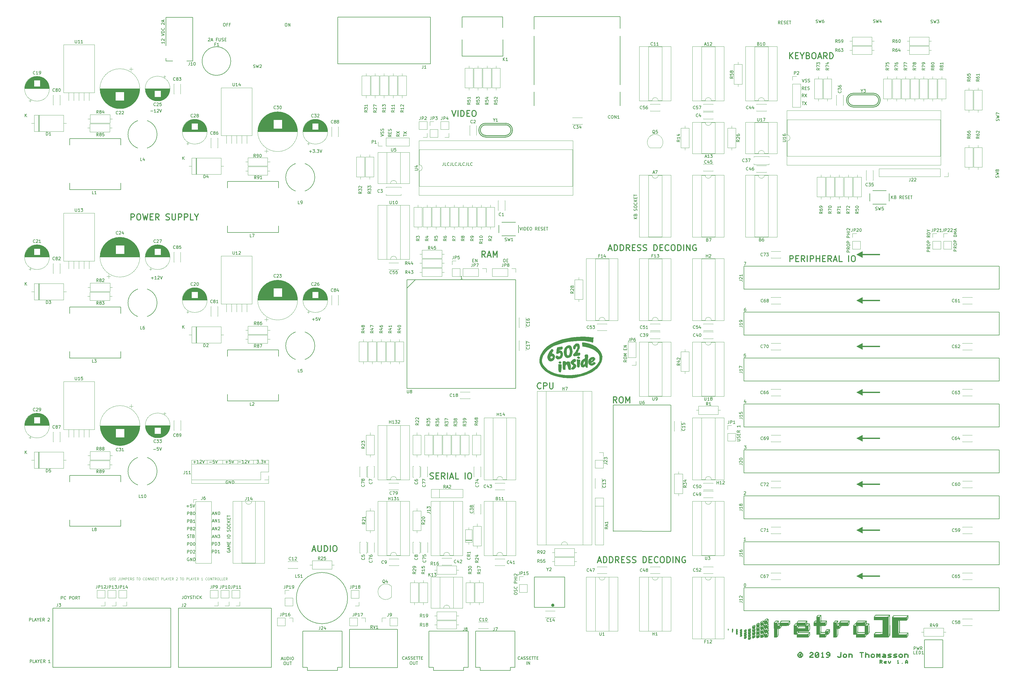
<source format=gto>
G04 #@! TF.GenerationSoftware,KiCad,Pcbnew,(5.1.2)-1*
G04 #@! TF.CreationDate,2019-08-06T08:45:36-07:00*
G04 #@! TF.ProjectId,retroii,72657472-6f69-4692-9e6b-696361645f70,rev?*
G04 #@! TF.SameCoordinates,Original*
G04 #@! TF.FileFunction,Legend,Top*
G04 #@! TF.FilePolarity,Positive*
%FSLAX46Y46*%
G04 Gerber Fmt 4.6, Leading zero omitted, Abs format (unit mm)*
G04 Created by KiCad (PCBNEW (5.1.2)-1) date 2019-08-06 08:45:36*
%MOMM*%
%LPD*%
G04 APERTURE LIST*
%ADD10C,0.150000*%
%ADD11C,0.100000*%
%ADD12C,0.120000*%
%ADD13C,0.300000*%
%ADD14C,0.010000*%
%ADD15C,0.254000*%
%ADD16R,2.502000X1.702000*%
%ADD17O,2.502000X1.702000*%
%ADD18C,1.702000*%
%ADD19R,1.702000X1.702000*%
%ADD20R,2.502000X2.502000*%
%ADD21C,2.502000*%
%ADD22R,2.102000X2.102000*%
%ADD23C,1.402000*%
%ADD24R,1.202000X2.102000*%
%ADD25O,1.702000X1.702000*%
%ADD26O,3.302000X3.302000*%
%ADD27R,3.302000X3.302000*%
%ADD28C,4.102000*%
%ADD29C,2.002000*%
%ADD30C,1.302000*%
%ADD31C,2.302000*%
%ADD32O,1.802000X1.802000*%
%ADD33R,1.802000X1.802000*%
%ADD34C,4.602000*%
%ADD35C,3.352000*%
%ADD36O,1.829200X2.134000*%
%ADD37R,1.829200X2.134000*%
%ADD38C,3.602000*%
%ADD39R,3.952000X12.602000*%
%ADD40R,3.102000X3.802000*%
%ADD41O,1.902000X2.202000*%
%ADD42O,1.602000X1.152000*%
%ADD43R,1.602000X1.152000*%
%ADD44R,1.152000X1.602000*%
%ADD45O,1.152000X1.602000*%
%ADD46C,1.826000*%
%ADD47C,2.902000*%
%ADD48C,2.102000*%
%ADD49C,1.802000*%
%ADD50R,1.702000X2.502000*%
%ADD51O,1.702000X2.502000*%
%ADD52R,2.402000X1.702000*%
%ADD53O,2.402000X1.702000*%
%ADD54C,1.656000*%
%ADD55O,3.602000X3.602000*%
%ADD56R,1.552000X2.102000*%
%ADD57O,1.552000X2.102000*%
%ADD58C,2.100980*%
%ADD59R,1.626000X1.626000*%
%ADD60C,1.626000*%
%ADD61C,5.102000*%
%ADD62C,8.702000*%
%ADD63C,1.002000*%
%ADD64C,1.926000*%
G04 APERTURE END LIST*
D10*
X236670952Y-157252380D02*
X236670952Y-157966666D01*
X236623333Y-158109523D01*
X236528095Y-158204761D01*
X236385238Y-158252380D01*
X236290000Y-158252380D01*
X237623333Y-158252380D02*
X237147142Y-158252380D01*
X237147142Y-157252380D01*
X238528095Y-158157142D02*
X238480476Y-158204761D01*
X238337619Y-158252380D01*
X238242380Y-158252380D01*
X238099523Y-158204761D01*
X238004285Y-158109523D01*
X237956666Y-158014285D01*
X237909047Y-157823809D01*
X237909047Y-157680952D01*
X237956666Y-157490476D01*
X238004285Y-157395238D01*
X238099523Y-157300000D01*
X238242380Y-157252380D01*
X238337619Y-157252380D01*
X238480476Y-157300000D01*
X238528095Y-157347619D01*
X239242380Y-157252380D02*
X239242380Y-157966666D01*
X239194761Y-158109523D01*
X239099523Y-158204761D01*
X238956666Y-158252380D01*
X238861428Y-158252380D01*
X240194761Y-158252380D02*
X239718571Y-158252380D01*
X239718571Y-157252380D01*
X241099523Y-158157142D02*
X241051904Y-158204761D01*
X240909047Y-158252380D01*
X240813809Y-158252380D01*
X240670952Y-158204761D01*
X240575714Y-158109523D01*
X240528095Y-158014285D01*
X240480476Y-157823809D01*
X240480476Y-157680952D01*
X240528095Y-157490476D01*
X240575714Y-157395238D01*
X240670952Y-157300000D01*
X240813809Y-157252380D01*
X240909047Y-157252380D01*
X241051904Y-157300000D01*
X241099523Y-157347619D01*
X241813809Y-157252380D02*
X241813809Y-157966666D01*
X241766190Y-158109523D01*
X241670952Y-158204761D01*
X241528095Y-158252380D01*
X241432857Y-158252380D01*
X242766190Y-158252380D02*
X242290000Y-158252380D01*
X242290000Y-157252380D01*
X243670952Y-158157142D02*
X243623333Y-158204761D01*
X243480476Y-158252380D01*
X243385238Y-158252380D01*
X243242380Y-158204761D01*
X243147142Y-158109523D01*
X243099523Y-158014285D01*
X243051904Y-157823809D01*
X243051904Y-157680952D01*
X243099523Y-157490476D01*
X243147142Y-157395238D01*
X243242380Y-157300000D01*
X243385238Y-157252380D01*
X243480476Y-157252380D01*
X243623333Y-157300000D01*
X243670952Y-157347619D01*
X244385238Y-157252380D02*
X244385238Y-157966666D01*
X244337619Y-158109523D01*
X244242380Y-158204761D01*
X244099523Y-158252380D01*
X244004285Y-158252380D01*
X245337619Y-158252380D02*
X244861428Y-158252380D01*
X244861428Y-157252380D01*
X246242380Y-158157142D02*
X246194761Y-158204761D01*
X246051904Y-158252380D01*
X245956666Y-158252380D01*
X245813809Y-158204761D01*
X245718571Y-158109523D01*
X245670952Y-158014285D01*
X245623333Y-157823809D01*
X245623333Y-157680952D01*
X245670952Y-157490476D01*
X245718571Y-157395238D01*
X245813809Y-157300000D01*
X245956666Y-157252380D01*
X246051904Y-157252380D01*
X246194761Y-157300000D01*
X246242380Y-157347619D01*
X336366666Y-190262380D02*
X337033333Y-190262380D01*
X336604761Y-191262380D01*
X336920476Y-205512380D02*
X336730000Y-205512380D01*
X336634761Y-205560000D01*
X336587142Y-205607619D01*
X336491904Y-205750476D01*
X336444285Y-205940952D01*
X336444285Y-206321904D01*
X336491904Y-206417142D01*
X336539523Y-206464761D01*
X336634761Y-206512380D01*
X336825238Y-206512380D01*
X336920476Y-206464761D01*
X336968095Y-206417142D01*
X337015714Y-206321904D01*
X337015714Y-206083809D01*
X336968095Y-205988571D01*
X336920476Y-205940952D01*
X336825238Y-205893333D01*
X336634761Y-205893333D01*
X336539523Y-205940952D01*
X336491904Y-205988571D01*
X336444285Y-206083809D01*
X336888095Y-220762380D02*
X336411904Y-220762380D01*
X336364285Y-221238571D01*
X336411904Y-221190952D01*
X336507142Y-221143333D01*
X336745238Y-221143333D01*
X336840476Y-221190952D01*
X336888095Y-221238571D01*
X336935714Y-221333809D01*
X336935714Y-221571904D01*
X336888095Y-221667142D01*
X336840476Y-221714761D01*
X336745238Y-221762380D01*
X336507142Y-221762380D01*
X336411904Y-221714761D01*
X336364285Y-221667142D01*
X336920476Y-236305714D02*
X336920476Y-236972380D01*
X336682380Y-235924761D02*
X336444285Y-236639047D01*
X337063333Y-236639047D01*
X336426666Y-251242380D02*
X337045714Y-251242380D01*
X336712380Y-251623333D01*
X336855238Y-251623333D01*
X336950476Y-251670952D01*
X336998095Y-251718571D01*
X337045714Y-251813809D01*
X337045714Y-252051904D01*
X336998095Y-252147142D01*
X336950476Y-252194761D01*
X336855238Y-252242380D01*
X336569523Y-252242380D01*
X336474285Y-252194761D01*
X336426666Y-252147142D01*
X336354285Y-266467619D02*
X336401904Y-266420000D01*
X336497142Y-266372380D01*
X336735238Y-266372380D01*
X336830476Y-266420000D01*
X336878095Y-266467619D01*
X336925714Y-266562857D01*
X336925714Y-266658095D01*
X336878095Y-266800952D01*
X336306666Y-267372380D01*
X336925714Y-267372380D01*
X336915714Y-282642380D02*
X336344285Y-282642380D01*
X336630000Y-282642380D02*
X336630000Y-281642380D01*
X336534761Y-281785238D01*
X336439523Y-281880476D01*
X336344285Y-281928095D01*
X336612380Y-296922380D02*
X336707619Y-296922380D01*
X336802857Y-296970000D01*
X336850476Y-297017619D01*
X336898095Y-297112857D01*
X336945714Y-297303333D01*
X336945714Y-297541428D01*
X336898095Y-297731904D01*
X336850476Y-297827142D01*
X336802857Y-297874761D01*
X336707619Y-297922380D01*
X336612380Y-297922380D01*
X336517142Y-297874761D01*
X336469523Y-297827142D01*
X336421904Y-297731904D01*
X336374285Y-297541428D01*
X336374285Y-297303333D01*
X336421904Y-297112857D01*
X336469523Y-297017619D01*
X336517142Y-296970000D01*
X336612380Y-296922380D01*
X385205238Y-169242380D02*
X385205238Y-168242380D01*
X385776666Y-169242380D02*
X385348095Y-168670952D01*
X385776666Y-168242380D02*
X385205238Y-168813809D01*
X386538571Y-168718571D02*
X386681428Y-168766190D01*
X386729047Y-168813809D01*
X386776666Y-168909047D01*
X386776666Y-169051904D01*
X386729047Y-169147142D01*
X386681428Y-169194761D01*
X386586190Y-169242380D01*
X386205238Y-169242380D01*
X386205238Y-168242380D01*
X386538571Y-168242380D01*
X386633809Y-168290000D01*
X386681428Y-168337619D01*
X386729047Y-168432857D01*
X386729047Y-168528095D01*
X386681428Y-168623333D01*
X386633809Y-168670952D01*
X386538571Y-168718571D01*
X386205238Y-168718571D01*
X388538571Y-169242380D02*
X388205238Y-168766190D01*
X387967142Y-169242380D02*
X387967142Y-168242380D01*
X388348095Y-168242380D01*
X388443333Y-168290000D01*
X388490952Y-168337619D01*
X388538571Y-168432857D01*
X388538571Y-168575714D01*
X388490952Y-168670952D01*
X388443333Y-168718571D01*
X388348095Y-168766190D01*
X387967142Y-168766190D01*
X388967142Y-168718571D02*
X389300476Y-168718571D01*
X389443333Y-169242380D02*
X388967142Y-169242380D01*
X388967142Y-168242380D01*
X389443333Y-168242380D01*
X389824285Y-169194761D02*
X389967142Y-169242380D01*
X390205238Y-169242380D01*
X390300476Y-169194761D01*
X390348095Y-169147142D01*
X390395714Y-169051904D01*
X390395714Y-168956666D01*
X390348095Y-168861428D01*
X390300476Y-168813809D01*
X390205238Y-168766190D01*
X390014761Y-168718571D01*
X389919523Y-168670952D01*
X389871904Y-168623333D01*
X389824285Y-168528095D01*
X389824285Y-168432857D01*
X389871904Y-168337619D01*
X389919523Y-168290000D01*
X390014761Y-168242380D01*
X390252857Y-168242380D01*
X390395714Y-168290000D01*
X390824285Y-168718571D02*
X391157619Y-168718571D01*
X391300476Y-169242380D02*
X390824285Y-169242380D01*
X390824285Y-168242380D01*
X391300476Y-168242380D01*
X391586190Y-168242380D02*
X392157619Y-168242380D01*
X391871904Y-169242380D02*
X391871904Y-168242380D01*
X261959523Y-178692380D02*
X262292857Y-179692380D01*
X262626190Y-178692380D01*
X262959523Y-179692380D02*
X262959523Y-178692380D01*
X263435714Y-179692380D02*
X263435714Y-178692380D01*
X263673809Y-178692380D01*
X263816666Y-178740000D01*
X263911904Y-178835238D01*
X263959523Y-178930476D01*
X264007142Y-179120952D01*
X264007142Y-179263809D01*
X263959523Y-179454285D01*
X263911904Y-179549523D01*
X263816666Y-179644761D01*
X263673809Y-179692380D01*
X263435714Y-179692380D01*
X264435714Y-179168571D02*
X264769047Y-179168571D01*
X264911904Y-179692380D02*
X264435714Y-179692380D01*
X264435714Y-178692380D01*
X264911904Y-178692380D01*
X265530952Y-178692380D02*
X265721428Y-178692380D01*
X265816666Y-178740000D01*
X265911904Y-178835238D01*
X265959523Y-179025714D01*
X265959523Y-179359047D01*
X265911904Y-179549523D01*
X265816666Y-179644761D01*
X265721428Y-179692380D01*
X265530952Y-179692380D01*
X265435714Y-179644761D01*
X265340476Y-179549523D01*
X265292857Y-179359047D01*
X265292857Y-179025714D01*
X265340476Y-178835238D01*
X265435714Y-178740000D01*
X265530952Y-178692380D01*
X267721428Y-179692380D02*
X267388095Y-179216190D01*
X267150000Y-179692380D02*
X267150000Y-178692380D01*
X267530952Y-178692380D01*
X267626190Y-178740000D01*
X267673809Y-178787619D01*
X267721428Y-178882857D01*
X267721428Y-179025714D01*
X267673809Y-179120952D01*
X267626190Y-179168571D01*
X267530952Y-179216190D01*
X267150000Y-179216190D01*
X268150000Y-179168571D02*
X268483333Y-179168571D01*
X268626190Y-179692380D02*
X268150000Y-179692380D01*
X268150000Y-178692380D01*
X268626190Y-178692380D01*
X269007142Y-179644761D02*
X269150000Y-179692380D01*
X269388095Y-179692380D01*
X269483333Y-179644761D01*
X269530952Y-179597142D01*
X269578571Y-179501904D01*
X269578571Y-179406666D01*
X269530952Y-179311428D01*
X269483333Y-179263809D01*
X269388095Y-179216190D01*
X269197619Y-179168571D01*
X269102380Y-179120952D01*
X269054761Y-179073333D01*
X269007142Y-178978095D01*
X269007142Y-178882857D01*
X269054761Y-178787619D01*
X269102380Y-178740000D01*
X269197619Y-178692380D01*
X269435714Y-178692380D01*
X269578571Y-178740000D01*
X270007142Y-179168571D02*
X270340476Y-179168571D01*
X270483333Y-179692380D02*
X270007142Y-179692380D01*
X270007142Y-178692380D01*
X270483333Y-178692380D01*
X270769047Y-178692380D02*
X271340476Y-178692380D01*
X271054761Y-179692380D02*
X271054761Y-178692380D01*
X223502380Y-148501904D02*
X223502380Y-147930476D01*
X224502380Y-148216190D02*
X223502380Y-148216190D01*
X223502380Y-147692380D02*
X224502380Y-147025714D01*
X223502380Y-147025714D02*
X224502380Y-147692380D01*
X222092380Y-147936666D02*
X221616190Y-148270000D01*
X222092380Y-148508095D02*
X221092380Y-148508095D01*
X221092380Y-148127142D01*
X221140000Y-148031904D01*
X221187619Y-147984285D01*
X221282857Y-147936666D01*
X221425714Y-147936666D01*
X221520952Y-147984285D01*
X221568571Y-148031904D01*
X221616190Y-148127142D01*
X221616190Y-148508095D01*
X221092380Y-147603333D02*
X222092380Y-146936666D01*
X221092380Y-146936666D02*
X222092380Y-147603333D01*
X219392380Y-147999047D02*
X218916190Y-148332380D01*
X219392380Y-148570476D02*
X218392380Y-148570476D01*
X218392380Y-148189523D01*
X218440000Y-148094285D01*
X218487619Y-148046666D01*
X218582857Y-147999047D01*
X218725714Y-147999047D01*
X218820952Y-148046666D01*
X218868571Y-148094285D01*
X218916190Y-148189523D01*
X218916190Y-148570476D01*
X218868571Y-147570476D02*
X218868571Y-147237142D01*
X219392380Y-147094285D02*
X219392380Y-147570476D01*
X218392380Y-147570476D01*
X218392380Y-147094285D01*
X219344761Y-146713333D02*
X219392380Y-146570476D01*
X219392380Y-146332380D01*
X219344761Y-146237142D01*
X219297142Y-146189523D01*
X219201904Y-146141904D01*
X219106666Y-146141904D01*
X219011428Y-146189523D01*
X218963809Y-146237142D01*
X218916190Y-146332380D01*
X218868571Y-146522857D01*
X218820952Y-146618095D01*
X218773333Y-146665714D01*
X218678095Y-146713333D01*
X218582857Y-146713333D01*
X218487619Y-146665714D01*
X218440000Y-146618095D01*
X218392380Y-146522857D01*
X218392380Y-146284761D01*
X218440000Y-146141904D01*
X215852380Y-148535714D02*
X216852380Y-148202380D01*
X215852380Y-147869047D01*
X216804761Y-147583333D02*
X216852380Y-147440476D01*
X216852380Y-147202380D01*
X216804761Y-147107142D01*
X216757142Y-147059523D01*
X216661904Y-147011904D01*
X216566666Y-147011904D01*
X216471428Y-147059523D01*
X216423809Y-147107142D01*
X216376190Y-147202380D01*
X216328571Y-147392857D01*
X216280952Y-147488095D01*
X216233333Y-147535714D01*
X216138095Y-147583333D01*
X216042857Y-147583333D01*
X215947619Y-147535714D01*
X215900000Y-147488095D01*
X215852380Y-147392857D01*
X215852380Y-147154761D01*
X215900000Y-147011904D01*
X216804761Y-146630952D02*
X216852380Y-146488095D01*
X216852380Y-146250000D01*
X216804761Y-146154761D01*
X216757142Y-146107142D01*
X216661904Y-146059523D01*
X216566666Y-146059523D01*
X216471428Y-146107142D01*
X216423809Y-146154761D01*
X216376190Y-146250000D01*
X216328571Y-146440476D01*
X216280952Y-146535714D01*
X216233333Y-146583333D01*
X216138095Y-146630952D01*
X216042857Y-146630952D01*
X215947619Y-146583333D01*
X215900000Y-146535714D01*
X215852380Y-146440476D01*
X215852380Y-146202380D01*
X215900000Y-146059523D01*
X355618095Y-137122380D02*
X356189523Y-137122380D01*
X355903809Y-138122380D02*
X355903809Y-137122380D01*
X356427619Y-137122380D02*
X357094285Y-138122380D01*
X357094285Y-137122380D02*
X356427619Y-138122380D01*
X356173333Y-135482380D02*
X355840000Y-135006190D01*
X355601904Y-135482380D02*
X355601904Y-134482380D01*
X355982857Y-134482380D01*
X356078095Y-134530000D01*
X356125714Y-134577619D01*
X356173333Y-134672857D01*
X356173333Y-134815714D01*
X356125714Y-134910952D01*
X356078095Y-134958571D01*
X355982857Y-135006190D01*
X355601904Y-135006190D01*
X356506666Y-134482380D02*
X357173333Y-135482380D01*
X357173333Y-134482380D02*
X356506666Y-135482380D01*
X356180952Y-133072380D02*
X355847619Y-132596190D01*
X355609523Y-133072380D02*
X355609523Y-132072380D01*
X355990476Y-132072380D01*
X356085714Y-132120000D01*
X356133333Y-132167619D01*
X356180952Y-132262857D01*
X356180952Y-132405714D01*
X356133333Y-132500952D01*
X356085714Y-132548571D01*
X355990476Y-132596190D01*
X355609523Y-132596190D01*
X356609523Y-132548571D02*
X356942857Y-132548571D01*
X357085714Y-133072380D02*
X356609523Y-133072380D01*
X356609523Y-132072380D01*
X357085714Y-132072380D01*
X357466666Y-133024761D02*
X357609523Y-133072380D01*
X357847619Y-133072380D01*
X357942857Y-133024761D01*
X357990476Y-132977142D01*
X358038095Y-132881904D01*
X358038095Y-132786666D01*
X357990476Y-132691428D01*
X357942857Y-132643809D01*
X357847619Y-132596190D01*
X357657142Y-132548571D01*
X357561904Y-132500952D01*
X357514285Y-132453333D01*
X357466666Y-132358095D01*
X357466666Y-132262857D01*
X357514285Y-132167619D01*
X357561904Y-132120000D01*
X357657142Y-132072380D01*
X357895238Y-132072380D01*
X358038095Y-132120000D01*
X355654285Y-129532380D02*
X355987619Y-130532380D01*
X356320952Y-129532380D01*
X356606666Y-130484761D02*
X356749523Y-130532380D01*
X356987619Y-130532380D01*
X357082857Y-130484761D01*
X357130476Y-130437142D01*
X357178095Y-130341904D01*
X357178095Y-130246666D01*
X357130476Y-130151428D01*
X357082857Y-130103809D01*
X356987619Y-130056190D01*
X356797142Y-130008571D01*
X356701904Y-129960952D01*
X356654285Y-129913333D01*
X356606666Y-129818095D01*
X356606666Y-129722857D01*
X356654285Y-129627619D01*
X356701904Y-129580000D01*
X356797142Y-129532380D01*
X357035238Y-129532380D01*
X357178095Y-129580000D01*
X357559047Y-130484761D02*
X357701904Y-130532380D01*
X357940000Y-130532380D01*
X358035238Y-130484761D01*
X358082857Y-130437142D01*
X358130476Y-130341904D01*
X358130476Y-130246666D01*
X358082857Y-130151428D01*
X358035238Y-130103809D01*
X357940000Y-130056190D01*
X357749523Y-130008571D01*
X357654285Y-129960952D01*
X357606666Y-129913333D01*
X357559047Y-129818095D01*
X357559047Y-129722857D01*
X357606666Y-129627619D01*
X357654285Y-129580000D01*
X357749523Y-129532380D01*
X357987619Y-129532380D01*
X358130476Y-129580000D01*
X297472380Y-222772857D02*
X296996190Y-223106190D01*
X297472380Y-223344285D02*
X296472380Y-223344285D01*
X296472380Y-222963333D01*
X296520000Y-222868095D01*
X296567619Y-222820476D01*
X296662857Y-222772857D01*
X296805714Y-222772857D01*
X296900952Y-222820476D01*
X296948571Y-222868095D01*
X296996190Y-222963333D01*
X296996190Y-223344285D01*
X296472380Y-222153809D02*
X296472380Y-221963333D01*
X296520000Y-221868095D01*
X296615238Y-221772857D01*
X296805714Y-221725238D01*
X297139047Y-221725238D01*
X297329523Y-221772857D01*
X297424761Y-221868095D01*
X297472380Y-221963333D01*
X297472380Y-222153809D01*
X297424761Y-222249047D01*
X297329523Y-222344285D01*
X297139047Y-222391904D01*
X296805714Y-222391904D01*
X296615238Y-222344285D01*
X296520000Y-222249047D01*
X296472380Y-222153809D01*
X297472380Y-221296666D02*
X296472380Y-221296666D01*
X297186666Y-220963333D01*
X296472380Y-220630000D01*
X297472380Y-220630000D01*
X296948571Y-219391904D02*
X296948571Y-219058571D01*
X297472380Y-218915714D02*
X297472380Y-219391904D01*
X296472380Y-219391904D01*
X296472380Y-218915714D01*
X297472380Y-218487142D02*
X296472380Y-218487142D01*
X297472380Y-217915714D01*
X296472380Y-217915714D01*
X193154285Y-209261428D02*
X193916190Y-209261428D01*
X193535238Y-209642380D02*
X193535238Y-208880476D01*
X194868571Y-208642380D02*
X194392380Y-208642380D01*
X194344761Y-209118571D01*
X194392380Y-209070952D01*
X194487619Y-209023333D01*
X194725714Y-209023333D01*
X194820952Y-209070952D01*
X194868571Y-209118571D01*
X194916190Y-209213809D01*
X194916190Y-209451904D01*
X194868571Y-209547142D01*
X194820952Y-209594761D01*
X194725714Y-209642380D01*
X194487619Y-209642380D01*
X194392380Y-209594761D01*
X194344761Y-209547142D01*
X195201904Y-208642380D02*
X195535238Y-209642380D01*
X195868571Y-208642380D01*
X140454285Y-252381428D02*
X141216190Y-252381428D01*
X142168571Y-251762380D02*
X141692380Y-251762380D01*
X141644761Y-252238571D01*
X141692380Y-252190952D01*
X141787619Y-252143333D01*
X142025714Y-252143333D01*
X142120952Y-252190952D01*
X142168571Y-252238571D01*
X142216190Y-252333809D01*
X142216190Y-252571904D01*
X142168571Y-252667142D01*
X142120952Y-252714761D01*
X142025714Y-252762380D01*
X141787619Y-252762380D01*
X141692380Y-252714761D01*
X141644761Y-252667142D01*
X142501904Y-251762380D02*
X142835238Y-252762380D01*
X143168571Y-251762380D01*
X139758095Y-195521428D02*
X140520000Y-195521428D01*
X140139047Y-195902380D02*
X140139047Y-195140476D01*
X141520000Y-195902380D02*
X140948571Y-195902380D01*
X141234285Y-195902380D02*
X141234285Y-194902380D01*
X141139047Y-195045238D01*
X141043809Y-195140476D01*
X140948571Y-195188095D01*
X141900952Y-194997619D02*
X141948571Y-194950000D01*
X142043809Y-194902380D01*
X142281904Y-194902380D01*
X142377142Y-194950000D01*
X142424761Y-194997619D01*
X142472380Y-195092857D01*
X142472380Y-195188095D01*
X142424761Y-195330952D01*
X141853333Y-195902380D01*
X142472380Y-195902380D01*
X142758095Y-194902380D02*
X143091428Y-195902380D01*
X143424761Y-194902380D01*
X139558095Y-140181428D02*
X140320000Y-140181428D01*
X141320000Y-140562380D02*
X140748571Y-140562380D01*
X141034285Y-140562380D02*
X141034285Y-139562380D01*
X140939047Y-139705238D01*
X140843809Y-139800476D01*
X140748571Y-139848095D01*
X141700952Y-139657619D02*
X141748571Y-139610000D01*
X141843809Y-139562380D01*
X142081904Y-139562380D01*
X142177142Y-139610000D01*
X142224761Y-139657619D01*
X142272380Y-139752857D01*
X142272380Y-139848095D01*
X142224761Y-139990952D01*
X141653333Y-140562380D01*
X142272380Y-140562380D01*
X142558095Y-139562380D02*
X142891428Y-140562380D01*
X143224761Y-139562380D01*
X192200000Y-153551428D02*
X192961904Y-153551428D01*
X192580952Y-153932380D02*
X192580952Y-153170476D01*
X193342857Y-152932380D02*
X193961904Y-152932380D01*
X193628571Y-153313333D01*
X193771428Y-153313333D01*
X193866666Y-153360952D01*
X193914285Y-153408571D01*
X193961904Y-153503809D01*
X193961904Y-153741904D01*
X193914285Y-153837142D01*
X193866666Y-153884761D01*
X193771428Y-153932380D01*
X193485714Y-153932380D01*
X193390476Y-153884761D01*
X193342857Y-153837142D01*
X194390476Y-153837142D02*
X194438095Y-153884761D01*
X194390476Y-153932380D01*
X194342857Y-153884761D01*
X194390476Y-153837142D01*
X194390476Y-153932380D01*
X194771428Y-152932380D02*
X195390476Y-152932380D01*
X195057142Y-153313333D01*
X195200000Y-153313333D01*
X195295238Y-153360952D01*
X195342857Y-153408571D01*
X195390476Y-153503809D01*
X195390476Y-153741904D01*
X195342857Y-153837142D01*
X195295238Y-153884761D01*
X195200000Y-153932380D01*
X194914285Y-153932380D01*
X194819047Y-153884761D01*
X194771428Y-153837142D01*
X195676190Y-152932380D02*
X196009523Y-153932380D01*
X196342857Y-152932380D01*
D11*
X125984285Y-294951904D02*
X125984285Y-295599523D01*
X126022380Y-295675714D01*
X126060476Y-295713809D01*
X126136666Y-295751904D01*
X126289047Y-295751904D01*
X126365238Y-295713809D01*
X126403333Y-295675714D01*
X126441428Y-295599523D01*
X126441428Y-294951904D01*
X126784285Y-295713809D02*
X126898571Y-295751904D01*
X127089047Y-295751904D01*
X127165238Y-295713809D01*
X127203333Y-295675714D01*
X127241428Y-295599523D01*
X127241428Y-295523333D01*
X127203333Y-295447142D01*
X127165238Y-295409047D01*
X127089047Y-295370952D01*
X126936666Y-295332857D01*
X126860476Y-295294761D01*
X126822380Y-295256666D01*
X126784285Y-295180476D01*
X126784285Y-295104285D01*
X126822380Y-295028095D01*
X126860476Y-294990000D01*
X126936666Y-294951904D01*
X127127142Y-294951904D01*
X127241428Y-294990000D01*
X127584285Y-295332857D02*
X127850952Y-295332857D01*
X127965238Y-295751904D02*
X127584285Y-295751904D01*
X127584285Y-294951904D01*
X127965238Y-294951904D01*
X129146190Y-294951904D02*
X129146190Y-295523333D01*
X129108095Y-295637619D01*
X129031904Y-295713809D01*
X128917619Y-295751904D01*
X128841428Y-295751904D01*
X129527142Y-294951904D02*
X129527142Y-295599523D01*
X129565238Y-295675714D01*
X129603333Y-295713809D01*
X129679523Y-295751904D01*
X129831904Y-295751904D01*
X129908095Y-295713809D01*
X129946190Y-295675714D01*
X129984285Y-295599523D01*
X129984285Y-294951904D01*
X130365238Y-295751904D02*
X130365238Y-294951904D01*
X130631904Y-295523333D01*
X130898571Y-294951904D01*
X130898571Y-295751904D01*
X131279523Y-295751904D02*
X131279523Y-294951904D01*
X131584285Y-294951904D01*
X131660476Y-294990000D01*
X131698571Y-295028095D01*
X131736666Y-295104285D01*
X131736666Y-295218571D01*
X131698571Y-295294761D01*
X131660476Y-295332857D01*
X131584285Y-295370952D01*
X131279523Y-295370952D01*
X132079523Y-295332857D02*
X132346190Y-295332857D01*
X132460476Y-295751904D02*
X132079523Y-295751904D01*
X132079523Y-294951904D01*
X132460476Y-294951904D01*
X133260476Y-295751904D02*
X132993809Y-295370952D01*
X132803333Y-295751904D02*
X132803333Y-294951904D01*
X133108095Y-294951904D01*
X133184285Y-294990000D01*
X133222380Y-295028095D01*
X133260476Y-295104285D01*
X133260476Y-295218571D01*
X133222380Y-295294761D01*
X133184285Y-295332857D01*
X133108095Y-295370952D01*
X132803333Y-295370952D01*
X133565238Y-295713809D02*
X133679523Y-295751904D01*
X133870000Y-295751904D01*
X133946190Y-295713809D01*
X133984285Y-295675714D01*
X134022380Y-295599523D01*
X134022380Y-295523333D01*
X133984285Y-295447142D01*
X133946190Y-295409047D01*
X133870000Y-295370952D01*
X133717619Y-295332857D01*
X133641428Y-295294761D01*
X133603333Y-295256666D01*
X133565238Y-295180476D01*
X133565238Y-295104285D01*
X133603333Y-295028095D01*
X133641428Y-294990000D01*
X133717619Y-294951904D01*
X133908095Y-294951904D01*
X134022380Y-294990000D01*
X134860476Y-294951904D02*
X135317619Y-294951904D01*
X135089047Y-295751904D02*
X135089047Y-294951904D01*
X135736666Y-294951904D02*
X135889047Y-294951904D01*
X135965238Y-294990000D01*
X136041428Y-295066190D01*
X136079523Y-295218571D01*
X136079523Y-295485238D01*
X136041428Y-295637619D01*
X135965238Y-295713809D01*
X135889047Y-295751904D01*
X135736666Y-295751904D01*
X135660476Y-295713809D01*
X135584285Y-295637619D01*
X135546190Y-295485238D01*
X135546190Y-295218571D01*
X135584285Y-295066190D01*
X135660476Y-294990000D01*
X135736666Y-294951904D01*
X137489047Y-295675714D02*
X137450952Y-295713809D01*
X137336666Y-295751904D01*
X137260476Y-295751904D01*
X137146190Y-295713809D01*
X137070000Y-295637619D01*
X137031904Y-295561428D01*
X136993809Y-295409047D01*
X136993809Y-295294761D01*
X137031904Y-295142380D01*
X137070000Y-295066190D01*
X137146190Y-294990000D01*
X137260476Y-294951904D01*
X137336666Y-294951904D01*
X137450952Y-294990000D01*
X137489047Y-295028095D01*
X137984285Y-294951904D02*
X138136666Y-294951904D01*
X138212857Y-294990000D01*
X138289047Y-295066190D01*
X138327142Y-295218571D01*
X138327142Y-295485238D01*
X138289047Y-295637619D01*
X138212857Y-295713809D01*
X138136666Y-295751904D01*
X137984285Y-295751904D01*
X137908095Y-295713809D01*
X137831904Y-295637619D01*
X137793809Y-295485238D01*
X137793809Y-295218571D01*
X137831904Y-295066190D01*
X137908095Y-294990000D01*
X137984285Y-294951904D01*
X138670000Y-295751904D02*
X138670000Y-294951904D01*
X139127142Y-295751904D01*
X139127142Y-294951904D01*
X139508095Y-295751904D02*
X139508095Y-294951904D01*
X139965238Y-295751904D01*
X139965238Y-294951904D01*
X140346190Y-295332857D02*
X140612857Y-295332857D01*
X140727142Y-295751904D02*
X140346190Y-295751904D01*
X140346190Y-294951904D01*
X140727142Y-294951904D01*
X141527142Y-295675714D02*
X141489047Y-295713809D01*
X141374761Y-295751904D01*
X141298571Y-295751904D01*
X141184285Y-295713809D01*
X141108095Y-295637619D01*
X141070000Y-295561428D01*
X141031904Y-295409047D01*
X141031904Y-295294761D01*
X141070000Y-295142380D01*
X141108095Y-295066190D01*
X141184285Y-294990000D01*
X141298571Y-294951904D01*
X141374761Y-294951904D01*
X141489047Y-294990000D01*
X141527142Y-295028095D01*
X141755714Y-294951904D02*
X142212857Y-294951904D01*
X141984285Y-295751904D02*
X141984285Y-294951904D01*
X143089047Y-295751904D02*
X143089047Y-294951904D01*
X143393809Y-294951904D01*
X143470000Y-294990000D01*
X143508095Y-295028095D01*
X143546190Y-295104285D01*
X143546190Y-295218571D01*
X143508095Y-295294761D01*
X143470000Y-295332857D01*
X143393809Y-295370952D01*
X143089047Y-295370952D01*
X144270000Y-295751904D02*
X143889047Y-295751904D01*
X143889047Y-294951904D01*
X144498571Y-295523333D02*
X144879523Y-295523333D01*
X144422380Y-295751904D02*
X144689047Y-294951904D01*
X144955714Y-295751904D01*
X145374761Y-295370952D02*
X145374761Y-295751904D01*
X145108095Y-294951904D02*
X145374761Y-295370952D01*
X145641428Y-294951904D01*
X145908095Y-295332857D02*
X146174761Y-295332857D01*
X146289047Y-295751904D02*
X145908095Y-295751904D01*
X145908095Y-294951904D01*
X146289047Y-294951904D01*
X147089047Y-295751904D02*
X146822380Y-295370952D01*
X146631904Y-295751904D02*
X146631904Y-294951904D01*
X146936666Y-294951904D01*
X147012857Y-294990000D01*
X147050952Y-295028095D01*
X147089047Y-295104285D01*
X147089047Y-295218571D01*
X147050952Y-295294761D01*
X147012857Y-295332857D01*
X146936666Y-295370952D01*
X146631904Y-295370952D01*
X148003333Y-295028095D02*
X148041428Y-294990000D01*
X148117619Y-294951904D01*
X148308095Y-294951904D01*
X148384285Y-294990000D01*
X148422380Y-295028095D01*
X148460476Y-295104285D01*
X148460476Y-295180476D01*
X148422380Y-295294761D01*
X147965238Y-295751904D01*
X148460476Y-295751904D01*
X149298571Y-294951904D02*
X149755714Y-294951904D01*
X149527142Y-295751904D02*
X149527142Y-294951904D01*
X150174761Y-294951904D02*
X150327142Y-294951904D01*
X150403333Y-294990000D01*
X150479523Y-295066190D01*
X150517619Y-295218571D01*
X150517619Y-295485238D01*
X150479523Y-295637619D01*
X150403333Y-295713809D01*
X150327142Y-295751904D01*
X150174761Y-295751904D01*
X150098571Y-295713809D01*
X150022380Y-295637619D01*
X149984285Y-295485238D01*
X149984285Y-295218571D01*
X150022380Y-295066190D01*
X150098571Y-294990000D01*
X150174761Y-294951904D01*
X151470000Y-295751904D02*
X151470000Y-294951904D01*
X151774761Y-294951904D01*
X151850952Y-294990000D01*
X151889047Y-295028095D01*
X151927142Y-295104285D01*
X151927142Y-295218571D01*
X151889047Y-295294761D01*
X151850952Y-295332857D01*
X151774761Y-295370952D01*
X151470000Y-295370952D01*
X152650952Y-295751904D02*
X152270000Y-295751904D01*
X152270000Y-294951904D01*
X152879523Y-295523333D02*
X153260476Y-295523333D01*
X152803333Y-295751904D02*
X153070000Y-294951904D01*
X153336666Y-295751904D01*
X153755714Y-295370952D02*
X153755714Y-295751904D01*
X153489047Y-294951904D02*
X153755714Y-295370952D01*
X154022380Y-294951904D01*
X154289047Y-295332857D02*
X154555714Y-295332857D01*
X154670000Y-295751904D02*
X154289047Y-295751904D01*
X154289047Y-294951904D01*
X154670000Y-294951904D01*
X155470000Y-295751904D02*
X155203333Y-295370952D01*
X155012857Y-295751904D02*
X155012857Y-294951904D01*
X155317619Y-294951904D01*
X155393809Y-294990000D01*
X155431904Y-295028095D01*
X155470000Y-295104285D01*
X155470000Y-295218571D01*
X155431904Y-295294761D01*
X155393809Y-295332857D01*
X155317619Y-295370952D01*
X155012857Y-295370952D01*
X156841428Y-295751904D02*
X156384285Y-295751904D01*
X156612857Y-295751904D02*
X156612857Y-294951904D01*
X156536666Y-295066190D01*
X156460476Y-295142380D01*
X156384285Y-295180476D01*
X158250952Y-295675714D02*
X158212857Y-295713809D01*
X158098571Y-295751904D01*
X158022380Y-295751904D01*
X157908095Y-295713809D01*
X157831904Y-295637619D01*
X157793809Y-295561428D01*
X157755714Y-295409047D01*
X157755714Y-295294761D01*
X157793809Y-295142380D01*
X157831904Y-295066190D01*
X157908095Y-294990000D01*
X158022380Y-294951904D01*
X158098571Y-294951904D01*
X158212857Y-294990000D01*
X158250952Y-295028095D01*
X158746190Y-294951904D02*
X158898571Y-294951904D01*
X158974761Y-294990000D01*
X159050952Y-295066190D01*
X159089047Y-295218571D01*
X159089047Y-295485238D01*
X159050952Y-295637619D01*
X158974761Y-295713809D01*
X158898571Y-295751904D01*
X158746190Y-295751904D01*
X158670000Y-295713809D01*
X158593809Y-295637619D01*
X158555714Y-295485238D01*
X158555714Y-295218571D01*
X158593809Y-295066190D01*
X158670000Y-294990000D01*
X158746190Y-294951904D01*
X159431904Y-295751904D02*
X159431904Y-294951904D01*
X159889047Y-295751904D01*
X159889047Y-294951904D01*
X160155714Y-294951904D02*
X160612857Y-294951904D01*
X160384285Y-295751904D02*
X160384285Y-294951904D01*
X161336666Y-295751904D02*
X161070000Y-295370952D01*
X160879523Y-295751904D02*
X160879523Y-294951904D01*
X161184285Y-294951904D01*
X161260476Y-294990000D01*
X161298571Y-295028095D01*
X161336666Y-295104285D01*
X161336666Y-295218571D01*
X161298571Y-295294761D01*
X161260476Y-295332857D01*
X161184285Y-295370952D01*
X160879523Y-295370952D01*
X161831904Y-294951904D02*
X161984285Y-294951904D01*
X162060476Y-294990000D01*
X162136666Y-295066190D01*
X162174761Y-295218571D01*
X162174761Y-295485238D01*
X162136666Y-295637619D01*
X162060476Y-295713809D01*
X161984285Y-295751904D01*
X161831904Y-295751904D01*
X161755714Y-295713809D01*
X161679523Y-295637619D01*
X161641428Y-295485238D01*
X161641428Y-295218571D01*
X161679523Y-295066190D01*
X161755714Y-294990000D01*
X161831904Y-294951904D01*
X162898571Y-295751904D02*
X162517619Y-295751904D01*
X162517619Y-294951904D01*
X163546190Y-295751904D02*
X163165238Y-295751904D01*
X163165238Y-294951904D01*
X163812857Y-295332857D02*
X164079523Y-295332857D01*
X164193809Y-295751904D02*
X163812857Y-295751904D01*
X163812857Y-294951904D01*
X164193809Y-294951904D01*
X164993809Y-295751904D02*
X164727142Y-295370952D01*
X164536666Y-295751904D02*
X164536666Y-294951904D01*
X164841428Y-294951904D01*
X164917619Y-294990000D01*
X164955714Y-295028095D01*
X164993809Y-295104285D01*
X164993809Y-295218571D01*
X164955714Y-295294761D01*
X164917619Y-295332857D01*
X164841428Y-295370952D01*
X164536666Y-295370952D01*
D10*
X260112380Y-300320476D02*
X260112380Y-300130000D01*
X260160000Y-300034761D01*
X260255238Y-299939523D01*
X260445714Y-299891904D01*
X260779047Y-299891904D01*
X260969523Y-299939523D01*
X261064761Y-300034761D01*
X261112380Y-300130000D01*
X261112380Y-300320476D01*
X261064761Y-300415714D01*
X260969523Y-300510952D01*
X260779047Y-300558571D01*
X260445714Y-300558571D01*
X260255238Y-300510952D01*
X260160000Y-300415714D01*
X260112380Y-300320476D01*
X261064761Y-299510952D02*
X261112380Y-299368095D01*
X261112380Y-299130000D01*
X261064761Y-299034761D01*
X261017142Y-298987142D01*
X260921904Y-298939523D01*
X260826666Y-298939523D01*
X260731428Y-298987142D01*
X260683809Y-299034761D01*
X260636190Y-299130000D01*
X260588571Y-299320476D01*
X260540952Y-299415714D01*
X260493333Y-299463333D01*
X260398095Y-299510952D01*
X260302857Y-299510952D01*
X260207619Y-299463333D01*
X260160000Y-299415714D01*
X260112380Y-299320476D01*
X260112380Y-299082380D01*
X260160000Y-298939523D01*
X261017142Y-297939523D02*
X261064761Y-297987142D01*
X261112380Y-298130000D01*
X261112380Y-298225238D01*
X261064761Y-298368095D01*
X260969523Y-298463333D01*
X260874285Y-298510952D01*
X260683809Y-298558571D01*
X260540952Y-298558571D01*
X260350476Y-298510952D01*
X260255238Y-298463333D01*
X260160000Y-298368095D01*
X260112380Y-298225238D01*
X260112380Y-298130000D01*
X260160000Y-297987142D01*
X260207619Y-297939523D01*
X261112380Y-296749047D02*
X260112380Y-296749047D01*
X260112380Y-296368095D01*
X260160000Y-296272857D01*
X260207619Y-296225238D01*
X260302857Y-296177619D01*
X260445714Y-296177619D01*
X260540952Y-296225238D01*
X260588571Y-296272857D01*
X260636190Y-296368095D01*
X260636190Y-296749047D01*
X261112380Y-295749047D02*
X260112380Y-295749047D01*
X260588571Y-295749047D02*
X260588571Y-295177619D01*
X261112380Y-295177619D02*
X260112380Y-295177619D01*
X261112380Y-294701428D02*
X260112380Y-294701428D01*
X260207619Y-294272857D02*
X260160000Y-294225238D01*
X260112380Y-294130000D01*
X260112380Y-293891904D01*
X260160000Y-293796666D01*
X260207619Y-293749047D01*
X260302857Y-293701428D01*
X260398095Y-293701428D01*
X260540952Y-293749047D01*
X261112380Y-294320476D01*
X261112380Y-293701428D01*
X334022380Y-249641428D02*
X334831904Y-249641428D01*
X334927142Y-249593809D01*
X334974761Y-249546190D01*
X335022380Y-249450952D01*
X335022380Y-249260476D01*
X334974761Y-249165238D01*
X334927142Y-249117619D01*
X334831904Y-249070000D01*
X334022380Y-249070000D01*
X334974761Y-248641428D02*
X335022380Y-248498571D01*
X335022380Y-248260476D01*
X334974761Y-248165238D01*
X334927142Y-248117619D01*
X334831904Y-248070000D01*
X334736666Y-248070000D01*
X334641428Y-248117619D01*
X334593809Y-248165238D01*
X334546190Y-248260476D01*
X334498571Y-248450952D01*
X334450952Y-248546190D01*
X334403333Y-248593809D01*
X334308095Y-248641428D01*
X334212857Y-248641428D01*
X334117619Y-248593809D01*
X334070000Y-248546190D01*
X334022380Y-248450952D01*
X334022380Y-248212857D01*
X334070000Y-248070000D01*
X334498571Y-247641428D02*
X334498571Y-247308095D01*
X335022380Y-247165238D02*
X335022380Y-247641428D01*
X334022380Y-247641428D01*
X334022380Y-247165238D01*
X335022380Y-246165238D02*
X334546190Y-246498571D01*
X335022380Y-246736666D02*
X334022380Y-246736666D01*
X334022380Y-246355714D01*
X334070000Y-246260476D01*
X334117619Y-246212857D01*
X334212857Y-246165238D01*
X334355714Y-246165238D01*
X334450952Y-246212857D01*
X334498571Y-246260476D01*
X334546190Y-246355714D01*
X334546190Y-246736666D01*
X335022380Y-244450952D02*
X335022380Y-245022380D01*
X335022380Y-244736666D02*
X334022380Y-244736666D01*
X334165238Y-244831904D01*
X334260476Y-244927142D01*
X334308095Y-245022380D01*
X406892380Y-186646666D02*
X405892380Y-186646666D01*
X405892380Y-186265714D01*
X405940000Y-186170476D01*
X405987619Y-186122857D01*
X406082857Y-186075238D01*
X406225714Y-186075238D01*
X406320952Y-186122857D01*
X406368571Y-186170476D01*
X406416190Y-186265714D01*
X406416190Y-186646666D01*
X406892380Y-185075238D02*
X406416190Y-185408571D01*
X406892380Y-185646666D02*
X405892380Y-185646666D01*
X405892380Y-185265714D01*
X405940000Y-185170476D01*
X405987619Y-185122857D01*
X406082857Y-185075238D01*
X406225714Y-185075238D01*
X406320952Y-185122857D01*
X406368571Y-185170476D01*
X406416190Y-185265714D01*
X406416190Y-185646666D01*
X405892380Y-184456190D02*
X405892380Y-184265714D01*
X405940000Y-184170476D01*
X406035238Y-184075238D01*
X406225714Y-184027619D01*
X406559047Y-184027619D01*
X406749523Y-184075238D01*
X406844761Y-184170476D01*
X406892380Y-184265714D01*
X406892380Y-184456190D01*
X406844761Y-184551428D01*
X406749523Y-184646666D01*
X406559047Y-184694285D01*
X406225714Y-184694285D01*
X406035238Y-184646666D01*
X405940000Y-184551428D01*
X405892380Y-184456190D01*
X406892380Y-183599047D02*
X405892380Y-183599047D01*
X405892380Y-183218095D01*
X405940000Y-183122857D01*
X405987619Y-183075238D01*
X406082857Y-183027619D01*
X406225714Y-183027619D01*
X406320952Y-183075238D01*
X406368571Y-183122857D01*
X406416190Y-183218095D01*
X406416190Y-183599047D01*
X406892380Y-181837142D02*
X405892380Y-181837142D01*
X405892380Y-181599047D01*
X405940000Y-181456190D01*
X406035238Y-181360952D01*
X406130476Y-181313333D01*
X406320952Y-181265714D01*
X406463809Y-181265714D01*
X406654285Y-181313333D01*
X406749523Y-181360952D01*
X406844761Y-181456190D01*
X406892380Y-181599047D01*
X406892380Y-181837142D01*
X406892380Y-180837142D02*
X405892380Y-180837142D01*
X406606666Y-180503809D01*
X405892380Y-180170476D01*
X406892380Y-180170476D01*
X406606666Y-179741904D02*
X406606666Y-179265714D01*
X406892380Y-179837142D02*
X405892380Y-179503809D01*
X406892380Y-179170476D01*
X398052380Y-186805238D02*
X397052380Y-186805238D01*
X397052380Y-186424285D01*
X397100000Y-186329047D01*
X397147619Y-186281428D01*
X397242857Y-186233809D01*
X397385714Y-186233809D01*
X397480952Y-186281428D01*
X397528571Y-186329047D01*
X397576190Y-186424285D01*
X397576190Y-186805238D01*
X398052380Y-185233809D02*
X397576190Y-185567142D01*
X398052380Y-185805238D02*
X397052380Y-185805238D01*
X397052380Y-185424285D01*
X397100000Y-185329047D01*
X397147619Y-185281428D01*
X397242857Y-185233809D01*
X397385714Y-185233809D01*
X397480952Y-185281428D01*
X397528571Y-185329047D01*
X397576190Y-185424285D01*
X397576190Y-185805238D01*
X397052380Y-184614761D02*
X397052380Y-184424285D01*
X397100000Y-184329047D01*
X397195238Y-184233809D01*
X397385714Y-184186190D01*
X397719047Y-184186190D01*
X397909523Y-184233809D01*
X398004761Y-184329047D01*
X398052380Y-184424285D01*
X398052380Y-184614761D01*
X398004761Y-184710000D01*
X397909523Y-184805238D01*
X397719047Y-184852857D01*
X397385714Y-184852857D01*
X397195238Y-184805238D01*
X397100000Y-184710000D01*
X397052380Y-184614761D01*
X398052380Y-183757619D02*
X397052380Y-183757619D01*
X397052380Y-183376666D01*
X397100000Y-183281428D01*
X397147619Y-183233809D01*
X397242857Y-183186190D01*
X397385714Y-183186190D01*
X397480952Y-183233809D01*
X397528571Y-183281428D01*
X397576190Y-183376666D01*
X397576190Y-183757619D01*
X398052380Y-181424285D02*
X397576190Y-181757619D01*
X398052380Y-181995714D02*
X397052380Y-181995714D01*
X397052380Y-181614761D01*
X397100000Y-181519523D01*
X397147619Y-181471904D01*
X397242857Y-181424285D01*
X397385714Y-181424285D01*
X397480952Y-181471904D01*
X397528571Y-181519523D01*
X397576190Y-181614761D01*
X397576190Y-181995714D01*
X398052380Y-180995714D02*
X397052380Y-180995714D01*
X397052380Y-180757619D01*
X397100000Y-180614761D01*
X397195238Y-180519523D01*
X397290476Y-180471904D01*
X397480952Y-180424285D01*
X397623809Y-180424285D01*
X397814285Y-180471904D01*
X397909523Y-180519523D01*
X398004761Y-180614761D01*
X398052380Y-180757619D01*
X398052380Y-180995714D01*
X397576190Y-179805238D02*
X398052380Y-179805238D01*
X397052380Y-180138571D02*
X397576190Y-179805238D01*
X397052380Y-179471904D01*
X371452380Y-186924761D02*
X370452380Y-186924761D01*
X370452380Y-186543809D01*
X370500000Y-186448571D01*
X370547619Y-186400952D01*
X370642857Y-186353333D01*
X370785714Y-186353333D01*
X370880952Y-186400952D01*
X370928571Y-186448571D01*
X370976190Y-186543809D01*
X370976190Y-186924761D01*
X371452380Y-185353333D02*
X370976190Y-185686666D01*
X371452380Y-185924761D02*
X370452380Y-185924761D01*
X370452380Y-185543809D01*
X370500000Y-185448571D01*
X370547619Y-185400952D01*
X370642857Y-185353333D01*
X370785714Y-185353333D01*
X370880952Y-185400952D01*
X370928571Y-185448571D01*
X370976190Y-185543809D01*
X370976190Y-185924761D01*
X370452380Y-184734285D02*
X370452380Y-184543809D01*
X370500000Y-184448571D01*
X370595238Y-184353333D01*
X370785714Y-184305714D01*
X371119047Y-184305714D01*
X371309523Y-184353333D01*
X371404761Y-184448571D01*
X371452380Y-184543809D01*
X371452380Y-184734285D01*
X371404761Y-184829523D01*
X371309523Y-184924761D01*
X371119047Y-184972380D01*
X370785714Y-184972380D01*
X370595238Y-184924761D01*
X370500000Y-184829523D01*
X370452380Y-184734285D01*
X371452380Y-183877142D02*
X370452380Y-183877142D01*
X370452380Y-183496190D01*
X370500000Y-183400952D01*
X370547619Y-183353333D01*
X370642857Y-183305714D01*
X370785714Y-183305714D01*
X370880952Y-183353333D01*
X370928571Y-183400952D01*
X370976190Y-183496190D01*
X370976190Y-183877142D01*
X371452380Y-182115238D02*
X370452380Y-182115238D01*
X370452380Y-181734285D01*
X370500000Y-181639047D01*
X370547619Y-181591428D01*
X370642857Y-181543809D01*
X370785714Y-181543809D01*
X370880952Y-181591428D01*
X370928571Y-181639047D01*
X370976190Y-181734285D01*
X370976190Y-182115238D01*
X371452380Y-181115238D02*
X370452380Y-181115238D01*
X370928571Y-181115238D02*
X370928571Y-180543809D01*
X371452380Y-180543809D02*
X370452380Y-180543809D01*
X371452380Y-180067619D02*
X370452380Y-180067619D01*
X370547619Y-179639047D02*
X370500000Y-179591428D01*
X370452380Y-179496190D01*
X370452380Y-179258095D01*
X370500000Y-179162857D01*
X370547619Y-179115238D01*
X370642857Y-179067619D01*
X370738095Y-179067619D01*
X370880952Y-179115238D01*
X371452380Y-179686666D01*
X371452380Y-179067619D01*
X246361904Y-189738571D02*
X246695238Y-189738571D01*
X246838095Y-190262380D02*
X246361904Y-190262380D01*
X246361904Y-189262380D01*
X246838095Y-189262380D01*
X247266666Y-190262380D02*
X247266666Y-189262380D01*
X247838095Y-190262380D01*
X247838095Y-189262380D01*
X256772380Y-189262380D02*
X256962857Y-189262380D01*
X257058095Y-189310000D01*
X257153333Y-189405238D01*
X257200952Y-189595714D01*
X257200952Y-189929047D01*
X257153333Y-190119523D01*
X257058095Y-190214761D01*
X256962857Y-190262380D01*
X256772380Y-190262380D01*
X256677142Y-190214761D01*
X256581904Y-190119523D01*
X256534285Y-189929047D01*
X256534285Y-189595714D01*
X256581904Y-189405238D01*
X256677142Y-189310000D01*
X256772380Y-189262380D01*
X257629523Y-189738571D02*
X257962857Y-189738571D01*
X258105714Y-190262380D02*
X257629523Y-190262380D01*
X257629523Y-189262380D01*
X258105714Y-189262380D01*
D12*
X173560000Y-257110000D02*
X173560000Y-256040000D01*
X168450000Y-257110000D02*
X168450000Y-256060000D01*
X163410000Y-257120000D02*
X163410000Y-256070000D01*
X158310000Y-257110000D02*
X158310000Y-256040000D01*
X153100000Y-263700000D02*
X153100000Y-262630000D01*
X164420000Y-263700000D02*
X153100000Y-263700000D01*
X178690000Y-263700000D02*
X178690000Y-262640000D01*
X167310000Y-263700000D02*
X178690000Y-263700000D01*
X178700000Y-256000000D02*
X177990000Y-256000000D01*
X178700000Y-257100000D02*
X178700000Y-256000000D01*
X172550000Y-256000000D02*
X174610000Y-256000000D01*
X167300000Y-256000000D02*
X169920000Y-256000000D01*
X161950000Y-256000000D02*
X165470000Y-256000000D01*
X157600000Y-255990000D02*
X160080000Y-255990000D01*
X153100000Y-256000000D02*
X154870000Y-256000000D01*
X153100000Y-257100000D02*
X153100000Y-256000000D01*
D10*
X99346666Y-309372380D02*
X99346666Y-308372380D01*
X99727619Y-308372380D01*
X99822857Y-308420000D01*
X99870476Y-308467619D01*
X99918095Y-308562857D01*
X99918095Y-308705714D01*
X99870476Y-308800952D01*
X99822857Y-308848571D01*
X99727619Y-308896190D01*
X99346666Y-308896190D01*
X100822857Y-309372380D02*
X100346666Y-309372380D01*
X100346666Y-308372380D01*
X101108571Y-309086666D02*
X101584761Y-309086666D01*
X101013333Y-309372380D02*
X101346666Y-308372380D01*
X101680000Y-309372380D01*
X102203809Y-308896190D02*
X102203809Y-309372380D01*
X101870476Y-308372380D02*
X102203809Y-308896190D01*
X102537142Y-308372380D01*
X102870476Y-308848571D02*
X103203809Y-308848571D01*
X103346666Y-309372380D02*
X102870476Y-309372380D01*
X102870476Y-308372380D01*
X103346666Y-308372380D01*
X104346666Y-309372380D02*
X104013333Y-308896190D01*
X103775238Y-309372380D02*
X103775238Y-308372380D01*
X104156190Y-308372380D01*
X104251428Y-308420000D01*
X104299047Y-308467619D01*
X104346666Y-308562857D01*
X104346666Y-308705714D01*
X104299047Y-308800952D01*
X104251428Y-308848571D01*
X104156190Y-308896190D01*
X103775238Y-308896190D01*
X105489523Y-308467619D02*
X105537142Y-308420000D01*
X105632380Y-308372380D01*
X105870476Y-308372380D01*
X105965714Y-308420000D01*
X106013333Y-308467619D01*
X106060952Y-308562857D01*
X106060952Y-308658095D01*
X106013333Y-308800952D01*
X105441904Y-309372380D01*
X106060952Y-309372380D01*
X99556666Y-323192380D02*
X99556666Y-322192380D01*
X99937619Y-322192380D01*
X100032857Y-322240000D01*
X100080476Y-322287619D01*
X100128095Y-322382857D01*
X100128095Y-322525714D01*
X100080476Y-322620952D01*
X100032857Y-322668571D01*
X99937619Y-322716190D01*
X99556666Y-322716190D01*
X101032857Y-323192380D02*
X100556666Y-323192380D01*
X100556666Y-322192380D01*
X101318571Y-322906666D02*
X101794761Y-322906666D01*
X101223333Y-323192380D02*
X101556666Y-322192380D01*
X101890000Y-323192380D01*
X102413809Y-322716190D02*
X102413809Y-323192380D01*
X102080476Y-322192380D02*
X102413809Y-322716190D01*
X102747142Y-322192380D01*
X103080476Y-322668571D02*
X103413809Y-322668571D01*
X103556666Y-323192380D02*
X103080476Y-323192380D01*
X103080476Y-322192380D01*
X103556666Y-322192380D01*
X104556666Y-323192380D02*
X104223333Y-322716190D01*
X103985238Y-323192380D02*
X103985238Y-322192380D01*
X104366190Y-322192380D01*
X104461428Y-322240000D01*
X104509047Y-322287619D01*
X104556666Y-322382857D01*
X104556666Y-322525714D01*
X104509047Y-322620952D01*
X104461428Y-322668571D01*
X104366190Y-322716190D01*
X103985238Y-322716190D01*
X106270952Y-323192380D02*
X105699523Y-323192380D01*
X105985238Y-323192380D02*
X105985238Y-322192380D01*
X105890000Y-322335238D01*
X105794761Y-322430476D01*
X105699523Y-322478095D01*
X150335238Y-300972380D02*
X150335238Y-301686666D01*
X150287619Y-301829523D01*
X150192380Y-301924761D01*
X150049523Y-301972380D01*
X149954285Y-301972380D01*
X151001904Y-300972380D02*
X151192380Y-300972380D01*
X151287619Y-301020000D01*
X151382857Y-301115238D01*
X151430476Y-301305714D01*
X151430476Y-301639047D01*
X151382857Y-301829523D01*
X151287619Y-301924761D01*
X151192380Y-301972380D01*
X151001904Y-301972380D01*
X150906666Y-301924761D01*
X150811428Y-301829523D01*
X150763809Y-301639047D01*
X150763809Y-301305714D01*
X150811428Y-301115238D01*
X150906666Y-301020000D01*
X151001904Y-300972380D01*
X152049523Y-301496190D02*
X152049523Y-301972380D01*
X151716190Y-300972380D02*
X152049523Y-301496190D01*
X152382857Y-300972380D01*
X152668571Y-301924761D02*
X152811428Y-301972380D01*
X153049523Y-301972380D01*
X153144761Y-301924761D01*
X153192380Y-301877142D01*
X153240000Y-301781904D01*
X153240000Y-301686666D01*
X153192380Y-301591428D01*
X153144761Y-301543809D01*
X153049523Y-301496190D01*
X152859047Y-301448571D01*
X152763809Y-301400952D01*
X152716190Y-301353333D01*
X152668571Y-301258095D01*
X152668571Y-301162857D01*
X152716190Y-301067619D01*
X152763809Y-301020000D01*
X152859047Y-300972380D01*
X153097142Y-300972380D01*
X153240000Y-301020000D01*
X153525714Y-300972380D02*
X154097142Y-300972380D01*
X153811428Y-301972380D02*
X153811428Y-300972380D01*
X154430476Y-301972380D02*
X154430476Y-300972380D01*
X155478095Y-301877142D02*
X155430476Y-301924761D01*
X155287619Y-301972380D01*
X155192380Y-301972380D01*
X155049523Y-301924761D01*
X154954285Y-301829523D01*
X154906666Y-301734285D01*
X154859047Y-301543809D01*
X154859047Y-301400952D01*
X154906666Y-301210476D01*
X154954285Y-301115238D01*
X155049523Y-301020000D01*
X155192380Y-300972380D01*
X155287619Y-300972380D01*
X155430476Y-301020000D01*
X155478095Y-301067619D01*
X155906666Y-301972380D02*
X155906666Y-300972380D01*
X156478095Y-301972380D02*
X156049523Y-301400952D01*
X156478095Y-300972380D02*
X155906666Y-301543809D01*
X109872380Y-302142380D02*
X109872380Y-301142380D01*
X110253333Y-301142380D01*
X110348571Y-301190000D01*
X110396190Y-301237619D01*
X110443809Y-301332857D01*
X110443809Y-301475714D01*
X110396190Y-301570952D01*
X110348571Y-301618571D01*
X110253333Y-301666190D01*
X109872380Y-301666190D01*
X111443809Y-302047142D02*
X111396190Y-302094761D01*
X111253333Y-302142380D01*
X111158095Y-302142380D01*
X111015238Y-302094761D01*
X110920000Y-301999523D01*
X110872380Y-301904285D01*
X110824761Y-301713809D01*
X110824761Y-301570952D01*
X110872380Y-301380476D01*
X110920000Y-301285238D01*
X111015238Y-301190000D01*
X111158095Y-301142380D01*
X111253333Y-301142380D01*
X111396190Y-301190000D01*
X111443809Y-301237619D01*
X112634285Y-302142380D02*
X112634285Y-301142380D01*
X113015238Y-301142380D01*
X113110476Y-301190000D01*
X113158095Y-301237619D01*
X113205714Y-301332857D01*
X113205714Y-301475714D01*
X113158095Y-301570952D01*
X113110476Y-301618571D01*
X113015238Y-301666190D01*
X112634285Y-301666190D01*
X113824761Y-301142380D02*
X114015238Y-301142380D01*
X114110476Y-301190000D01*
X114205714Y-301285238D01*
X114253333Y-301475714D01*
X114253333Y-301809047D01*
X114205714Y-301999523D01*
X114110476Y-302094761D01*
X114015238Y-302142380D01*
X113824761Y-302142380D01*
X113729523Y-302094761D01*
X113634285Y-301999523D01*
X113586666Y-301809047D01*
X113586666Y-301475714D01*
X113634285Y-301285238D01*
X113729523Y-301190000D01*
X113824761Y-301142380D01*
X115253333Y-302142380D02*
X114920000Y-301666190D01*
X114681904Y-302142380D02*
X114681904Y-301142380D01*
X115062857Y-301142380D01*
X115158095Y-301190000D01*
X115205714Y-301237619D01*
X115253333Y-301332857D01*
X115253333Y-301475714D01*
X115205714Y-301570952D01*
X115158095Y-301618571D01*
X115062857Y-301666190D01*
X114681904Y-301666190D01*
X115539047Y-301142380D02*
X116110476Y-301142380D01*
X115824761Y-302142380D02*
X115824761Y-301142380D01*
X262021904Y-322032142D02*
X261974285Y-322079761D01*
X261831428Y-322127380D01*
X261736190Y-322127380D01*
X261593333Y-322079761D01*
X261498095Y-321984523D01*
X261450476Y-321889285D01*
X261402857Y-321698809D01*
X261402857Y-321555952D01*
X261450476Y-321365476D01*
X261498095Y-321270238D01*
X261593333Y-321175000D01*
X261736190Y-321127380D01*
X261831428Y-321127380D01*
X261974285Y-321175000D01*
X262021904Y-321222619D01*
X262402857Y-321841666D02*
X262879047Y-321841666D01*
X262307619Y-322127380D02*
X262640952Y-321127380D01*
X262974285Y-322127380D01*
X263260000Y-322079761D02*
X263402857Y-322127380D01*
X263640952Y-322127380D01*
X263736190Y-322079761D01*
X263783809Y-322032142D01*
X263831428Y-321936904D01*
X263831428Y-321841666D01*
X263783809Y-321746428D01*
X263736190Y-321698809D01*
X263640952Y-321651190D01*
X263450476Y-321603571D01*
X263355238Y-321555952D01*
X263307619Y-321508333D01*
X263260000Y-321413095D01*
X263260000Y-321317857D01*
X263307619Y-321222619D01*
X263355238Y-321175000D01*
X263450476Y-321127380D01*
X263688571Y-321127380D01*
X263831428Y-321175000D01*
X264212380Y-322079761D02*
X264355238Y-322127380D01*
X264593333Y-322127380D01*
X264688571Y-322079761D01*
X264736190Y-322032142D01*
X264783809Y-321936904D01*
X264783809Y-321841666D01*
X264736190Y-321746428D01*
X264688571Y-321698809D01*
X264593333Y-321651190D01*
X264402857Y-321603571D01*
X264307619Y-321555952D01*
X264260000Y-321508333D01*
X264212380Y-321413095D01*
X264212380Y-321317857D01*
X264260000Y-321222619D01*
X264307619Y-321175000D01*
X264402857Y-321127380D01*
X264640952Y-321127380D01*
X264783809Y-321175000D01*
X265212380Y-321603571D02*
X265545714Y-321603571D01*
X265688571Y-322127380D02*
X265212380Y-322127380D01*
X265212380Y-321127380D01*
X265688571Y-321127380D01*
X265974285Y-321127380D02*
X266545714Y-321127380D01*
X266260000Y-322127380D02*
X266260000Y-321127380D01*
X266736190Y-321127380D02*
X267307619Y-321127380D01*
X267021904Y-322127380D02*
X267021904Y-321127380D01*
X267640952Y-321603571D02*
X267974285Y-321603571D01*
X268117142Y-322127380D02*
X267640952Y-322127380D01*
X267640952Y-321127380D01*
X268117142Y-321127380D01*
X264236190Y-323777380D02*
X264236190Y-322777380D01*
X264712380Y-323777380D02*
X264712380Y-322777380D01*
X265283809Y-323777380D01*
X265283809Y-322777380D01*
X223690952Y-322022142D02*
X223643333Y-322069761D01*
X223500476Y-322117380D01*
X223405238Y-322117380D01*
X223262380Y-322069761D01*
X223167142Y-321974523D01*
X223119523Y-321879285D01*
X223071904Y-321688809D01*
X223071904Y-321545952D01*
X223119523Y-321355476D01*
X223167142Y-321260238D01*
X223262380Y-321165000D01*
X223405238Y-321117380D01*
X223500476Y-321117380D01*
X223643333Y-321165000D01*
X223690952Y-321212619D01*
X224071904Y-321831666D02*
X224548095Y-321831666D01*
X223976666Y-322117380D02*
X224310000Y-321117380D01*
X224643333Y-322117380D01*
X224929047Y-322069761D02*
X225071904Y-322117380D01*
X225310000Y-322117380D01*
X225405238Y-322069761D01*
X225452857Y-322022142D01*
X225500476Y-321926904D01*
X225500476Y-321831666D01*
X225452857Y-321736428D01*
X225405238Y-321688809D01*
X225310000Y-321641190D01*
X225119523Y-321593571D01*
X225024285Y-321545952D01*
X224976666Y-321498333D01*
X224929047Y-321403095D01*
X224929047Y-321307857D01*
X224976666Y-321212619D01*
X225024285Y-321165000D01*
X225119523Y-321117380D01*
X225357619Y-321117380D01*
X225500476Y-321165000D01*
X225881428Y-322069761D02*
X226024285Y-322117380D01*
X226262380Y-322117380D01*
X226357619Y-322069761D01*
X226405238Y-322022142D01*
X226452857Y-321926904D01*
X226452857Y-321831666D01*
X226405238Y-321736428D01*
X226357619Y-321688809D01*
X226262380Y-321641190D01*
X226071904Y-321593571D01*
X225976666Y-321545952D01*
X225929047Y-321498333D01*
X225881428Y-321403095D01*
X225881428Y-321307857D01*
X225929047Y-321212619D01*
X225976666Y-321165000D01*
X226071904Y-321117380D01*
X226310000Y-321117380D01*
X226452857Y-321165000D01*
X226881428Y-321593571D02*
X227214761Y-321593571D01*
X227357619Y-322117380D02*
X226881428Y-322117380D01*
X226881428Y-321117380D01*
X227357619Y-321117380D01*
X227643333Y-321117380D02*
X228214761Y-321117380D01*
X227929047Y-322117380D02*
X227929047Y-321117380D01*
X228405238Y-321117380D02*
X228976666Y-321117380D01*
X228690952Y-322117380D02*
X228690952Y-321117380D01*
X229310000Y-321593571D02*
X229643333Y-321593571D01*
X229786190Y-322117380D02*
X229310000Y-322117380D01*
X229310000Y-321117380D01*
X229786190Y-321117380D01*
X225810000Y-322767380D02*
X226000476Y-322767380D01*
X226095714Y-322815000D01*
X226190952Y-322910238D01*
X226238571Y-323100714D01*
X226238571Y-323434047D01*
X226190952Y-323624523D01*
X226095714Y-323719761D01*
X226000476Y-323767380D01*
X225810000Y-323767380D01*
X225714761Y-323719761D01*
X225619523Y-323624523D01*
X225571904Y-323434047D01*
X225571904Y-323100714D01*
X225619523Y-322910238D01*
X225714761Y-322815000D01*
X225810000Y-322767380D01*
X226667142Y-322767380D02*
X226667142Y-323576904D01*
X226714761Y-323672142D01*
X226762380Y-323719761D01*
X226857619Y-323767380D01*
X227048095Y-323767380D01*
X227143333Y-323719761D01*
X227190952Y-323672142D01*
X227238571Y-323576904D01*
X227238571Y-322767380D01*
X227571904Y-322767380D02*
X228143333Y-322767380D01*
X227857619Y-323767380D02*
X227857619Y-322767380D01*
X182926190Y-321951666D02*
X183402380Y-321951666D01*
X182830952Y-322237380D02*
X183164285Y-321237380D01*
X183497619Y-322237380D01*
X183830952Y-321237380D02*
X183830952Y-322046904D01*
X183878571Y-322142142D01*
X183926190Y-322189761D01*
X184021428Y-322237380D01*
X184211904Y-322237380D01*
X184307142Y-322189761D01*
X184354761Y-322142142D01*
X184402380Y-322046904D01*
X184402380Y-321237380D01*
X184878571Y-322237380D02*
X184878571Y-321237380D01*
X185116666Y-321237380D01*
X185259523Y-321285000D01*
X185354761Y-321380238D01*
X185402380Y-321475476D01*
X185450000Y-321665952D01*
X185450000Y-321808809D01*
X185402380Y-321999285D01*
X185354761Y-322094523D01*
X185259523Y-322189761D01*
X185116666Y-322237380D01*
X184878571Y-322237380D01*
X185878571Y-322237380D02*
X185878571Y-321237380D01*
X186545238Y-321237380D02*
X186735714Y-321237380D01*
X186830952Y-321285000D01*
X186926190Y-321380238D01*
X186973809Y-321570714D01*
X186973809Y-321904047D01*
X186926190Y-322094523D01*
X186830952Y-322189761D01*
X186735714Y-322237380D01*
X186545238Y-322237380D01*
X186450000Y-322189761D01*
X186354761Y-322094523D01*
X186307142Y-321904047D01*
X186307142Y-321570714D01*
X186354761Y-321380238D01*
X186450000Y-321285000D01*
X186545238Y-321237380D01*
X183950000Y-322887380D02*
X184140476Y-322887380D01*
X184235714Y-322935000D01*
X184330952Y-323030238D01*
X184378571Y-323220714D01*
X184378571Y-323554047D01*
X184330952Y-323744523D01*
X184235714Y-323839761D01*
X184140476Y-323887380D01*
X183950000Y-323887380D01*
X183854761Y-323839761D01*
X183759523Y-323744523D01*
X183711904Y-323554047D01*
X183711904Y-323220714D01*
X183759523Y-323030238D01*
X183854761Y-322935000D01*
X183950000Y-322887380D01*
X184807142Y-322887380D02*
X184807142Y-323696904D01*
X184854761Y-323792142D01*
X184902380Y-323839761D01*
X184997619Y-323887380D01*
X185188095Y-323887380D01*
X185283333Y-323839761D01*
X185330952Y-323792142D01*
X185378571Y-323696904D01*
X185378571Y-322887380D01*
X185711904Y-322887380D02*
X186283333Y-322887380D01*
X185997619Y-323887380D02*
X185997619Y-322887380D01*
X392696666Y-318882380D02*
X392696666Y-317882380D01*
X393077619Y-317882380D01*
X393172857Y-317930000D01*
X393220476Y-317977619D01*
X393268095Y-318072857D01*
X393268095Y-318215714D01*
X393220476Y-318310952D01*
X393172857Y-318358571D01*
X393077619Y-318406190D01*
X392696666Y-318406190D01*
X393601428Y-317882380D02*
X393839523Y-318882380D01*
X394030000Y-318168095D01*
X394220476Y-318882380D01*
X394458571Y-317882380D01*
X395410952Y-318882380D02*
X395077619Y-318406190D01*
X394839523Y-318882380D02*
X394839523Y-317882380D01*
X395220476Y-317882380D01*
X395315714Y-317930000D01*
X395363333Y-317977619D01*
X395410952Y-318072857D01*
X395410952Y-318215714D01*
X395363333Y-318310952D01*
X395315714Y-318358571D01*
X395220476Y-318406190D01*
X394839523Y-318406190D01*
X348297619Y-111272380D02*
X347964285Y-110796190D01*
X347726190Y-111272380D02*
X347726190Y-110272380D01*
X348107142Y-110272380D01*
X348202380Y-110320000D01*
X348250000Y-110367619D01*
X348297619Y-110462857D01*
X348297619Y-110605714D01*
X348250000Y-110700952D01*
X348202380Y-110748571D01*
X348107142Y-110796190D01*
X347726190Y-110796190D01*
X348726190Y-110748571D02*
X349059523Y-110748571D01*
X349202380Y-111272380D02*
X348726190Y-111272380D01*
X348726190Y-110272380D01*
X349202380Y-110272380D01*
X349583333Y-111224761D02*
X349726190Y-111272380D01*
X349964285Y-111272380D01*
X350059523Y-111224761D01*
X350107142Y-111177142D01*
X350154761Y-111081904D01*
X350154761Y-110986666D01*
X350107142Y-110891428D01*
X350059523Y-110843809D01*
X349964285Y-110796190D01*
X349773809Y-110748571D01*
X349678571Y-110700952D01*
X349630952Y-110653333D01*
X349583333Y-110558095D01*
X349583333Y-110462857D01*
X349630952Y-110367619D01*
X349678571Y-110320000D01*
X349773809Y-110272380D01*
X350011904Y-110272380D01*
X350154761Y-110320000D01*
X350583333Y-110748571D02*
X350916666Y-110748571D01*
X351059523Y-111272380D02*
X350583333Y-111272380D01*
X350583333Y-110272380D01*
X351059523Y-110272380D01*
X351345238Y-110272380D02*
X351916666Y-110272380D01*
X351630952Y-111272380D02*
X351630952Y-110272380D01*
X159955595Y-286792380D02*
X159955595Y-285792380D01*
X160336547Y-285792380D01*
X160431785Y-285840000D01*
X160479404Y-285887619D01*
X160527023Y-285982857D01*
X160527023Y-286125714D01*
X160479404Y-286220952D01*
X160431785Y-286268571D01*
X160336547Y-286316190D01*
X159955595Y-286316190D01*
X160955595Y-286792380D02*
X160955595Y-285792380D01*
X161193690Y-285792380D01*
X161336547Y-285840000D01*
X161431785Y-285935238D01*
X161479404Y-286030476D01*
X161527023Y-286220952D01*
X161527023Y-286363809D01*
X161479404Y-286554285D01*
X161431785Y-286649523D01*
X161336547Y-286744761D01*
X161193690Y-286792380D01*
X160955595Y-286792380D01*
X162479404Y-286792380D02*
X161907976Y-286792380D01*
X162193690Y-286792380D02*
X162193690Y-285792380D01*
X162098452Y-285935238D01*
X162003214Y-286030476D01*
X161907976Y-286078095D01*
X159965595Y-284202380D02*
X159965595Y-283202380D01*
X160346547Y-283202380D01*
X160441785Y-283250000D01*
X160489404Y-283297619D01*
X160537023Y-283392857D01*
X160537023Y-283535714D01*
X160489404Y-283630952D01*
X160441785Y-283678571D01*
X160346547Y-283726190D01*
X159965595Y-283726190D01*
X160965595Y-284202380D02*
X160965595Y-283202380D01*
X161203690Y-283202380D01*
X161346547Y-283250000D01*
X161441785Y-283345238D01*
X161489404Y-283440476D01*
X161537023Y-283630952D01*
X161537023Y-283773809D01*
X161489404Y-283964285D01*
X161441785Y-284059523D01*
X161346547Y-284154761D01*
X161203690Y-284202380D01*
X160965595Y-284202380D01*
X161870357Y-283202380D02*
X162489404Y-283202380D01*
X162156071Y-283583333D01*
X162298928Y-283583333D01*
X162394166Y-283630952D01*
X162441785Y-283678571D01*
X162489404Y-283773809D01*
X162489404Y-284011904D01*
X162441785Y-284107142D01*
X162394166Y-284154761D01*
X162298928Y-284202380D01*
X162013214Y-284202380D01*
X161917976Y-284154761D01*
X161870357Y-284107142D01*
X160067976Y-281446666D02*
X160544166Y-281446666D01*
X159972738Y-281732380D02*
X160306071Y-280732380D01*
X160639404Y-281732380D01*
X160972738Y-281732380D02*
X160972738Y-280732380D01*
X161544166Y-281732380D01*
X161544166Y-280732380D01*
X161925119Y-280732380D02*
X162544166Y-280732380D01*
X162210833Y-281113333D01*
X162353690Y-281113333D01*
X162448928Y-281160952D01*
X162496547Y-281208571D01*
X162544166Y-281303809D01*
X162544166Y-281541904D01*
X162496547Y-281637142D01*
X162448928Y-281684761D01*
X162353690Y-281732380D01*
X162067976Y-281732380D01*
X161972738Y-281684761D01*
X161925119Y-281637142D01*
X160047976Y-278896666D02*
X160524166Y-278896666D01*
X159952738Y-279182380D02*
X160286071Y-278182380D01*
X160619404Y-279182380D01*
X160952738Y-279182380D02*
X160952738Y-278182380D01*
X161524166Y-279182380D01*
X161524166Y-278182380D01*
X161952738Y-278277619D02*
X162000357Y-278230000D01*
X162095595Y-278182380D01*
X162333690Y-278182380D01*
X162428928Y-278230000D01*
X162476547Y-278277619D01*
X162524166Y-278372857D01*
X162524166Y-278468095D01*
X162476547Y-278610952D01*
X161905119Y-279182380D01*
X162524166Y-279182380D01*
X160047976Y-276256666D02*
X160524166Y-276256666D01*
X159952738Y-276542380D02*
X160286071Y-275542380D01*
X160619404Y-276542380D01*
X160952738Y-276542380D02*
X160952738Y-275542380D01*
X161524166Y-276542380D01*
X161524166Y-275542380D01*
X162524166Y-276542380D02*
X161952738Y-276542380D01*
X162238452Y-276542380D02*
X162238452Y-275542380D01*
X162143214Y-275685238D01*
X162047976Y-275780476D01*
X161952738Y-275828095D01*
X160047976Y-273776666D02*
X160524166Y-273776666D01*
X159952738Y-274062380D02*
X160286071Y-273062380D01*
X160619404Y-274062380D01*
X160952738Y-274062380D02*
X160952738Y-273062380D01*
X161524166Y-274062380D01*
X161524166Y-273062380D01*
X162190833Y-273062380D02*
X162286071Y-273062380D01*
X162381309Y-273110000D01*
X162428928Y-273157619D01*
X162476547Y-273252857D01*
X162524166Y-273443333D01*
X162524166Y-273681428D01*
X162476547Y-273871904D01*
X162428928Y-273967142D01*
X162381309Y-274014761D01*
X162286071Y-274062380D01*
X162190833Y-274062380D01*
X162095595Y-274014761D01*
X162047976Y-273967142D01*
X162000357Y-273871904D01*
X161952738Y-273681428D01*
X161952738Y-273443333D01*
X162000357Y-273252857D01*
X162047976Y-273157619D01*
X162095595Y-273110000D01*
X162190833Y-273062380D01*
X152259404Y-288420000D02*
X152164166Y-288372380D01*
X152021309Y-288372380D01*
X151878452Y-288420000D01*
X151783214Y-288515238D01*
X151735595Y-288610476D01*
X151687976Y-288800952D01*
X151687976Y-288943809D01*
X151735595Y-289134285D01*
X151783214Y-289229523D01*
X151878452Y-289324761D01*
X152021309Y-289372380D01*
X152116547Y-289372380D01*
X152259404Y-289324761D01*
X152307023Y-289277142D01*
X152307023Y-288943809D01*
X152116547Y-288943809D01*
X152735595Y-289372380D02*
X152735595Y-288372380D01*
X153307023Y-289372380D01*
X153307023Y-288372380D01*
X153783214Y-289372380D02*
X153783214Y-288372380D01*
X154021309Y-288372380D01*
X154164166Y-288420000D01*
X154259404Y-288515238D01*
X154307023Y-288610476D01*
X154354642Y-288800952D01*
X154354642Y-288943809D01*
X154307023Y-289134285D01*
X154259404Y-289229523D01*
X154164166Y-289324761D01*
X154021309Y-289372380D01*
X153783214Y-289372380D01*
X151755595Y-286832380D02*
X151755595Y-285832380D01*
X152136547Y-285832380D01*
X152231785Y-285880000D01*
X152279404Y-285927619D01*
X152327023Y-286022857D01*
X152327023Y-286165714D01*
X152279404Y-286260952D01*
X152231785Y-286308571D01*
X152136547Y-286356190D01*
X151755595Y-286356190D01*
X152755595Y-286832380D02*
X152755595Y-285832380D01*
X152993690Y-285832380D01*
X153136547Y-285880000D01*
X153231785Y-285975238D01*
X153279404Y-286070476D01*
X153327023Y-286260952D01*
X153327023Y-286403809D01*
X153279404Y-286594285D01*
X153231785Y-286689523D01*
X153136547Y-286784761D01*
X152993690Y-286832380D01*
X152755595Y-286832380D01*
X153707976Y-285927619D02*
X153755595Y-285880000D01*
X153850833Y-285832380D01*
X154088928Y-285832380D01*
X154184166Y-285880000D01*
X154231785Y-285927619D01*
X154279404Y-286022857D01*
X154279404Y-286118095D01*
X154231785Y-286260952D01*
X153660357Y-286832380D01*
X154279404Y-286832380D01*
X151755595Y-284272380D02*
X151755595Y-283272380D01*
X152136547Y-283272380D01*
X152231785Y-283320000D01*
X152279404Y-283367619D01*
X152327023Y-283462857D01*
X152327023Y-283605714D01*
X152279404Y-283700952D01*
X152231785Y-283748571D01*
X152136547Y-283796190D01*
X151755595Y-283796190D01*
X152755595Y-284272380D02*
X152755595Y-283272380D01*
X152993690Y-283272380D01*
X153136547Y-283320000D01*
X153231785Y-283415238D01*
X153279404Y-283510476D01*
X153327023Y-283700952D01*
X153327023Y-283843809D01*
X153279404Y-284034285D01*
X153231785Y-284129523D01*
X153136547Y-284224761D01*
X152993690Y-284272380D01*
X152755595Y-284272380D01*
X153946071Y-283272380D02*
X154041309Y-283272380D01*
X154136547Y-283320000D01*
X154184166Y-283367619D01*
X154231785Y-283462857D01*
X154279404Y-283653333D01*
X154279404Y-283891428D01*
X154231785Y-284081904D01*
X154184166Y-284177142D01*
X154136547Y-284224761D01*
X154041309Y-284272380D01*
X153946071Y-284272380D01*
X153850833Y-284224761D01*
X153803214Y-284177142D01*
X153755595Y-284081904D01*
X153707976Y-283891428D01*
X153707976Y-283653333D01*
X153755595Y-283462857D01*
X153803214Y-283367619D01*
X153850833Y-283320000D01*
X153946071Y-283272380D01*
X151707976Y-281674761D02*
X151850833Y-281722380D01*
X152088928Y-281722380D01*
X152184166Y-281674761D01*
X152231785Y-281627142D01*
X152279404Y-281531904D01*
X152279404Y-281436666D01*
X152231785Y-281341428D01*
X152184166Y-281293809D01*
X152088928Y-281246190D01*
X151898452Y-281198571D01*
X151803214Y-281150952D01*
X151755595Y-281103333D01*
X151707976Y-281008095D01*
X151707976Y-280912857D01*
X151755595Y-280817619D01*
X151803214Y-280770000D01*
X151898452Y-280722380D01*
X152136547Y-280722380D01*
X152279404Y-280770000D01*
X152565119Y-280722380D02*
X153136547Y-280722380D01*
X152850833Y-281722380D02*
X152850833Y-280722380D01*
X153803214Y-281198571D02*
X153946071Y-281246190D01*
X153993690Y-281293809D01*
X154041309Y-281389047D01*
X154041309Y-281531904D01*
X153993690Y-281627142D01*
X153946071Y-281674761D01*
X153850833Y-281722380D01*
X153469880Y-281722380D01*
X153469880Y-280722380D01*
X153803214Y-280722380D01*
X153898452Y-280770000D01*
X153946071Y-280817619D01*
X153993690Y-280912857D01*
X153993690Y-281008095D01*
X153946071Y-281103333D01*
X153898452Y-281150952D01*
X153803214Y-281198571D01*
X153469880Y-281198571D01*
X151735595Y-279202380D02*
X151735595Y-278202380D01*
X152116547Y-278202380D01*
X152211785Y-278250000D01*
X152259404Y-278297619D01*
X152307023Y-278392857D01*
X152307023Y-278535714D01*
X152259404Y-278630952D01*
X152211785Y-278678571D01*
X152116547Y-278726190D01*
X151735595Y-278726190D01*
X153068928Y-278678571D02*
X153211785Y-278726190D01*
X153259404Y-278773809D01*
X153307023Y-278869047D01*
X153307023Y-279011904D01*
X153259404Y-279107142D01*
X153211785Y-279154761D01*
X153116547Y-279202380D01*
X152735595Y-279202380D01*
X152735595Y-278202380D01*
X153068928Y-278202380D01*
X153164166Y-278250000D01*
X153211785Y-278297619D01*
X153259404Y-278392857D01*
X153259404Y-278488095D01*
X153211785Y-278583333D01*
X153164166Y-278630952D01*
X153068928Y-278678571D01*
X152735595Y-278678571D01*
X153687976Y-278297619D02*
X153735595Y-278250000D01*
X153830833Y-278202380D01*
X154068928Y-278202380D01*
X154164166Y-278250000D01*
X154211785Y-278297619D01*
X154259404Y-278392857D01*
X154259404Y-278488095D01*
X154211785Y-278630952D01*
X153640357Y-279202380D01*
X154259404Y-279202380D01*
X151755595Y-276702380D02*
X151755595Y-275702380D01*
X152136547Y-275702380D01*
X152231785Y-275750000D01*
X152279404Y-275797619D01*
X152327023Y-275892857D01*
X152327023Y-276035714D01*
X152279404Y-276130952D01*
X152231785Y-276178571D01*
X152136547Y-276226190D01*
X151755595Y-276226190D01*
X153088928Y-276178571D02*
X153231785Y-276226190D01*
X153279404Y-276273809D01*
X153327023Y-276369047D01*
X153327023Y-276511904D01*
X153279404Y-276607142D01*
X153231785Y-276654761D01*
X153136547Y-276702380D01*
X152755595Y-276702380D01*
X152755595Y-275702380D01*
X153088928Y-275702380D01*
X153184166Y-275750000D01*
X153231785Y-275797619D01*
X153279404Y-275892857D01*
X153279404Y-275988095D01*
X153231785Y-276083333D01*
X153184166Y-276130952D01*
X153088928Y-276178571D01*
X152755595Y-276178571D01*
X154279404Y-276702380D02*
X153707976Y-276702380D01*
X153993690Y-276702380D02*
X153993690Y-275702380D01*
X153898452Y-275845238D01*
X153803214Y-275940476D01*
X153707976Y-275988095D01*
X151735595Y-274122380D02*
X151735595Y-273122380D01*
X152116547Y-273122380D01*
X152211785Y-273170000D01*
X152259404Y-273217619D01*
X152307023Y-273312857D01*
X152307023Y-273455714D01*
X152259404Y-273550952D01*
X152211785Y-273598571D01*
X152116547Y-273646190D01*
X151735595Y-273646190D01*
X153068928Y-273598571D02*
X153211785Y-273646190D01*
X153259404Y-273693809D01*
X153307023Y-273789047D01*
X153307023Y-273931904D01*
X153259404Y-274027142D01*
X153211785Y-274074761D01*
X153116547Y-274122380D01*
X152735595Y-274122380D01*
X152735595Y-273122380D01*
X153068928Y-273122380D01*
X153164166Y-273170000D01*
X153211785Y-273217619D01*
X153259404Y-273312857D01*
X153259404Y-273408095D01*
X153211785Y-273503333D01*
X153164166Y-273550952D01*
X153068928Y-273598571D01*
X152735595Y-273598571D01*
X153926071Y-273122380D02*
X154021309Y-273122380D01*
X154116547Y-273170000D01*
X154164166Y-273217619D01*
X154211785Y-273312857D01*
X154259404Y-273503333D01*
X154259404Y-273741428D01*
X154211785Y-273931904D01*
X154164166Y-274027142D01*
X154116547Y-274074761D01*
X154021309Y-274122380D01*
X153926071Y-274122380D01*
X153830833Y-274074761D01*
X153783214Y-274027142D01*
X153735595Y-273931904D01*
X153687976Y-273741428D01*
X153687976Y-273503333D01*
X153735595Y-273312857D01*
X153783214Y-273217619D01*
X153830833Y-273170000D01*
X153926071Y-273122380D01*
X151524285Y-271241428D02*
X152286190Y-271241428D01*
X151905238Y-271622380D02*
X151905238Y-270860476D01*
X153238571Y-270622380D02*
X152762380Y-270622380D01*
X152714761Y-271098571D01*
X152762380Y-271050952D01*
X152857619Y-271003333D01*
X153095714Y-271003333D01*
X153190952Y-271050952D01*
X153238571Y-271098571D01*
X153286190Y-271193809D01*
X153286190Y-271431904D01*
X153238571Y-271527142D01*
X153190952Y-271574761D01*
X153095714Y-271622380D01*
X152857619Y-271622380D01*
X152762380Y-271574761D01*
X152714761Y-271527142D01*
X153571904Y-270622380D02*
X153905238Y-271622380D01*
X154238571Y-270622380D01*
X164980000Y-286017619D02*
X164932380Y-286112857D01*
X164932380Y-286255714D01*
X164980000Y-286398571D01*
X165075238Y-286493809D01*
X165170476Y-286541428D01*
X165360952Y-286589047D01*
X165503809Y-286589047D01*
X165694285Y-286541428D01*
X165789523Y-286493809D01*
X165884761Y-286398571D01*
X165932380Y-286255714D01*
X165932380Y-286160476D01*
X165884761Y-286017619D01*
X165837142Y-285970000D01*
X165503809Y-285970000D01*
X165503809Y-286160476D01*
X165646666Y-285589047D02*
X165646666Y-285112857D01*
X165932380Y-285684285D02*
X164932380Y-285350952D01*
X165932380Y-285017619D01*
X165932380Y-284684285D02*
X164932380Y-284684285D01*
X165646666Y-284350952D01*
X164932380Y-284017619D01*
X165932380Y-284017619D01*
X165408571Y-283541428D02*
X165408571Y-283208095D01*
X165932380Y-283065238D02*
X165932380Y-283541428D01*
X164932380Y-283541428D01*
X164932380Y-283065238D01*
X165932380Y-281874761D02*
X164932380Y-281874761D01*
X164932380Y-281208095D02*
X164932380Y-281017619D01*
X164980000Y-280922380D01*
X165075238Y-280827142D01*
X165265714Y-280779523D01*
X165599047Y-280779523D01*
X165789523Y-280827142D01*
X165884761Y-280922380D01*
X165932380Y-281017619D01*
X165932380Y-281208095D01*
X165884761Y-281303333D01*
X165789523Y-281398571D01*
X165599047Y-281446190D01*
X165265714Y-281446190D01*
X165075238Y-281398571D01*
X164980000Y-281303333D01*
X164932380Y-281208095D01*
X165884761Y-279636666D02*
X165932380Y-279493809D01*
X165932380Y-279255714D01*
X165884761Y-279160476D01*
X165837142Y-279112857D01*
X165741904Y-279065238D01*
X165646666Y-279065238D01*
X165551428Y-279112857D01*
X165503809Y-279160476D01*
X165456190Y-279255714D01*
X165408571Y-279446190D01*
X165360952Y-279541428D01*
X165313333Y-279589047D01*
X165218095Y-279636666D01*
X165122857Y-279636666D01*
X165027619Y-279589047D01*
X164980000Y-279541428D01*
X164932380Y-279446190D01*
X164932380Y-279208095D01*
X164980000Y-279065238D01*
X164932380Y-278446190D02*
X164932380Y-278255714D01*
X164980000Y-278160476D01*
X165075238Y-278065238D01*
X165265714Y-278017619D01*
X165599047Y-278017619D01*
X165789523Y-278065238D01*
X165884761Y-278160476D01*
X165932380Y-278255714D01*
X165932380Y-278446190D01*
X165884761Y-278541428D01*
X165789523Y-278636666D01*
X165599047Y-278684285D01*
X165265714Y-278684285D01*
X165075238Y-278636666D01*
X164980000Y-278541428D01*
X164932380Y-278446190D01*
X165837142Y-277017619D02*
X165884761Y-277065238D01*
X165932380Y-277208095D01*
X165932380Y-277303333D01*
X165884761Y-277446190D01*
X165789523Y-277541428D01*
X165694285Y-277589047D01*
X165503809Y-277636666D01*
X165360952Y-277636666D01*
X165170476Y-277589047D01*
X165075238Y-277541428D01*
X164980000Y-277446190D01*
X164932380Y-277303333D01*
X164932380Y-277208095D01*
X164980000Y-277065238D01*
X165027619Y-277017619D01*
X165932380Y-276589047D02*
X164932380Y-276589047D01*
X165932380Y-276017619D02*
X165360952Y-276446190D01*
X164932380Y-276017619D02*
X165503809Y-276589047D01*
X165408571Y-275589047D02*
X165408571Y-275255714D01*
X165932380Y-275112857D02*
X165932380Y-275589047D01*
X164932380Y-275589047D01*
X164932380Y-275112857D01*
X164932380Y-274827142D02*
X164932380Y-274255714D01*
X165932380Y-274541428D02*
X164932380Y-274541428D01*
X300872380Y-175906190D02*
X299872380Y-175906190D01*
X300872380Y-175334761D02*
X300300952Y-175763333D01*
X299872380Y-175334761D02*
X300443809Y-175906190D01*
X300348571Y-174572857D02*
X300396190Y-174430000D01*
X300443809Y-174382380D01*
X300539047Y-174334761D01*
X300681904Y-174334761D01*
X300777142Y-174382380D01*
X300824761Y-174430000D01*
X300872380Y-174525238D01*
X300872380Y-174906190D01*
X299872380Y-174906190D01*
X299872380Y-174572857D01*
X299920000Y-174477619D01*
X299967619Y-174430000D01*
X300062857Y-174382380D01*
X300158095Y-174382380D01*
X300253333Y-174430000D01*
X300300952Y-174477619D01*
X300348571Y-174572857D01*
X300348571Y-174906190D01*
X300824761Y-173191904D02*
X300872380Y-173049047D01*
X300872380Y-172810952D01*
X300824761Y-172715714D01*
X300777142Y-172668095D01*
X300681904Y-172620476D01*
X300586666Y-172620476D01*
X300491428Y-172668095D01*
X300443809Y-172715714D01*
X300396190Y-172810952D01*
X300348571Y-173001428D01*
X300300952Y-173096666D01*
X300253333Y-173144285D01*
X300158095Y-173191904D01*
X300062857Y-173191904D01*
X299967619Y-173144285D01*
X299920000Y-173096666D01*
X299872380Y-173001428D01*
X299872380Y-172763333D01*
X299920000Y-172620476D01*
X299872380Y-172001428D02*
X299872380Y-171810952D01*
X299920000Y-171715714D01*
X300015238Y-171620476D01*
X300205714Y-171572857D01*
X300539047Y-171572857D01*
X300729523Y-171620476D01*
X300824761Y-171715714D01*
X300872380Y-171810952D01*
X300872380Y-172001428D01*
X300824761Y-172096666D01*
X300729523Y-172191904D01*
X300539047Y-172239523D01*
X300205714Y-172239523D01*
X300015238Y-172191904D01*
X299920000Y-172096666D01*
X299872380Y-172001428D01*
X300777142Y-170572857D02*
X300824761Y-170620476D01*
X300872380Y-170763333D01*
X300872380Y-170858571D01*
X300824761Y-171001428D01*
X300729523Y-171096666D01*
X300634285Y-171144285D01*
X300443809Y-171191904D01*
X300300952Y-171191904D01*
X300110476Y-171144285D01*
X300015238Y-171096666D01*
X299920000Y-171001428D01*
X299872380Y-170858571D01*
X299872380Y-170763333D01*
X299920000Y-170620476D01*
X299967619Y-170572857D01*
X300872380Y-170144285D02*
X299872380Y-170144285D01*
X300872380Y-169572857D02*
X300300952Y-170001428D01*
X299872380Y-169572857D02*
X300443809Y-170144285D01*
X300348571Y-169144285D02*
X300348571Y-168810952D01*
X300872380Y-168668095D02*
X300872380Y-169144285D01*
X299872380Y-169144285D01*
X299872380Y-168668095D01*
X299872380Y-168382380D02*
X299872380Y-167810952D01*
X300872380Y-168096666D02*
X299872380Y-168096666D01*
X165108095Y-262830000D02*
X165012857Y-262782380D01*
X164870000Y-262782380D01*
X164727142Y-262830000D01*
X164631904Y-262925238D01*
X164584285Y-263020476D01*
X164536666Y-263210952D01*
X164536666Y-263353809D01*
X164584285Y-263544285D01*
X164631904Y-263639523D01*
X164727142Y-263734761D01*
X164870000Y-263782380D01*
X164965238Y-263782380D01*
X165108095Y-263734761D01*
X165155714Y-263687142D01*
X165155714Y-263353809D01*
X164965238Y-263353809D01*
X165584285Y-263782380D02*
X165584285Y-262782380D01*
X166155714Y-263782380D01*
X166155714Y-262782380D01*
X166631904Y-263782380D02*
X166631904Y-262782380D01*
X166870000Y-262782380D01*
X167012857Y-262830000D01*
X167108095Y-262925238D01*
X167155714Y-263020476D01*
X167203333Y-263210952D01*
X167203333Y-263353809D01*
X167155714Y-263544285D01*
X167108095Y-263639523D01*
X167012857Y-263734761D01*
X166870000Y-263782380D01*
X166631904Y-263782380D01*
X174783809Y-255972380D02*
X175402857Y-255972380D01*
X175069523Y-256353333D01*
X175212380Y-256353333D01*
X175307619Y-256400952D01*
X175355238Y-256448571D01*
X175402857Y-256543809D01*
X175402857Y-256781904D01*
X175355238Y-256877142D01*
X175307619Y-256924761D01*
X175212380Y-256972380D01*
X174926666Y-256972380D01*
X174831428Y-256924761D01*
X174783809Y-256877142D01*
X175831428Y-256877142D02*
X175879047Y-256924761D01*
X175831428Y-256972380D01*
X175783809Y-256924761D01*
X175831428Y-256877142D01*
X175831428Y-256972380D01*
X176212380Y-255972380D02*
X176831428Y-255972380D01*
X176498095Y-256353333D01*
X176640952Y-256353333D01*
X176736190Y-256400952D01*
X176783809Y-256448571D01*
X176831428Y-256543809D01*
X176831428Y-256781904D01*
X176783809Y-256877142D01*
X176736190Y-256924761D01*
X176640952Y-256972380D01*
X176355238Y-256972380D01*
X176260000Y-256924761D01*
X176212380Y-256877142D01*
X177117142Y-255972380D02*
X177450476Y-256972380D01*
X177783809Y-255972380D01*
X168698095Y-256591428D02*
X169460000Y-256591428D01*
X170460000Y-256972380D02*
X169888571Y-256972380D01*
X170174285Y-256972380D02*
X170174285Y-255972380D01*
X170079047Y-256115238D01*
X169983809Y-256210476D01*
X169888571Y-256258095D01*
X170840952Y-256067619D02*
X170888571Y-256020000D01*
X170983809Y-255972380D01*
X171221904Y-255972380D01*
X171317142Y-256020000D01*
X171364761Y-256067619D01*
X171412380Y-256162857D01*
X171412380Y-256258095D01*
X171364761Y-256400952D01*
X170793333Y-256972380D01*
X171412380Y-256972380D01*
X171698095Y-255972380D02*
X172031428Y-256972380D01*
X172364761Y-255972380D01*
X164424285Y-256591428D02*
X165186190Y-256591428D01*
X164805238Y-256972380D02*
X164805238Y-256210476D01*
X166138571Y-255972380D02*
X165662380Y-255972380D01*
X165614761Y-256448571D01*
X165662380Y-256400952D01*
X165757619Y-256353333D01*
X165995714Y-256353333D01*
X166090952Y-256400952D01*
X166138571Y-256448571D01*
X166186190Y-256543809D01*
X166186190Y-256781904D01*
X166138571Y-256877142D01*
X166090952Y-256924761D01*
X165995714Y-256972380D01*
X165757619Y-256972380D01*
X165662380Y-256924761D01*
X165614761Y-256877142D01*
X166471904Y-255972380D02*
X166805238Y-256972380D01*
X167138571Y-255972380D01*
X159044285Y-256621428D02*
X159806190Y-256621428D01*
X160758571Y-256002380D02*
X160282380Y-256002380D01*
X160234761Y-256478571D01*
X160282380Y-256430952D01*
X160377619Y-256383333D01*
X160615714Y-256383333D01*
X160710952Y-256430952D01*
X160758571Y-256478571D01*
X160806190Y-256573809D01*
X160806190Y-256811904D01*
X160758571Y-256907142D01*
X160710952Y-256954761D01*
X160615714Y-257002380D01*
X160377619Y-257002380D01*
X160282380Y-256954761D01*
X160234761Y-256907142D01*
X161091904Y-256002380D02*
X161425238Y-257002380D01*
X161758571Y-256002380D01*
X153748095Y-256561428D02*
X154510000Y-256561428D01*
X154129047Y-256942380D02*
X154129047Y-256180476D01*
X155510000Y-256942380D02*
X154938571Y-256942380D01*
X155224285Y-256942380D02*
X155224285Y-255942380D01*
X155129047Y-256085238D01*
X155033809Y-256180476D01*
X154938571Y-256228095D01*
X155890952Y-256037619D02*
X155938571Y-255990000D01*
X156033809Y-255942380D01*
X156271904Y-255942380D01*
X156367142Y-255990000D01*
X156414761Y-256037619D01*
X156462380Y-256132857D01*
X156462380Y-256228095D01*
X156414761Y-256370952D01*
X155843333Y-256942380D01*
X156462380Y-256942380D01*
X156748095Y-255942380D02*
X157081428Y-256942380D01*
X157414761Y-255942380D01*
D13*
X287915952Y-289423333D02*
X288868333Y-289423333D01*
X287725476Y-289994761D02*
X288392142Y-287994761D01*
X289058809Y-289994761D01*
X289725476Y-289994761D02*
X289725476Y-287994761D01*
X290201666Y-287994761D01*
X290487380Y-288090000D01*
X290677857Y-288280476D01*
X290773095Y-288470952D01*
X290868333Y-288851904D01*
X290868333Y-289137619D01*
X290773095Y-289518571D01*
X290677857Y-289709047D01*
X290487380Y-289899523D01*
X290201666Y-289994761D01*
X289725476Y-289994761D01*
X291725476Y-289994761D02*
X291725476Y-287994761D01*
X292201666Y-287994761D01*
X292487380Y-288090000D01*
X292677857Y-288280476D01*
X292773095Y-288470952D01*
X292868333Y-288851904D01*
X292868333Y-289137619D01*
X292773095Y-289518571D01*
X292677857Y-289709047D01*
X292487380Y-289899523D01*
X292201666Y-289994761D01*
X291725476Y-289994761D01*
X294868333Y-289994761D02*
X294201666Y-289042380D01*
X293725476Y-289994761D02*
X293725476Y-287994761D01*
X294487380Y-287994761D01*
X294677857Y-288090000D01*
X294773095Y-288185238D01*
X294868333Y-288375714D01*
X294868333Y-288661428D01*
X294773095Y-288851904D01*
X294677857Y-288947142D01*
X294487380Y-289042380D01*
X293725476Y-289042380D01*
X295725476Y-288947142D02*
X296392142Y-288947142D01*
X296677857Y-289994761D02*
X295725476Y-289994761D01*
X295725476Y-287994761D01*
X296677857Y-287994761D01*
X297439761Y-289899523D02*
X297725476Y-289994761D01*
X298201666Y-289994761D01*
X298392142Y-289899523D01*
X298487380Y-289804285D01*
X298582619Y-289613809D01*
X298582619Y-289423333D01*
X298487380Y-289232857D01*
X298392142Y-289137619D01*
X298201666Y-289042380D01*
X297820714Y-288947142D01*
X297630238Y-288851904D01*
X297535000Y-288756666D01*
X297439761Y-288566190D01*
X297439761Y-288375714D01*
X297535000Y-288185238D01*
X297630238Y-288090000D01*
X297820714Y-287994761D01*
X298296904Y-287994761D01*
X298582619Y-288090000D01*
X299344523Y-289899523D02*
X299630238Y-289994761D01*
X300106428Y-289994761D01*
X300296904Y-289899523D01*
X300392142Y-289804285D01*
X300487380Y-289613809D01*
X300487380Y-289423333D01*
X300392142Y-289232857D01*
X300296904Y-289137619D01*
X300106428Y-289042380D01*
X299725476Y-288947142D01*
X299535000Y-288851904D01*
X299439761Y-288756666D01*
X299344523Y-288566190D01*
X299344523Y-288375714D01*
X299439761Y-288185238D01*
X299535000Y-288090000D01*
X299725476Y-287994761D01*
X300201666Y-287994761D01*
X300487380Y-288090000D01*
X302868333Y-289994761D02*
X302868333Y-287994761D01*
X303344523Y-287994761D01*
X303630238Y-288090000D01*
X303820714Y-288280476D01*
X303915952Y-288470952D01*
X304011190Y-288851904D01*
X304011190Y-289137619D01*
X303915952Y-289518571D01*
X303820714Y-289709047D01*
X303630238Y-289899523D01*
X303344523Y-289994761D01*
X302868333Y-289994761D01*
X304868333Y-288947142D02*
X305535000Y-288947142D01*
X305820714Y-289994761D02*
X304868333Y-289994761D01*
X304868333Y-287994761D01*
X305820714Y-287994761D01*
X307820714Y-289804285D02*
X307725476Y-289899523D01*
X307439761Y-289994761D01*
X307249285Y-289994761D01*
X306963571Y-289899523D01*
X306773095Y-289709047D01*
X306677857Y-289518571D01*
X306582619Y-289137619D01*
X306582619Y-288851904D01*
X306677857Y-288470952D01*
X306773095Y-288280476D01*
X306963571Y-288090000D01*
X307249285Y-287994761D01*
X307439761Y-287994761D01*
X307725476Y-288090000D01*
X307820714Y-288185238D01*
X309058809Y-287994761D02*
X309439761Y-287994761D01*
X309630238Y-288090000D01*
X309820714Y-288280476D01*
X309915952Y-288661428D01*
X309915952Y-289328095D01*
X309820714Y-289709047D01*
X309630238Y-289899523D01*
X309439761Y-289994761D01*
X309058809Y-289994761D01*
X308868333Y-289899523D01*
X308677857Y-289709047D01*
X308582619Y-289328095D01*
X308582619Y-288661428D01*
X308677857Y-288280476D01*
X308868333Y-288090000D01*
X309058809Y-287994761D01*
X310773095Y-289994761D02*
X310773095Y-287994761D01*
X311249285Y-287994761D01*
X311535000Y-288090000D01*
X311725476Y-288280476D01*
X311820714Y-288470952D01*
X311915952Y-288851904D01*
X311915952Y-289137619D01*
X311820714Y-289518571D01*
X311725476Y-289709047D01*
X311535000Y-289899523D01*
X311249285Y-289994761D01*
X310773095Y-289994761D01*
X312773095Y-289994761D02*
X312773095Y-287994761D01*
X313725476Y-289994761D02*
X313725476Y-287994761D01*
X314868333Y-289994761D01*
X314868333Y-287994761D01*
X316868333Y-288090000D02*
X316677857Y-287994761D01*
X316392142Y-287994761D01*
X316106428Y-288090000D01*
X315915952Y-288280476D01*
X315820714Y-288470952D01*
X315725476Y-288851904D01*
X315725476Y-289137619D01*
X315820714Y-289518571D01*
X315915952Y-289709047D01*
X316106428Y-289899523D01*
X316392142Y-289994761D01*
X316582619Y-289994761D01*
X316868333Y-289899523D01*
X316963571Y-289804285D01*
X316963571Y-289137619D01*
X316582619Y-289137619D01*
D10*
X144142380Y-117155714D02*
X144142380Y-117727142D01*
X144142380Y-117441428D02*
X143142380Y-117441428D01*
X143285238Y-117536666D01*
X143380476Y-117631904D01*
X143428095Y-117727142D01*
X143237619Y-116774761D02*
X143190000Y-116727142D01*
X143142380Y-116631904D01*
X143142380Y-116393809D01*
X143190000Y-116298571D01*
X143237619Y-116250952D01*
X143332857Y-116203333D01*
X143428095Y-116203333D01*
X143570952Y-116250952D01*
X144142380Y-116822380D01*
X144142380Y-116203333D01*
X143142380Y-115155714D02*
X144142380Y-114822380D01*
X143142380Y-114489047D01*
X144142380Y-114155714D02*
X143142380Y-114155714D01*
X143142380Y-113917619D01*
X143190000Y-113774761D01*
X143285238Y-113679523D01*
X143380476Y-113631904D01*
X143570952Y-113584285D01*
X143713809Y-113584285D01*
X143904285Y-113631904D01*
X143999523Y-113679523D01*
X144094761Y-113774761D01*
X144142380Y-113917619D01*
X144142380Y-114155714D01*
X144047142Y-112584285D02*
X144094761Y-112631904D01*
X144142380Y-112774761D01*
X144142380Y-112870000D01*
X144094761Y-113012857D01*
X143999523Y-113108095D01*
X143904285Y-113155714D01*
X143713809Y-113203333D01*
X143570952Y-113203333D01*
X143380476Y-113155714D01*
X143285238Y-113108095D01*
X143190000Y-113012857D01*
X143142380Y-112870000D01*
X143142380Y-112774761D01*
X143190000Y-112631904D01*
X143237619Y-112584285D01*
X143237619Y-111441428D02*
X143190000Y-111393809D01*
X143142380Y-111298571D01*
X143142380Y-111060476D01*
X143190000Y-110965238D01*
X143237619Y-110917619D01*
X143332857Y-110870000D01*
X143428095Y-110870000D01*
X143570952Y-110917619D01*
X144142380Y-111489047D01*
X144142380Y-110870000D01*
X143856666Y-110489047D02*
X143856666Y-110012857D01*
X144142380Y-110584285D02*
X143142380Y-110250952D01*
X144142380Y-109917619D01*
X158693809Y-116047619D02*
X158741428Y-116000000D01*
X158836666Y-115952380D01*
X159074761Y-115952380D01*
X159170000Y-116000000D01*
X159217619Y-116047619D01*
X159265238Y-116142857D01*
X159265238Y-116238095D01*
X159217619Y-116380952D01*
X158646190Y-116952380D01*
X159265238Y-116952380D01*
X159646190Y-116666666D02*
X160122380Y-116666666D01*
X159550952Y-116952380D02*
X159884285Y-115952380D01*
X160217619Y-116952380D01*
X161646190Y-116428571D02*
X161312857Y-116428571D01*
X161312857Y-116952380D02*
X161312857Y-115952380D01*
X161789047Y-115952380D01*
X162170000Y-115952380D02*
X162170000Y-116761904D01*
X162217619Y-116857142D01*
X162265238Y-116904761D01*
X162360476Y-116952380D01*
X162550952Y-116952380D01*
X162646190Y-116904761D01*
X162693809Y-116857142D01*
X162741428Y-116761904D01*
X162741428Y-115952380D01*
X163170000Y-116904761D02*
X163312857Y-116952380D01*
X163550952Y-116952380D01*
X163646190Y-116904761D01*
X163693809Y-116857142D01*
X163741428Y-116761904D01*
X163741428Y-116666666D01*
X163693809Y-116571428D01*
X163646190Y-116523809D01*
X163550952Y-116476190D01*
X163360476Y-116428571D01*
X163265238Y-116380952D01*
X163217619Y-116333333D01*
X163170000Y-116238095D01*
X163170000Y-116142857D01*
X163217619Y-116047619D01*
X163265238Y-116000000D01*
X163360476Y-115952380D01*
X163598571Y-115952380D01*
X163741428Y-116000000D01*
X164170000Y-116428571D02*
X164503333Y-116428571D01*
X164646190Y-116952380D02*
X164170000Y-116952380D01*
X164170000Y-115952380D01*
X164646190Y-115952380D01*
X163907619Y-110992380D02*
X164098095Y-110992380D01*
X164193333Y-111040000D01*
X164288571Y-111135238D01*
X164336190Y-111325714D01*
X164336190Y-111659047D01*
X164288571Y-111849523D01*
X164193333Y-111944761D01*
X164098095Y-111992380D01*
X163907619Y-111992380D01*
X163812380Y-111944761D01*
X163717142Y-111849523D01*
X163669523Y-111659047D01*
X163669523Y-111325714D01*
X163717142Y-111135238D01*
X163812380Y-111040000D01*
X163907619Y-110992380D01*
X165098095Y-111468571D02*
X164764761Y-111468571D01*
X164764761Y-111992380D02*
X164764761Y-110992380D01*
X165240952Y-110992380D01*
X165955238Y-111468571D02*
X165621904Y-111468571D01*
X165621904Y-111992380D02*
X165621904Y-110992380D01*
X166098095Y-110992380D01*
X184380952Y-111042380D02*
X184571428Y-111042380D01*
X184666666Y-111090000D01*
X184761904Y-111185238D01*
X184809523Y-111375714D01*
X184809523Y-111709047D01*
X184761904Y-111899523D01*
X184666666Y-111994761D01*
X184571428Y-112042380D01*
X184380952Y-112042380D01*
X184285714Y-111994761D01*
X184190476Y-111899523D01*
X184142857Y-111709047D01*
X184142857Y-111375714D01*
X184190476Y-111185238D01*
X184285714Y-111090000D01*
X184380952Y-111042380D01*
X185238095Y-112042380D02*
X185238095Y-111042380D01*
X185809523Y-112042380D01*
X185809523Y-111042380D01*
D13*
X193235952Y-285713333D02*
X194188333Y-285713333D01*
X193045476Y-286284761D02*
X193712142Y-284284761D01*
X194378809Y-286284761D01*
X195045476Y-284284761D02*
X195045476Y-285903809D01*
X195140714Y-286094285D01*
X195235952Y-286189523D01*
X195426428Y-286284761D01*
X195807380Y-286284761D01*
X195997857Y-286189523D01*
X196093095Y-286094285D01*
X196188333Y-285903809D01*
X196188333Y-284284761D01*
X197140714Y-286284761D02*
X197140714Y-284284761D01*
X197616904Y-284284761D01*
X197902619Y-284380000D01*
X198093095Y-284570476D01*
X198188333Y-284760952D01*
X198283571Y-285141904D01*
X198283571Y-285427619D01*
X198188333Y-285808571D01*
X198093095Y-285999047D01*
X197902619Y-286189523D01*
X197616904Y-286284761D01*
X197140714Y-286284761D01*
X199140714Y-286284761D02*
X199140714Y-284284761D01*
X200474047Y-284284761D02*
X200855000Y-284284761D01*
X201045476Y-284380000D01*
X201235952Y-284570476D01*
X201331190Y-284951428D01*
X201331190Y-285618095D01*
X201235952Y-285999047D01*
X201045476Y-286189523D01*
X200855000Y-286284761D01*
X200474047Y-286284761D01*
X200283571Y-286189523D01*
X200093095Y-285999047D01*
X199997857Y-285618095D01*
X199997857Y-284951428D01*
X200093095Y-284570476D01*
X200283571Y-284380000D01*
X200474047Y-284284761D01*
X133041190Y-176274761D02*
X133041190Y-174274761D01*
X133803095Y-174274761D01*
X133993571Y-174370000D01*
X134088809Y-174465238D01*
X134184047Y-174655714D01*
X134184047Y-174941428D01*
X134088809Y-175131904D01*
X133993571Y-175227142D01*
X133803095Y-175322380D01*
X133041190Y-175322380D01*
X135422142Y-174274761D02*
X135803095Y-174274761D01*
X135993571Y-174370000D01*
X136184047Y-174560476D01*
X136279285Y-174941428D01*
X136279285Y-175608095D01*
X136184047Y-175989047D01*
X135993571Y-176179523D01*
X135803095Y-176274761D01*
X135422142Y-176274761D01*
X135231666Y-176179523D01*
X135041190Y-175989047D01*
X134945952Y-175608095D01*
X134945952Y-174941428D01*
X135041190Y-174560476D01*
X135231666Y-174370000D01*
X135422142Y-174274761D01*
X136945952Y-174274761D02*
X137422142Y-176274761D01*
X137803095Y-174846190D01*
X138184047Y-176274761D01*
X138660238Y-174274761D01*
X139422142Y-175227142D02*
X140088809Y-175227142D01*
X140374523Y-176274761D02*
X139422142Y-176274761D01*
X139422142Y-174274761D01*
X140374523Y-174274761D01*
X142374523Y-176274761D02*
X141707857Y-175322380D01*
X141231666Y-176274761D02*
X141231666Y-174274761D01*
X141993571Y-174274761D01*
X142184047Y-174370000D01*
X142279285Y-174465238D01*
X142374523Y-174655714D01*
X142374523Y-174941428D01*
X142279285Y-175131904D01*
X142184047Y-175227142D01*
X141993571Y-175322380D01*
X141231666Y-175322380D01*
X144660238Y-176179523D02*
X144945952Y-176274761D01*
X145422142Y-176274761D01*
X145612619Y-176179523D01*
X145707857Y-176084285D01*
X145803095Y-175893809D01*
X145803095Y-175703333D01*
X145707857Y-175512857D01*
X145612619Y-175417619D01*
X145422142Y-175322380D01*
X145041190Y-175227142D01*
X144850714Y-175131904D01*
X144755476Y-175036666D01*
X144660238Y-174846190D01*
X144660238Y-174655714D01*
X144755476Y-174465238D01*
X144850714Y-174370000D01*
X145041190Y-174274761D01*
X145517380Y-174274761D01*
X145803095Y-174370000D01*
X146660238Y-174274761D02*
X146660238Y-175893809D01*
X146755476Y-176084285D01*
X146850714Y-176179523D01*
X147041190Y-176274761D01*
X147422142Y-176274761D01*
X147612619Y-176179523D01*
X147707857Y-176084285D01*
X147803095Y-175893809D01*
X147803095Y-174274761D01*
X148755476Y-176274761D02*
X148755476Y-174274761D01*
X149517380Y-174274761D01*
X149707857Y-174370000D01*
X149803095Y-174465238D01*
X149898333Y-174655714D01*
X149898333Y-174941428D01*
X149803095Y-175131904D01*
X149707857Y-175227142D01*
X149517380Y-175322380D01*
X148755476Y-175322380D01*
X150755476Y-176274761D02*
X150755476Y-174274761D01*
X151517380Y-174274761D01*
X151707857Y-174370000D01*
X151803095Y-174465238D01*
X151898333Y-174655714D01*
X151898333Y-174941428D01*
X151803095Y-175131904D01*
X151707857Y-175227142D01*
X151517380Y-175322380D01*
X150755476Y-175322380D01*
X153707857Y-176274761D02*
X152755476Y-176274761D01*
X152755476Y-174274761D01*
X154755476Y-175322380D02*
X154755476Y-176274761D01*
X154088809Y-174274761D02*
X154755476Y-175322380D01*
X155422142Y-174274761D01*
X291485952Y-185893333D02*
X292438333Y-185893333D01*
X291295476Y-186464761D02*
X291962142Y-184464761D01*
X292628809Y-186464761D01*
X293295476Y-186464761D02*
X293295476Y-184464761D01*
X293771666Y-184464761D01*
X294057380Y-184560000D01*
X294247857Y-184750476D01*
X294343095Y-184940952D01*
X294438333Y-185321904D01*
X294438333Y-185607619D01*
X294343095Y-185988571D01*
X294247857Y-186179047D01*
X294057380Y-186369523D01*
X293771666Y-186464761D01*
X293295476Y-186464761D01*
X295295476Y-186464761D02*
X295295476Y-184464761D01*
X295771666Y-184464761D01*
X296057380Y-184560000D01*
X296247857Y-184750476D01*
X296343095Y-184940952D01*
X296438333Y-185321904D01*
X296438333Y-185607619D01*
X296343095Y-185988571D01*
X296247857Y-186179047D01*
X296057380Y-186369523D01*
X295771666Y-186464761D01*
X295295476Y-186464761D01*
X298438333Y-186464761D02*
X297771666Y-185512380D01*
X297295476Y-186464761D02*
X297295476Y-184464761D01*
X298057380Y-184464761D01*
X298247857Y-184560000D01*
X298343095Y-184655238D01*
X298438333Y-184845714D01*
X298438333Y-185131428D01*
X298343095Y-185321904D01*
X298247857Y-185417142D01*
X298057380Y-185512380D01*
X297295476Y-185512380D01*
X299295476Y-185417142D02*
X299962142Y-185417142D01*
X300247857Y-186464761D02*
X299295476Y-186464761D01*
X299295476Y-184464761D01*
X300247857Y-184464761D01*
X301009761Y-186369523D02*
X301295476Y-186464761D01*
X301771666Y-186464761D01*
X301962142Y-186369523D01*
X302057380Y-186274285D01*
X302152619Y-186083809D01*
X302152619Y-185893333D01*
X302057380Y-185702857D01*
X301962142Y-185607619D01*
X301771666Y-185512380D01*
X301390714Y-185417142D01*
X301200238Y-185321904D01*
X301105000Y-185226666D01*
X301009761Y-185036190D01*
X301009761Y-184845714D01*
X301105000Y-184655238D01*
X301200238Y-184560000D01*
X301390714Y-184464761D01*
X301866904Y-184464761D01*
X302152619Y-184560000D01*
X302914523Y-186369523D02*
X303200238Y-186464761D01*
X303676428Y-186464761D01*
X303866904Y-186369523D01*
X303962142Y-186274285D01*
X304057380Y-186083809D01*
X304057380Y-185893333D01*
X303962142Y-185702857D01*
X303866904Y-185607619D01*
X303676428Y-185512380D01*
X303295476Y-185417142D01*
X303105000Y-185321904D01*
X303009761Y-185226666D01*
X302914523Y-185036190D01*
X302914523Y-184845714D01*
X303009761Y-184655238D01*
X303105000Y-184560000D01*
X303295476Y-184464761D01*
X303771666Y-184464761D01*
X304057380Y-184560000D01*
X306438333Y-186464761D02*
X306438333Y-184464761D01*
X306914523Y-184464761D01*
X307200238Y-184560000D01*
X307390714Y-184750476D01*
X307485952Y-184940952D01*
X307581190Y-185321904D01*
X307581190Y-185607619D01*
X307485952Y-185988571D01*
X307390714Y-186179047D01*
X307200238Y-186369523D01*
X306914523Y-186464761D01*
X306438333Y-186464761D01*
X308438333Y-185417142D02*
X309105000Y-185417142D01*
X309390714Y-186464761D02*
X308438333Y-186464761D01*
X308438333Y-184464761D01*
X309390714Y-184464761D01*
X311390714Y-186274285D02*
X311295476Y-186369523D01*
X311009761Y-186464761D01*
X310819285Y-186464761D01*
X310533571Y-186369523D01*
X310343095Y-186179047D01*
X310247857Y-185988571D01*
X310152619Y-185607619D01*
X310152619Y-185321904D01*
X310247857Y-184940952D01*
X310343095Y-184750476D01*
X310533571Y-184560000D01*
X310819285Y-184464761D01*
X311009761Y-184464761D01*
X311295476Y-184560000D01*
X311390714Y-184655238D01*
X312628809Y-184464761D02*
X313009761Y-184464761D01*
X313200238Y-184560000D01*
X313390714Y-184750476D01*
X313485952Y-185131428D01*
X313485952Y-185798095D01*
X313390714Y-186179047D01*
X313200238Y-186369523D01*
X313009761Y-186464761D01*
X312628809Y-186464761D01*
X312438333Y-186369523D01*
X312247857Y-186179047D01*
X312152619Y-185798095D01*
X312152619Y-185131428D01*
X312247857Y-184750476D01*
X312438333Y-184560000D01*
X312628809Y-184464761D01*
X314343095Y-186464761D02*
X314343095Y-184464761D01*
X314819285Y-184464761D01*
X315105000Y-184560000D01*
X315295476Y-184750476D01*
X315390714Y-184940952D01*
X315485952Y-185321904D01*
X315485952Y-185607619D01*
X315390714Y-185988571D01*
X315295476Y-186179047D01*
X315105000Y-186369523D01*
X314819285Y-186464761D01*
X314343095Y-186464761D01*
X316343095Y-186464761D02*
X316343095Y-184464761D01*
X317295476Y-186464761D02*
X317295476Y-184464761D01*
X318438333Y-186464761D01*
X318438333Y-184464761D01*
X320438333Y-184560000D02*
X320247857Y-184464761D01*
X319962142Y-184464761D01*
X319676428Y-184560000D01*
X319485952Y-184750476D01*
X319390714Y-184940952D01*
X319295476Y-185321904D01*
X319295476Y-185607619D01*
X319390714Y-185988571D01*
X319485952Y-186179047D01*
X319676428Y-186369523D01*
X319962142Y-186464761D01*
X320152619Y-186464761D01*
X320438333Y-186369523D01*
X320533571Y-186274285D01*
X320533571Y-185607619D01*
X320152619Y-185607619D01*
X351441190Y-122784761D02*
X351441190Y-120784761D01*
X352584047Y-122784761D02*
X351726904Y-121641904D01*
X352584047Y-120784761D02*
X351441190Y-121927619D01*
X353441190Y-121737142D02*
X354107857Y-121737142D01*
X354393571Y-122784761D02*
X353441190Y-122784761D01*
X353441190Y-120784761D01*
X354393571Y-120784761D01*
X355631666Y-121832380D02*
X355631666Y-122784761D01*
X354965000Y-120784761D02*
X355631666Y-121832380D01*
X356298333Y-120784761D01*
X357631666Y-121737142D02*
X357917380Y-121832380D01*
X358012619Y-121927619D01*
X358107857Y-122118095D01*
X358107857Y-122403809D01*
X358012619Y-122594285D01*
X357917380Y-122689523D01*
X357726904Y-122784761D01*
X356965000Y-122784761D01*
X356965000Y-120784761D01*
X357631666Y-120784761D01*
X357822142Y-120880000D01*
X357917380Y-120975238D01*
X358012619Y-121165714D01*
X358012619Y-121356190D01*
X357917380Y-121546666D01*
X357822142Y-121641904D01*
X357631666Y-121737142D01*
X356965000Y-121737142D01*
X359345952Y-120784761D02*
X359726904Y-120784761D01*
X359917380Y-120880000D01*
X360107857Y-121070476D01*
X360203095Y-121451428D01*
X360203095Y-122118095D01*
X360107857Y-122499047D01*
X359917380Y-122689523D01*
X359726904Y-122784761D01*
X359345952Y-122784761D01*
X359155476Y-122689523D01*
X358965000Y-122499047D01*
X358869761Y-122118095D01*
X358869761Y-121451428D01*
X358965000Y-121070476D01*
X359155476Y-120880000D01*
X359345952Y-120784761D01*
X360965000Y-122213333D02*
X361917380Y-122213333D01*
X360774523Y-122784761D02*
X361441190Y-120784761D01*
X362107857Y-122784761D01*
X363917380Y-122784761D02*
X363250714Y-121832380D01*
X362774523Y-122784761D02*
X362774523Y-120784761D01*
X363536428Y-120784761D01*
X363726904Y-120880000D01*
X363822142Y-120975238D01*
X363917380Y-121165714D01*
X363917380Y-121451428D01*
X363822142Y-121641904D01*
X363726904Y-121737142D01*
X363536428Y-121832380D01*
X362774523Y-121832380D01*
X364774523Y-122784761D02*
X364774523Y-120784761D01*
X365250714Y-120784761D01*
X365536428Y-120880000D01*
X365726904Y-121070476D01*
X365822142Y-121260952D01*
X365917380Y-121641904D01*
X365917380Y-121927619D01*
X365822142Y-122308571D01*
X365726904Y-122499047D01*
X365536428Y-122689523D01*
X365250714Y-122784761D01*
X364774523Y-122784761D01*
X239465476Y-139934761D02*
X240132142Y-141934761D01*
X240798809Y-139934761D01*
X241465476Y-141934761D02*
X241465476Y-139934761D01*
X242417857Y-141934761D02*
X242417857Y-139934761D01*
X242894047Y-139934761D01*
X243179761Y-140030000D01*
X243370238Y-140220476D01*
X243465476Y-140410952D01*
X243560714Y-140791904D01*
X243560714Y-141077619D01*
X243465476Y-141458571D01*
X243370238Y-141649047D01*
X243179761Y-141839523D01*
X242894047Y-141934761D01*
X242417857Y-141934761D01*
X244417857Y-140887142D02*
X245084523Y-140887142D01*
X245370238Y-141934761D02*
X244417857Y-141934761D01*
X244417857Y-139934761D01*
X245370238Y-139934761D01*
X246608333Y-139934761D02*
X246989285Y-139934761D01*
X247179761Y-140030000D01*
X247370238Y-140220476D01*
X247465476Y-140601428D01*
X247465476Y-141268095D01*
X247370238Y-141649047D01*
X247179761Y-141839523D01*
X246989285Y-141934761D01*
X246608333Y-141934761D01*
X246417857Y-141839523D01*
X246227380Y-141649047D01*
X246132142Y-141268095D01*
X246132142Y-140601428D01*
X246227380Y-140220476D01*
X246417857Y-140030000D01*
X246608333Y-139934761D01*
X232215952Y-262119523D02*
X232501666Y-262214761D01*
X232977857Y-262214761D01*
X233168333Y-262119523D01*
X233263571Y-262024285D01*
X233358809Y-261833809D01*
X233358809Y-261643333D01*
X233263571Y-261452857D01*
X233168333Y-261357619D01*
X232977857Y-261262380D01*
X232596904Y-261167142D01*
X232406428Y-261071904D01*
X232311190Y-260976666D01*
X232215952Y-260786190D01*
X232215952Y-260595714D01*
X232311190Y-260405238D01*
X232406428Y-260310000D01*
X232596904Y-260214761D01*
X233073095Y-260214761D01*
X233358809Y-260310000D01*
X234215952Y-261167142D02*
X234882619Y-261167142D01*
X235168333Y-262214761D02*
X234215952Y-262214761D01*
X234215952Y-260214761D01*
X235168333Y-260214761D01*
X237168333Y-262214761D02*
X236501666Y-261262380D01*
X236025476Y-262214761D02*
X236025476Y-260214761D01*
X236787380Y-260214761D01*
X236977857Y-260310000D01*
X237073095Y-260405238D01*
X237168333Y-260595714D01*
X237168333Y-260881428D01*
X237073095Y-261071904D01*
X236977857Y-261167142D01*
X236787380Y-261262380D01*
X236025476Y-261262380D01*
X238025476Y-262214761D02*
X238025476Y-260214761D01*
X238882619Y-261643333D02*
X239835000Y-261643333D01*
X238692142Y-262214761D02*
X239358809Y-260214761D01*
X240025476Y-262214761D01*
X241644523Y-262214761D02*
X240692142Y-262214761D01*
X240692142Y-260214761D01*
X243835000Y-262214761D02*
X243835000Y-260214761D01*
X245168333Y-260214761D02*
X245549285Y-260214761D01*
X245739761Y-260310000D01*
X245930238Y-260500476D01*
X246025476Y-260881428D01*
X246025476Y-261548095D01*
X245930238Y-261929047D01*
X245739761Y-262119523D01*
X245549285Y-262214761D01*
X245168333Y-262214761D01*
X244977857Y-262119523D01*
X244787380Y-261929047D01*
X244692142Y-261548095D01*
X244692142Y-260881428D01*
X244787380Y-260500476D01*
X244977857Y-260310000D01*
X245168333Y-260214761D01*
X351551190Y-190104761D02*
X351551190Y-188104761D01*
X352313095Y-188104761D01*
X352503571Y-188200000D01*
X352598809Y-188295238D01*
X352694047Y-188485714D01*
X352694047Y-188771428D01*
X352598809Y-188961904D01*
X352503571Y-189057142D01*
X352313095Y-189152380D01*
X351551190Y-189152380D01*
X353551190Y-189057142D02*
X354217857Y-189057142D01*
X354503571Y-190104761D02*
X353551190Y-190104761D01*
X353551190Y-188104761D01*
X354503571Y-188104761D01*
X356503571Y-190104761D02*
X355836904Y-189152380D01*
X355360714Y-190104761D02*
X355360714Y-188104761D01*
X356122619Y-188104761D01*
X356313095Y-188200000D01*
X356408333Y-188295238D01*
X356503571Y-188485714D01*
X356503571Y-188771428D01*
X356408333Y-188961904D01*
X356313095Y-189057142D01*
X356122619Y-189152380D01*
X355360714Y-189152380D01*
X357360714Y-190104761D02*
X357360714Y-188104761D01*
X358313095Y-190104761D02*
X358313095Y-188104761D01*
X359075000Y-188104761D01*
X359265476Y-188200000D01*
X359360714Y-188295238D01*
X359455952Y-188485714D01*
X359455952Y-188771428D01*
X359360714Y-188961904D01*
X359265476Y-189057142D01*
X359075000Y-189152380D01*
X358313095Y-189152380D01*
X360313095Y-190104761D02*
X360313095Y-188104761D01*
X360313095Y-189057142D02*
X361455952Y-189057142D01*
X361455952Y-190104761D02*
X361455952Y-188104761D01*
X362408333Y-189057142D02*
X363075000Y-189057142D01*
X363360714Y-190104761D02*
X362408333Y-190104761D01*
X362408333Y-188104761D01*
X363360714Y-188104761D01*
X365360714Y-190104761D02*
X364694047Y-189152380D01*
X364217857Y-190104761D02*
X364217857Y-188104761D01*
X364979761Y-188104761D01*
X365170238Y-188200000D01*
X365265476Y-188295238D01*
X365360714Y-188485714D01*
X365360714Y-188771428D01*
X365265476Y-188961904D01*
X365170238Y-189057142D01*
X364979761Y-189152380D01*
X364217857Y-189152380D01*
X366122619Y-189533333D02*
X367075000Y-189533333D01*
X365932142Y-190104761D02*
X366598809Y-188104761D01*
X367265476Y-190104761D01*
X368884523Y-190104761D02*
X367932142Y-190104761D01*
X367932142Y-188104761D01*
X371075000Y-190104761D02*
X371075000Y-188104761D01*
X372408333Y-188104761D02*
X372789285Y-188104761D01*
X372979761Y-188200000D01*
X373170238Y-188390476D01*
X373265476Y-188771428D01*
X373265476Y-189438095D01*
X373170238Y-189819047D01*
X372979761Y-190009523D01*
X372789285Y-190104761D01*
X372408333Y-190104761D01*
X372217857Y-190009523D01*
X372027380Y-189819047D01*
X371932142Y-189438095D01*
X371932142Y-188771428D01*
X372027380Y-188390476D01*
X372217857Y-188200000D01*
X372408333Y-188104761D01*
X250574047Y-188634761D02*
X249907380Y-187682380D01*
X249431190Y-188634761D02*
X249431190Y-186634761D01*
X250193095Y-186634761D01*
X250383571Y-186730000D01*
X250478809Y-186825238D01*
X250574047Y-187015714D01*
X250574047Y-187301428D01*
X250478809Y-187491904D01*
X250383571Y-187587142D01*
X250193095Y-187682380D01*
X249431190Y-187682380D01*
X251335952Y-188063333D02*
X252288333Y-188063333D01*
X251145476Y-188634761D02*
X251812142Y-186634761D01*
X252478809Y-188634761D01*
X253145476Y-188634761D02*
X253145476Y-186634761D01*
X253812142Y-188063333D01*
X254478809Y-186634761D01*
X254478809Y-188634761D01*
X294194047Y-236964761D02*
X293527380Y-236012380D01*
X293051190Y-236964761D02*
X293051190Y-234964761D01*
X293813095Y-234964761D01*
X294003571Y-235060000D01*
X294098809Y-235155238D01*
X294194047Y-235345714D01*
X294194047Y-235631428D01*
X294098809Y-235821904D01*
X294003571Y-235917142D01*
X293813095Y-236012380D01*
X293051190Y-236012380D01*
X295432142Y-234964761D02*
X295813095Y-234964761D01*
X296003571Y-235060000D01*
X296194047Y-235250476D01*
X296289285Y-235631428D01*
X296289285Y-236298095D01*
X296194047Y-236679047D01*
X296003571Y-236869523D01*
X295813095Y-236964761D01*
X295432142Y-236964761D01*
X295241666Y-236869523D01*
X295051190Y-236679047D01*
X294955952Y-236298095D01*
X294955952Y-235631428D01*
X295051190Y-235250476D01*
X295241666Y-235060000D01*
X295432142Y-234964761D01*
X297146428Y-236964761D02*
X297146428Y-234964761D01*
X297813095Y-236393333D01*
X298479761Y-234964761D01*
X298479761Y-236964761D01*
X269014047Y-232114285D02*
X268918809Y-232209523D01*
X268633095Y-232304761D01*
X268442619Y-232304761D01*
X268156904Y-232209523D01*
X267966428Y-232019047D01*
X267871190Y-231828571D01*
X267775952Y-231447619D01*
X267775952Y-231161904D01*
X267871190Y-230780952D01*
X267966428Y-230590476D01*
X268156904Y-230400000D01*
X268442619Y-230304761D01*
X268633095Y-230304761D01*
X268918809Y-230400000D01*
X269014047Y-230495238D01*
X269871190Y-232304761D02*
X269871190Y-230304761D01*
X270633095Y-230304761D01*
X270823571Y-230400000D01*
X270918809Y-230495238D01*
X271014047Y-230685714D01*
X271014047Y-230971428D01*
X270918809Y-231161904D01*
X270823571Y-231257142D01*
X270633095Y-231352380D01*
X269871190Y-231352380D01*
X271871190Y-230304761D02*
X271871190Y-231923809D01*
X271966428Y-232114285D01*
X272061666Y-232209523D01*
X272252142Y-232304761D01*
X272633095Y-232304761D01*
X272823571Y-232209523D01*
X272918809Y-232114285D01*
X273014047Y-231923809D01*
X273014047Y-230304761D01*
D14*
G36*
X381937533Y-322250122D02*
G01*
X382141576Y-322376196D01*
X382233120Y-322549119D01*
X382193105Y-322738453D01*
X382062028Y-322875283D01*
X381948912Y-322969938D01*
X381964687Y-323046523D01*
X382062028Y-323136738D01*
X382187509Y-323279556D01*
X382226667Y-323375431D01*
X382179095Y-323466280D01*
X382049035Y-323428914D01*
X381855474Y-323270678D01*
X381794969Y-323208379D01*
X381549334Y-322945425D01*
X381549334Y-323208379D01*
X381514064Y-323413902D01*
X381422334Y-323471333D01*
X381355344Y-323438070D01*
X381316023Y-323317864D01*
X381298243Y-323080095D01*
X381295334Y-322836333D01*
X381295334Y-322582333D01*
X381549334Y-322582333D01*
X381622934Y-322684476D01*
X381761000Y-322709333D01*
X381931239Y-322665173D01*
X381972667Y-322582333D01*
X381899066Y-322480190D01*
X381761000Y-322455333D01*
X381590762Y-322499494D01*
X381549334Y-322582333D01*
X381295334Y-322582333D01*
X381295334Y-322201333D01*
X381640048Y-322201333D01*
X381937533Y-322250122D01*
X381937533Y-322250122D01*
G37*
X381937533Y-322250122D02*
X382141576Y-322376196D01*
X382233120Y-322549119D01*
X382193105Y-322738453D01*
X382062028Y-322875283D01*
X381948912Y-322969938D01*
X381964687Y-323046523D01*
X382062028Y-323136738D01*
X382187509Y-323279556D01*
X382226667Y-323375431D01*
X382179095Y-323466280D01*
X382049035Y-323428914D01*
X381855474Y-323270678D01*
X381794969Y-323208379D01*
X381549334Y-322945425D01*
X381549334Y-323208379D01*
X381514064Y-323413902D01*
X381422334Y-323471333D01*
X381355344Y-323438070D01*
X381316023Y-323317864D01*
X381298243Y-323080095D01*
X381295334Y-322836333D01*
X381295334Y-322582333D01*
X381549334Y-322582333D01*
X381622934Y-322684476D01*
X381761000Y-322709333D01*
X381931239Y-322665173D01*
X381972667Y-322582333D01*
X381899066Y-322480190D01*
X381761000Y-322455333D01*
X381590762Y-322499494D01*
X381549334Y-322582333D01*
X381295334Y-322582333D01*
X381295334Y-322201333D01*
X381640048Y-322201333D01*
X381937533Y-322250122D01*
G36*
X383497166Y-322626046D02*
G01*
X383631400Y-322771040D01*
X383650258Y-322942301D01*
X383567197Y-323052494D01*
X383351790Y-323121563D01*
X383241910Y-323138142D01*
X382861667Y-323185952D01*
X383236086Y-323222809D01*
X383470209Y-323266953D01*
X383621269Y-323334984D01*
X383645309Y-323365500D01*
X383604043Y-323439526D01*
X383451382Y-323471272D01*
X383239009Y-323464062D01*
X383018606Y-323421216D01*
X382841854Y-323346060D01*
X382798167Y-323311032D01*
X382665003Y-323079661D01*
X382694347Y-322844844D01*
X382983483Y-322844844D01*
X383100555Y-322858205D01*
X383158000Y-322859024D01*
X383312036Y-322850196D01*
X383330189Y-322828219D01*
X383306167Y-322820304D01*
X383091433Y-322807136D01*
X383009834Y-322820304D01*
X382983483Y-322844844D01*
X382694347Y-322844844D01*
X382694493Y-322843676D01*
X382820301Y-322685816D01*
X383045165Y-322569078D01*
X383286270Y-322553940D01*
X383497166Y-322626046D01*
X383497166Y-322626046D01*
G37*
X383497166Y-322626046D02*
X383631400Y-322771040D01*
X383650258Y-322942301D01*
X383567197Y-323052494D01*
X383351790Y-323121563D01*
X383241910Y-323138142D01*
X382861667Y-323185952D01*
X383236086Y-323222809D01*
X383470209Y-323266953D01*
X383621269Y-323334984D01*
X383645309Y-323365500D01*
X383604043Y-323439526D01*
X383451382Y-323471272D01*
X383239009Y-323464062D01*
X383018606Y-323421216D01*
X382841854Y-323346060D01*
X382798167Y-323311032D01*
X382665003Y-323079661D01*
X382694347Y-322844844D01*
X382983483Y-322844844D01*
X383100555Y-322858205D01*
X383158000Y-322859024D01*
X383312036Y-322850196D01*
X383330189Y-322828219D01*
X383306167Y-322820304D01*
X383091433Y-322807136D01*
X383009834Y-322820304D01*
X382983483Y-322844844D01*
X382694347Y-322844844D01*
X382694493Y-322843676D01*
X382820301Y-322685816D01*
X383045165Y-322569078D01*
X383286270Y-322553940D01*
X383497166Y-322626046D01*
G36*
X384997231Y-322605830D02*
G01*
X385025150Y-322769561D01*
X384983080Y-322980557D01*
X384876678Y-323188179D01*
X384812849Y-323263515D01*
X384635955Y-323419886D01*
X384506157Y-323446200D01*
X384361276Y-323341756D01*
X384279834Y-323257513D01*
X384156580Y-323065332D01*
X384094214Y-322848573D01*
X384097351Y-322659376D01*
X384170605Y-322549876D01*
X384216334Y-322540000D01*
X384318277Y-322613922D01*
X384343334Y-322757714D01*
X384383252Y-322980507D01*
X384481892Y-323113123D01*
X384607579Y-323123533D01*
X384663242Y-323081196D01*
X384743879Y-322914030D01*
X384766667Y-322755240D01*
X384810207Y-322582328D01*
X384893667Y-322540000D01*
X384997231Y-322605830D01*
X384997231Y-322605830D01*
G37*
X384997231Y-322605830D02*
X385025150Y-322769561D01*
X384983080Y-322980557D01*
X384876678Y-323188179D01*
X384812849Y-323263515D01*
X384635955Y-323419886D01*
X384506157Y-323446200D01*
X384361276Y-323341756D01*
X384279834Y-323257513D01*
X384156580Y-323065332D01*
X384094214Y-322848573D01*
X384097351Y-322659376D01*
X384170605Y-322549876D01*
X384216334Y-322540000D01*
X384318277Y-322613922D01*
X384343334Y-322757714D01*
X384383252Y-322980507D01*
X384481892Y-323113123D01*
X384607579Y-323123533D01*
X384663242Y-323081196D01*
X384743879Y-322914030D01*
X384766667Y-322755240D01*
X384810207Y-322582328D01*
X384893667Y-322540000D01*
X384997231Y-322605830D01*
G36*
X387436159Y-322235444D02*
G01*
X387467261Y-322367657D01*
X387475897Y-322644894D01*
X387476000Y-322700275D01*
X387489029Y-323007601D01*
X387533494Y-323180729D01*
X387608367Y-323250010D01*
X387701616Y-323326996D01*
X387657117Y-323407219D01*
X387503458Y-323462185D01*
X387386337Y-323471333D01*
X387188368Y-323432834D01*
X387137334Y-323344333D01*
X387183051Y-323231661D01*
X387222000Y-323217333D01*
X387277962Y-323142904D01*
X387305936Y-322959890D01*
X387306667Y-322921000D01*
X387285401Y-322725132D01*
X387233112Y-322627226D01*
X387222000Y-322624667D01*
X387143343Y-322569767D01*
X387170122Y-322439972D01*
X387258286Y-322322286D01*
X387370523Y-322227304D01*
X387436159Y-322235444D01*
X387436159Y-322235444D01*
G37*
X387436159Y-322235444D02*
X387467261Y-322367657D01*
X387475897Y-322644894D01*
X387476000Y-322700275D01*
X387489029Y-323007601D01*
X387533494Y-323180729D01*
X387608367Y-323250010D01*
X387701616Y-323326996D01*
X387657117Y-323407219D01*
X387503458Y-323462185D01*
X387386337Y-323471333D01*
X387188368Y-323432834D01*
X387137334Y-323344333D01*
X387183051Y-323231661D01*
X387222000Y-323217333D01*
X387277962Y-323142904D01*
X387305936Y-322959890D01*
X387306667Y-322921000D01*
X387285401Y-322725132D01*
X387233112Y-322627226D01*
X387222000Y-322624667D01*
X387143343Y-322569767D01*
X387170122Y-322439972D01*
X387258286Y-322322286D01*
X387370523Y-322227304D01*
X387436159Y-322235444D01*
G36*
X388900582Y-323285106D02*
G01*
X388915334Y-323344333D01*
X388847561Y-323456582D01*
X388788334Y-323471333D01*
X388676085Y-323403560D01*
X388661334Y-323344333D01*
X388729106Y-323232085D01*
X388788334Y-323217333D01*
X388900582Y-323285106D01*
X388900582Y-323285106D01*
G37*
X388900582Y-323285106D02*
X388915334Y-323344333D01*
X388847561Y-323456582D01*
X388788334Y-323471333D01*
X388676085Y-323403560D01*
X388661334Y-323344333D01*
X388729106Y-323232085D01*
X388788334Y-323217333D01*
X388900582Y-323285106D01*
G36*
X390315254Y-322255360D02*
G01*
X390463683Y-322387588D01*
X390485515Y-322409151D01*
X390620578Y-322586004D01*
X390681878Y-322804299D01*
X390693334Y-323044151D01*
X390679966Y-323311718D01*
X390633620Y-323443105D01*
X390566334Y-323471333D01*
X390462905Y-323400747D01*
X390439334Y-323302000D01*
X390389725Y-323169215D01*
X390227667Y-323132667D01*
X390061686Y-323172353D01*
X390016000Y-323302000D01*
X389963061Y-323439904D01*
X389889000Y-323471333D01*
X389809453Y-323426370D01*
X389770392Y-323270480D01*
X389762000Y-323044151D01*
X389782331Y-322746192D01*
X389790289Y-322725104D01*
X390019050Y-322725104D01*
X390075932Y-322842612D01*
X390227667Y-322878667D01*
X390386748Y-322847630D01*
X390439334Y-322787952D01*
X390383550Y-322635589D01*
X390259053Y-322540717D01*
X390130121Y-322547655D01*
X390112157Y-322562376D01*
X390019050Y-322725104D01*
X389790289Y-322725104D01*
X389858707Y-322543811D01*
X389969818Y-322409151D01*
X390122229Y-322269747D01*
X390221357Y-322202452D01*
X390227667Y-322201333D01*
X390315254Y-322255360D01*
X390315254Y-322255360D01*
G37*
X390315254Y-322255360D02*
X390463683Y-322387588D01*
X390485515Y-322409151D01*
X390620578Y-322586004D01*
X390681878Y-322804299D01*
X390693334Y-323044151D01*
X390679966Y-323311718D01*
X390633620Y-323443105D01*
X390566334Y-323471333D01*
X390462905Y-323400747D01*
X390439334Y-323302000D01*
X390389725Y-323169215D01*
X390227667Y-323132667D01*
X390061686Y-323172353D01*
X390016000Y-323302000D01*
X389963061Y-323439904D01*
X389889000Y-323471333D01*
X389809453Y-323426370D01*
X389770392Y-323270480D01*
X389762000Y-323044151D01*
X389782331Y-322746192D01*
X389790289Y-322725104D01*
X390019050Y-322725104D01*
X390075932Y-322842612D01*
X390227667Y-322878667D01*
X390386748Y-322847630D01*
X390439334Y-322787952D01*
X390383550Y-322635589D01*
X390259053Y-322540717D01*
X390130121Y-322547655D01*
X390112157Y-322562376D01*
X390019050Y-322725104D01*
X389790289Y-322725104D01*
X389858707Y-322543811D01*
X389969818Y-322409151D01*
X390122229Y-322269747D01*
X390221357Y-322202452D01*
X390227667Y-322201333D01*
X390315254Y-322255360D01*
G36*
X355239516Y-319587282D02*
G01*
X355354777Y-319631556D01*
X355387009Y-319728131D01*
X355387334Y-319746000D01*
X355440273Y-319883904D01*
X355514334Y-319915333D01*
X355626582Y-319983106D01*
X355641334Y-320042333D01*
X355709106Y-320154582D01*
X355768334Y-320169333D01*
X355848199Y-320214653D01*
X355887207Y-320371560D01*
X355895334Y-320592667D01*
X355881738Y-320858885D01*
X355834665Y-320988911D01*
X355768334Y-321016000D01*
X355656085Y-321083773D01*
X355641334Y-321143000D01*
X355573561Y-321255248D01*
X355514334Y-321270000D01*
X355402085Y-321337773D01*
X355387334Y-321397000D01*
X355342014Y-321476865D01*
X355185106Y-321515873D01*
X354964000Y-321524000D01*
X354697782Y-321510404D01*
X354567756Y-321463332D01*
X354540667Y-321397000D01*
X354472894Y-321284751D01*
X354413667Y-321270000D01*
X354301418Y-321202227D01*
X354286667Y-321143000D01*
X354218894Y-321030751D01*
X354159667Y-321016000D01*
X354079801Y-320970680D01*
X354040794Y-320813773D01*
X354032667Y-320592667D01*
X354034829Y-320550333D01*
X354371334Y-320550333D01*
X354387954Y-320801455D01*
X354444468Y-320915841D01*
X354498334Y-320931333D01*
X354610582Y-320999106D01*
X354625334Y-321058333D01*
X354681257Y-321146640D01*
X354866636Y-321183028D01*
X354964000Y-321185333D01*
X355176074Y-321166555D01*
X355294031Y-321119645D01*
X355302667Y-321100667D01*
X355229094Y-321041219D01*
X355051827Y-321016006D01*
X355048667Y-321016000D01*
X354847015Y-320978136D01*
X354794667Y-320889000D01*
X354726894Y-320776751D01*
X354667667Y-320762000D01*
X354564239Y-320691414D01*
X354540667Y-320592667D01*
X354879334Y-320592667D01*
X354952906Y-320652114D01*
X355130173Y-320677327D01*
X355133334Y-320677333D01*
X355334986Y-320715197D01*
X355387334Y-320804333D01*
X355455487Y-320915421D01*
X355519202Y-320931333D01*
X355603066Y-320891917D01*
X355631445Y-320748974D01*
X355625035Y-320578080D01*
X355585280Y-320367252D01*
X355517294Y-320222215D01*
X355446015Y-320168827D01*
X355396381Y-320232946D01*
X355387334Y-320331611D01*
X355350302Y-320459953D01*
X355208980Y-320505675D01*
X355133334Y-320508000D01*
X354954992Y-320532524D01*
X354879353Y-320591613D01*
X354879334Y-320592667D01*
X354540667Y-320592667D01*
X354593606Y-320454762D01*
X354667667Y-320423333D01*
X354779915Y-320355560D01*
X354794667Y-320296333D01*
X354870395Y-320195507D01*
X355048667Y-320169333D01*
X355250319Y-320131469D01*
X355302667Y-320042333D01*
X355246744Y-319954026D01*
X355061364Y-319917638D01*
X354964000Y-319915333D01*
X354728515Y-319936304D01*
X354631480Y-320005822D01*
X354625334Y-320042333D01*
X354557561Y-320154582D01*
X354498334Y-320169333D01*
X354414626Y-320219195D01*
X354376497Y-320388736D01*
X354371334Y-320550333D01*
X354034829Y-320550333D01*
X354046263Y-320326448D01*
X354093335Y-320196422D01*
X354159667Y-320169333D01*
X354271915Y-320101560D01*
X354286667Y-320042333D01*
X354349367Y-319929972D01*
X354403792Y-319915333D01*
X354517516Y-319844398D01*
X354565199Y-319746000D01*
X354625427Y-319638542D01*
X354763161Y-319588261D01*
X354998407Y-319576666D01*
X355239516Y-319587282D01*
X355239516Y-319587282D01*
G37*
X355239516Y-319587282D02*
X355354777Y-319631556D01*
X355387009Y-319728131D01*
X355387334Y-319746000D01*
X355440273Y-319883904D01*
X355514334Y-319915333D01*
X355626582Y-319983106D01*
X355641334Y-320042333D01*
X355709106Y-320154582D01*
X355768334Y-320169333D01*
X355848199Y-320214653D01*
X355887207Y-320371560D01*
X355895334Y-320592667D01*
X355881738Y-320858885D01*
X355834665Y-320988911D01*
X355768334Y-321016000D01*
X355656085Y-321083773D01*
X355641334Y-321143000D01*
X355573561Y-321255248D01*
X355514334Y-321270000D01*
X355402085Y-321337773D01*
X355387334Y-321397000D01*
X355342014Y-321476865D01*
X355185106Y-321515873D01*
X354964000Y-321524000D01*
X354697782Y-321510404D01*
X354567756Y-321463332D01*
X354540667Y-321397000D01*
X354472894Y-321284751D01*
X354413667Y-321270000D01*
X354301418Y-321202227D01*
X354286667Y-321143000D01*
X354218894Y-321030751D01*
X354159667Y-321016000D01*
X354079801Y-320970680D01*
X354040794Y-320813773D01*
X354032667Y-320592667D01*
X354034829Y-320550333D01*
X354371334Y-320550333D01*
X354387954Y-320801455D01*
X354444468Y-320915841D01*
X354498334Y-320931333D01*
X354610582Y-320999106D01*
X354625334Y-321058333D01*
X354681257Y-321146640D01*
X354866636Y-321183028D01*
X354964000Y-321185333D01*
X355176074Y-321166555D01*
X355294031Y-321119645D01*
X355302667Y-321100667D01*
X355229094Y-321041219D01*
X355051827Y-321016006D01*
X355048667Y-321016000D01*
X354847015Y-320978136D01*
X354794667Y-320889000D01*
X354726894Y-320776751D01*
X354667667Y-320762000D01*
X354564239Y-320691414D01*
X354540667Y-320592667D01*
X354879334Y-320592667D01*
X354952906Y-320652114D01*
X355130173Y-320677327D01*
X355133334Y-320677333D01*
X355334986Y-320715197D01*
X355387334Y-320804333D01*
X355455487Y-320915421D01*
X355519202Y-320931333D01*
X355603066Y-320891917D01*
X355631445Y-320748974D01*
X355625035Y-320578080D01*
X355585280Y-320367252D01*
X355517294Y-320222215D01*
X355446015Y-320168827D01*
X355396381Y-320232946D01*
X355387334Y-320331611D01*
X355350302Y-320459953D01*
X355208980Y-320505675D01*
X355133334Y-320508000D01*
X354954992Y-320532524D01*
X354879353Y-320591613D01*
X354879334Y-320592667D01*
X354540667Y-320592667D01*
X354593606Y-320454762D01*
X354667667Y-320423333D01*
X354779915Y-320355560D01*
X354794667Y-320296333D01*
X354870395Y-320195507D01*
X355048667Y-320169333D01*
X355250319Y-320131469D01*
X355302667Y-320042333D01*
X355246744Y-319954026D01*
X355061364Y-319917638D01*
X354964000Y-319915333D01*
X354728515Y-319936304D01*
X354631480Y-320005822D01*
X354625334Y-320042333D01*
X354557561Y-320154582D01*
X354498334Y-320169333D01*
X354414626Y-320219195D01*
X354376497Y-320388736D01*
X354371334Y-320550333D01*
X354034829Y-320550333D01*
X354046263Y-320326448D01*
X354093335Y-320196422D01*
X354159667Y-320169333D01*
X354271915Y-320101560D01*
X354286667Y-320042333D01*
X354349367Y-319929972D01*
X354403792Y-319915333D01*
X354517516Y-319844398D01*
X354565199Y-319746000D01*
X354625427Y-319638542D01*
X354763161Y-319588261D01*
X354998407Y-319576666D01*
X355239516Y-319587282D01*
G36*
X358905394Y-319590654D02*
G01*
X359035065Y-319644897D01*
X359088135Y-319746000D01*
X359173182Y-319883597D01*
X359249542Y-319915333D01*
X359338623Y-319993917D01*
X359366667Y-320211667D01*
X359339127Y-320430840D01*
X359251233Y-320507464D01*
X359239667Y-320508000D01*
X359127418Y-320575773D01*
X359112667Y-320635000D01*
X359039066Y-320737143D01*
X358901000Y-320762000D01*
X358724281Y-320809869D01*
X358531619Y-320923607D01*
X358387732Y-321058410D01*
X358350667Y-321143000D01*
X358427608Y-321165330D01*
X358627590Y-321180670D01*
X358858667Y-321185333D01*
X359142395Y-321191512D01*
X359295707Y-321218653D01*
X359357328Y-321279666D01*
X359366667Y-321354667D01*
X359352526Y-321439036D01*
X359287395Y-321489600D01*
X359137213Y-321514875D01*
X358867918Y-321523377D01*
X358689334Y-321524000D01*
X358012000Y-321524000D01*
X358012000Y-321227667D01*
X358039540Y-321008493D01*
X358127434Y-320931869D01*
X358139000Y-320931333D01*
X358251249Y-320863560D01*
X358266000Y-320804333D01*
X358333773Y-320692085D01*
X358393000Y-320677333D01*
X358505249Y-320609560D01*
X358520000Y-320550333D01*
X358595728Y-320449507D01*
X358774000Y-320423333D01*
X358953908Y-320402354D01*
X359020219Y-320303393D01*
X359028000Y-320169333D01*
X359014626Y-320006466D01*
X358942154Y-319934065D01*
X358762055Y-319915734D01*
X358689334Y-319915333D01*
X358453848Y-319936304D01*
X358356813Y-320005822D01*
X358350667Y-320042333D01*
X358280081Y-320145761D01*
X358181334Y-320169333D01*
X358043429Y-320116394D01*
X358012000Y-320042333D01*
X358079773Y-319930085D01*
X358139000Y-319915333D01*
X358242428Y-319844747D01*
X358266000Y-319746000D01*
X358290381Y-319641024D01*
X358392070Y-319590841D01*
X358613885Y-319576808D01*
X358654927Y-319576667D01*
X358905394Y-319590654D01*
X358905394Y-319590654D01*
G37*
X358905394Y-319590654D02*
X359035065Y-319644897D01*
X359088135Y-319746000D01*
X359173182Y-319883597D01*
X359249542Y-319915333D01*
X359338623Y-319993917D01*
X359366667Y-320211667D01*
X359339127Y-320430840D01*
X359251233Y-320507464D01*
X359239667Y-320508000D01*
X359127418Y-320575773D01*
X359112667Y-320635000D01*
X359039066Y-320737143D01*
X358901000Y-320762000D01*
X358724281Y-320809869D01*
X358531619Y-320923607D01*
X358387732Y-321058410D01*
X358350667Y-321143000D01*
X358427608Y-321165330D01*
X358627590Y-321180670D01*
X358858667Y-321185333D01*
X359142395Y-321191512D01*
X359295707Y-321218653D01*
X359357328Y-321279666D01*
X359366667Y-321354667D01*
X359352526Y-321439036D01*
X359287395Y-321489600D01*
X359137213Y-321514875D01*
X358867918Y-321523377D01*
X358689334Y-321524000D01*
X358012000Y-321524000D01*
X358012000Y-321227667D01*
X358039540Y-321008493D01*
X358127434Y-320931869D01*
X358139000Y-320931333D01*
X358251249Y-320863560D01*
X358266000Y-320804333D01*
X358333773Y-320692085D01*
X358393000Y-320677333D01*
X358505249Y-320609560D01*
X358520000Y-320550333D01*
X358595728Y-320449507D01*
X358774000Y-320423333D01*
X358953908Y-320402354D01*
X359020219Y-320303393D01*
X359028000Y-320169333D01*
X359014626Y-320006466D01*
X358942154Y-319934065D01*
X358762055Y-319915734D01*
X358689334Y-319915333D01*
X358453848Y-319936304D01*
X358356813Y-320005822D01*
X358350667Y-320042333D01*
X358280081Y-320145761D01*
X358181334Y-320169333D01*
X358043429Y-320116394D01*
X358012000Y-320042333D01*
X358079773Y-319930085D01*
X358139000Y-319915333D01*
X358242428Y-319844747D01*
X358266000Y-319746000D01*
X358290381Y-319641024D01*
X358392070Y-319590841D01*
X358613885Y-319576808D01*
X358654927Y-319576667D01*
X358905394Y-319590654D01*
G36*
X360768061Y-319590654D02*
G01*
X360897732Y-319644897D01*
X360950801Y-319746000D01*
X361035849Y-319883597D01*
X361112208Y-319915333D01*
X361173508Y-319956299D01*
X361210221Y-320096979D01*
X361226959Y-320364049D01*
X361229334Y-320592667D01*
X361223352Y-320940200D01*
X361201648Y-321148768D01*
X361158585Y-321248437D01*
X361102334Y-321270000D01*
X360990085Y-321337773D01*
X360975334Y-321397000D01*
X360930014Y-321476865D01*
X360773106Y-321515873D01*
X360552000Y-321524000D01*
X360277790Y-321508041D01*
X360147403Y-321455948D01*
X360128667Y-321406875D01*
X360057731Y-321293151D01*
X359959334Y-321245468D01*
X359872543Y-321204789D01*
X359821551Y-321114195D01*
X359819696Y-321100667D01*
X360128667Y-321100667D01*
X360204341Y-321151160D01*
X360395805Y-321181448D01*
X360509667Y-321185333D01*
X360890667Y-321185333D01*
X360890667Y-320846667D01*
X360867725Y-320617018D01*
X360809953Y-320511861D01*
X360733934Y-320548749D01*
X360690716Y-320635000D01*
X360577565Y-320747630D01*
X360512324Y-320762000D01*
X360398377Y-320828591D01*
X360382667Y-320889000D01*
X360314894Y-321001248D01*
X360255667Y-321016000D01*
X360142995Y-321061717D01*
X360128667Y-321100667D01*
X359819696Y-321100667D01*
X359797150Y-320936315D01*
X359790129Y-320633775D01*
X359790000Y-320558260D01*
X359793906Y-320231165D01*
X359811748Y-320038445D01*
X359852718Y-319945207D01*
X359926005Y-319916560D01*
X359959334Y-319915333D01*
X360128667Y-319915333D01*
X360128667Y-320296333D01*
X360145287Y-320547455D01*
X360201801Y-320661841D01*
X360255667Y-320677333D01*
X360367915Y-320609560D01*
X360382667Y-320550333D01*
X360450440Y-320438085D01*
X360509667Y-320423333D01*
X360621915Y-320355560D01*
X360636667Y-320296333D01*
X360704440Y-320184085D01*
X360763667Y-320169333D01*
X360875915Y-320101560D01*
X360890667Y-320042333D01*
X360840805Y-319958626D01*
X360671264Y-319920497D01*
X360509667Y-319915333D01*
X360128667Y-319915333D01*
X359959334Y-319915333D01*
X360100838Y-319855465D01*
X360128667Y-319746000D01*
X360153048Y-319641024D01*
X360254736Y-319590841D01*
X360476551Y-319576808D01*
X360517593Y-319576667D01*
X360768061Y-319590654D01*
X360768061Y-319590654D01*
G37*
X360768061Y-319590654D02*
X360897732Y-319644897D01*
X360950801Y-319746000D01*
X361035849Y-319883597D01*
X361112208Y-319915333D01*
X361173508Y-319956299D01*
X361210221Y-320096979D01*
X361226959Y-320364049D01*
X361229334Y-320592667D01*
X361223352Y-320940200D01*
X361201648Y-321148768D01*
X361158585Y-321248437D01*
X361102334Y-321270000D01*
X360990085Y-321337773D01*
X360975334Y-321397000D01*
X360930014Y-321476865D01*
X360773106Y-321515873D01*
X360552000Y-321524000D01*
X360277790Y-321508041D01*
X360147403Y-321455948D01*
X360128667Y-321406875D01*
X360057731Y-321293151D01*
X359959334Y-321245468D01*
X359872543Y-321204789D01*
X359821551Y-321114195D01*
X359819696Y-321100667D01*
X360128667Y-321100667D01*
X360204341Y-321151160D01*
X360395805Y-321181448D01*
X360509667Y-321185333D01*
X360890667Y-321185333D01*
X360890667Y-320846667D01*
X360867725Y-320617018D01*
X360809953Y-320511861D01*
X360733934Y-320548749D01*
X360690716Y-320635000D01*
X360577565Y-320747630D01*
X360512324Y-320762000D01*
X360398377Y-320828591D01*
X360382667Y-320889000D01*
X360314894Y-321001248D01*
X360255667Y-321016000D01*
X360142995Y-321061717D01*
X360128667Y-321100667D01*
X359819696Y-321100667D01*
X359797150Y-320936315D01*
X359790129Y-320633775D01*
X359790000Y-320558260D01*
X359793906Y-320231165D01*
X359811748Y-320038445D01*
X359852718Y-319945207D01*
X359926005Y-319916560D01*
X359959334Y-319915333D01*
X360128667Y-319915333D01*
X360128667Y-320296333D01*
X360145287Y-320547455D01*
X360201801Y-320661841D01*
X360255667Y-320677333D01*
X360367915Y-320609560D01*
X360382667Y-320550333D01*
X360450440Y-320438085D01*
X360509667Y-320423333D01*
X360621915Y-320355560D01*
X360636667Y-320296333D01*
X360704440Y-320184085D01*
X360763667Y-320169333D01*
X360875915Y-320101560D01*
X360890667Y-320042333D01*
X360840805Y-319958626D01*
X360671264Y-319920497D01*
X360509667Y-319915333D01*
X360128667Y-319915333D01*
X359959334Y-319915333D01*
X360100838Y-319855465D01*
X360128667Y-319746000D01*
X360153048Y-319641024D01*
X360254736Y-319590841D01*
X360476551Y-319576808D01*
X360517593Y-319576667D01*
X360768061Y-319590654D01*
G36*
X362433195Y-319605655D02*
G01*
X362471573Y-319711631D01*
X362492027Y-319923107D01*
X362499115Y-320268598D01*
X362499334Y-320371125D01*
X362502440Y-320744776D01*
X362516259Y-320982562D01*
X362547537Y-321117905D01*
X362603023Y-321184228D01*
X362668667Y-321209865D01*
X362806367Y-321302511D01*
X362838000Y-321389073D01*
X362799143Y-321473024D01*
X362659058Y-321514168D01*
X362419664Y-321524000D01*
X362167163Y-321508185D01*
X361991319Y-321467905D01*
X361949000Y-321439333D01*
X361937966Y-321297322D01*
X362048069Y-321198059D01*
X362123330Y-321185333D01*
X362194967Y-321141452D01*
X362233262Y-320990164D01*
X362245292Y-320702002D01*
X362245334Y-320677333D01*
X362239155Y-320393605D01*
X362212014Y-320240293D01*
X362151001Y-320178672D01*
X362076000Y-320169333D01*
X361938096Y-320116394D01*
X361906667Y-320042333D01*
X361977253Y-319938905D01*
X362076000Y-319915333D01*
X362217504Y-319855465D01*
X362245334Y-319746000D01*
X362298273Y-319608096D01*
X362372334Y-319576667D01*
X362433195Y-319605655D01*
X362433195Y-319605655D01*
G37*
X362433195Y-319605655D02*
X362471573Y-319711631D01*
X362492027Y-319923107D01*
X362499115Y-320268598D01*
X362499334Y-320371125D01*
X362502440Y-320744776D01*
X362516259Y-320982562D01*
X362547537Y-321117905D01*
X362603023Y-321184228D01*
X362668667Y-321209865D01*
X362806367Y-321302511D01*
X362838000Y-321389073D01*
X362799143Y-321473024D01*
X362659058Y-321514168D01*
X362419664Y-321524000D01*
X362167163Y-321508185D01*
X361991319Y-321467905D01*
X361949000Y-321439333D01*
X361937966Y-321297322D01*
X362048069Y-321198059D01*
X362123330Y-321185333D01*
X362194967Y-321141452D01*
X362233262Y-320990164D01*
X362245292Y-320702002D01*
X362245334Y-320677333D01*
X362239155Y-320393605D01*
X362212014Y-320240293D01*
X362151001Y-320178672D01*
X362076000Y-320169333D01*
X361938096Y-320116394D01*
X361906667Y-320042333D01*
X361977253Y-319938905D01*
X362076000Y-319915333D01*
X362217504Y-319855465D01*
X362245334Y-319746000D01*
X362298273Y-319608096D01*
X362372334Y-319576667D01*
X362433195Y-319605655D01*
G36*
X364468182Y-319587282D02*
G01*
X364583443Y-319631556D01*
X364615675Y-319728131D01*
X364616000Y-319746000D01*
X364675869Y-319887504D01*
X364785334Y-319915333D01*
X364879336Y-319933590D01*
X364930446Y-320014009D01*
X364951293Y-320195064D01*
X364954667Y-320431260D01*
X364947186Y-320723129D01*
X364916320Y-320887810D01*
X364849432Y-320967109D01*
X364785334Y-320991468D01*
X364647736Y-321076515D01*
X364616000Y-321152875D01*
X364548014Y-321256500D01*
X364489000Y-321270000D01*
X364376752Y-321337773D01*
X364362000Y-321397000D01*
X364316681Y-321476865D01*
X364159773Y-321515873D01*
X363938667Y-321524000D01*
X363684750Y-321515085D01*
X363558112Y-321477243D01*
X363517145Y-321393833D01*
X363515334Y-321354667D01*
X363537622Y-321253100D01*
X363632224Y-321202444D01*
X363840750Y-321186058D01*
X363938667Y-321185333D01*
X364204885Y-321171737D01*
X364334911Y-321124665D01*
X364362000Y-321058333D01*
X364429773Y-320946085D01*
X364489000Y-320931333D01*
X364601672Y-320885616D01*
X364616000Y-320846667D01*
X364540757Y-320794231D01*
X364352223Y-320764519D01*
X364268100Y-320762000D01*
X363937897Y-320710852D01*
X363719230Y-320571500D01*
X363591182Y-320393410D01*
X363523890Y-320190287D01*
X363523943Y-320169333D01*
X363854000Y-320169333D01*
X363865045Y-320325522D01*
X363928815Y-320399498D01*
X364091264Y-320421897D01*
X364235000Y-320423333D01*
X364469283Y-320415970D01*
X364580247Y-320373457D01*
X364613846Y-320265157D01*
X364616000Y-320169333D01*
X364604956Y-320013145D01*
X364541186Y-319939169D01*
X364378736Y-319916769D01*
X364235000Y-319915333D01*
X364000717Y-319922696D01*
X363889753Y-319965209D01*
X363856154Y-320073509D01*
X363854000Y-320169333D01*
X363523943Y-320169333D01*
X363524338Y-320014954D01*
X363599513Y-319920237D01*
X363632459Y-319915333D01*
X363746183Y-319844398D01*
X363793866Y-319746000D01*
X363854093Y-319638542D01*
X363991827Y-319588261D01*
X364227074Y-319576667D01*
X364468182Y-319587282D01*
X364468182Y-319587282D01*
G37*
X364468182Y-319587282D02*
X364583443Y-319631556D01*
X364615675Y-319728131D01*
X364616000Y-319746000D01*
X364675869Y-319887504D01*
X364785334Y-319915333D01*
X364879336Y-319933590D01*
X364930446Y-320014009D01*
X364951293Y-320195064D01*
X364954667Y-320431260D01*
X364947186Y-320723129D01*
X364916320Y-320887810D01*
X364849432Y-320967109D01*
X364785334Y-320991468D01*
X364647736Y-321076515D01*
X364616000Y-321152875D01*
X364548014Y-321256500D01*
X364489000Y-321270000D01*
X364376752Y-321337773D01*
X364362000Y-321397000D01*
X364316681Y-321476865D01*
X364159773Y-321515873D01*
X363938667Y-321524000D01*
X363684750Y-321515085D01*
X363558112Y-321477243D01*
X363517145Y-321393833D01*
X363515334Y-321354667D01*
X363537622Y-321253100D01*
X363632224Y-321202444D01*
X363840750Y-321186058D01*
X363938667Y-321185333D01*
X364204885Y-321171737D01*
X364334911Y-321124665D01*
X364362000Y-321058333D01*
X364429773Y-320946085D01*
X364489000Y-320931333D01*
X364601672Y-320885616D01*
X364616000Y-320846667D01*
X364540757Y-320794231D01*
X364352223Y-320764519D01*
X364268100Y-320762000D01*
X363937897Y-320710852D01*
X363719230Y-320571500D01*
X363591182Y-320393410D01*
X363523890Y-320190287D01*
X363523943Y-320169333D01*
X363854000Y-320169333D01*
X363865045Y-320325522D01*
X363928815Y-320399498D01*
X364091264Y-320421897D01*
X364235000Y-320423333D01*
X364469283Y-320415970D01*
X364580247Y-320373457D01*
X364613846Y-320265157D01*
X364616000Y-320169333D01*
X364604956Y-320013145D01*
X364541186Y-319939169D01*
X364378736Y-319916769D01*
X364235000Y-319915333D01*
X364000717Y-319922696D01*
X363889753Y-319965209D01*
X363856154Y-320073509D01*
X363854000Y-320169333D01*
X363523943Y-320169333D01*
X363524338Y-320014954D01*
X363599513Y-319920237D01*
X363632459Y-319915333D01*
X363746183Y-319844398D01*
X363793866Y-319746000D01*
X363854093Y-319638542D01*
X363991827Y-319588261D01*
X364227074Y-319576667D01*
X364468182Y-319587282D01*
G36*
X368514584Y-319595370D02*
G01*
X368557911Y-319654044D01*
X368582345Y-319797538D01*
X368593083Y-320054772D01*
X368595334Y-320417125D01*
X368591184Y-320813594D01*
X368575978Y-321068645D01*
X368545579Y-321210054D01*
X368495852Y-321265597D01*
X368468334Y-321270000D01*
X368356085Y-321337773D01*
X368341334Y-321397000D01*
X368296014Y-321476865D01*
X368139106Y-321515873D01*
X367918000Y-321524000D01*
X367651782Y-321510404D01*
X367521756Y-321463332D01*
X367494667Y-321397000D01*
X367426894Y-321284751D01*
X367367667Y-321270000D01*
X367264239Y-321199414D01*
X367240667Y-321100667D01*
X367300535Y-320959162D01*
X367410000Y-320931333D01*
X367547904Y-320984273D01*
X367579334Y-321058333D01*
X367635792Y-321147023D01*
X367822512Y-321183225D01*
X367914823Y-321185333D01*
X368250312Y-321185333D01*
X368274656Y-320403134D01*
X368290675Y-320028131D01*
X368314950Y-319790732D01*
X368354233Y-319659213D01*
X368415275Y-319601853D01*
X368447167Y-319592593D01*
X368514584Y-319595370D01*
X368514584Y-319595370D01*
G37*
X368514584Y-319595370D02*
X368557911Y-319654044D01*
X368582345Y-319797538D01*
X368593083Y-320054772D01*
X368595334Y-320417125D01*
X368591184Y-320813594D01*
X368575978Y-321068645D01*
X368545579Y-321210054D01*
X368495852Y-321265597D01*
X368468334Y-321270000D01*
X368356085Y-321337773D01*
X368341334Y-321397000D01*
X368296014Y-321476865D01*
X368139106Y-321515873D01*
X367918000Y-321524000D01*
X367651782Y-321510404D01*
X367521756Y-321463332D01*
X367494667Y-321397000D01*
X367426894Y-321284751D01*
X367367667Y-321270000D01*
X367264239Y-321199414D01*
X367240667Y-321100667D01*
X367300535Y-320959162D01*
X367410000Y-320931333D01*
X367547904Y-320984273D01*
X367579334Y-321058333D01*
X367635792Y-321147023D01*
X367822512Y-321183225D01*
X367914823Y-321185333D01*
X368250312Y-321185333D01*
X368274656Y-320403134D01*
X368290675Y-320028131D01*
X368314950Y-319790732D01*
X368354233Y-319659213D01*
X368415275Y-319601853D01*
X368447167Y-319592593D01*
X368514584Y-319595370D01*
G36*
X370046885Y-320182929D02*
G01*
X370176911Y-320230001D01*
X370204000Y-320296333D01*
X370271773Y-320408582D01*
X370331000Y-320423333D01*
X370410866Y-320468653D01*
X370449873Y-320625560D01*
X370458000Y-320846667D01*
X370444404Y-321112885D01*
X370397332Y-321242911D01*
X370331000Y-321270000D01*
X370218752Y-321337773D01*
X370204000Y-321397000D01*
X370158681Y-321476865D01*
X370001773Y-321515873D01*
X369780667Y-321524000D01*
X369514448Y-321510404D01*
X369384423Y-321463332D01*
X369357334Y-321397000D01*
X369289561Y-321284751D01*
X369230334Y-321270000D01*
X369150468Y-321224680D01*
X369111460Y-321067773D01*
X369103334Y-320846667D01*
X369116929Y-320580448D01*
X369143157Y-320508000D01*
X369442000Y-320508000D01*
X369442000Y-321185333D01*
X370119334Y-321185333D01*
X370119334Y-320508000D01*
X369442000Y-320508000D01*
X369143157Y-320508000D01*
X369164002Y-320450422D01*
X369230334Y-320423333D01*
X369342582Y-320355560D01*
X369357334Y-320296333D01*
X369402653Y-320216468D01*
X369559561Y-320177460D01*
X369780667Y-320169333D01*
X370046885Y-320182929D01*
X370046885Y-320182929D01*
G37*
X370046885Y-320182929D02*
X370176911Y-320230001D01*
X370204000Y-320296333D01*
X370271773Y-320408582D01*
X370331000Y-320423333D01*
X370410866Y-320468653D01*
X370449873Y-320625560D01*
X370458000Y-320846667D01*
X370444404Y-321112885D01*
X370397332Y-321242911D01*
X370331000Y-321270000D01*
X370218752Y-321337773D01*
X370204000Y-321397000D01*
X370158681Y-321476865D01*
X370001773Y-321515873D01*
X369780667Y-321524000D01*
X369514448Y-321510404D01*
X369384423Y-321463332D01*
X369357334Y-321397000D01*
X369289561Y-321284751D01*
X369230334Y-321270000D01*
X369150468Y-321224680D01*
X369111460Y-321067773D01*
X369103334Y-320846667D01*
X369116929Y-320580448D01*
X369143157Y-320508000D01*
X369442000Y-320508000D01*
X369442000Y-321185333D01*
X370119334Y-321185333D01*
X370119334Y-320508000D01*
X369442000Y-320508000D01*
X369143157Y-320508000D01*
X369164002Y-320450422D01*
X369230334Y-320423333D01*
X369342582Y-320355560D01*
X369357334Y-320296333D01*
X369402653Y-320216468D01*
X369559561Y-320177460D01*
X369780667Y-320169333D01*
X370046885Y-320182929D01*
G36*
X371825024Y-320177812D02*
G01*
X371996595Y-320208108D01*
X372062637Y-320267510D01*
X372066667Y-320296333D01*
X372134440Y-320408582D01*
X372193667Y-320423333D01*
X372264903Y-320460074D01*
X372304496Y-320591355D01*
X372319737Y-320848768D01*
X372320667Y-320973667D01*
X372315389Y-321271498D01*
X372291881Y-321437546D01*
X372238630Y-321509228D01*
X372151334Y-321524000D01*
X372056757Y-321505464D01*
X372005653Y-321424040D01*
X371985113Y-321241002D01*
X371982000Y-321016000D01*
X371982000Y-320508000D01*
X371313117Y-320508000D01*
X371287725Y-320994010D01*
X371261286Y-321283937D01*
X371212095Y-321441953D01*
X371127627Y-321505172D01*
X371114167Y-321508218D01*
X371040421Y-321504259D01*
X370995977Y-321436709D01*
X370973674Y-321273896D01*
X370966350Y-320984144D01*
X370966000Y-320852875D01*
X370966000Y-320169333D01*
X371516334Y-320169333D01*
X371825024Y-320177812D01*
X371825024Y-320177812D01*
G37*
X371825024Y-320177812D02*
X371996595Y-320208108D01*
X372062637Y-320267510D01*
X372066667Y-320296333D01*
X372134440Y-320408582D01*
X372193667Y-320423333D01*
X372264903Y-320460074D01*
X372304496Y-320591355D01*
X372319737Y-320848768D01*
X372320667Y-320973667D01*
X372315389Y-321271498D01*
X372291881Y-321437546D01*
X372238630Y-321509228D01*
X372151334Y-321524000D01*
X372056757Y-321505464D01*
X372005653Y-321424040D01*
X371985113Y-321241002D01*
X371982000Y-321016000D01*
X371982000Y-320508000D01*
X371313117Y-320508000D01*
X371287725Y-320994010D01*
X371261286Y-321283937D01*
X371212095Y-321441953D01*
X371127627Y-321505172D01*
X371114167Y-321508218D01*
X371040421Y-321504259D01*
X370995977Y-321436709D01*
X370973674Y-321273896D01*
X370966350Y-320984144D01*
X370966000Y-320852875D01*
X370966000Y-320169333D01*
X371516334Y-320169333D01*
X371825024Y-320177812D01*
G36*
X375669526Y-319624120D02*
G01*
X375877961Y-319644309D01*
X375986031Y-319686810D01*
X376028131Y-319758866D01*
X376029882Y-319767167D01*
X376015658Y-319868016D01*
X375894831Y-319909929D01*
X375755875Y-319915333D01*
X375453334Y-319915333D01*
X375453334Y-320719667D01*
X375448788Y-321103085D01*
X375432165Y-321345727D01*
X375398980Y-321475980D01*
X375344753Y-321522231D01*
X375326334Y-321524000D01*
X375265794Y-321495213D01*
X375227482Y-321389930D01*
X375206916Y-321179762D01*
X375199613Y-320836323D01*
X375199334Y-320719667D01*
X375199334Y-319915333D01*
X374896792Y-319915333D01*
X374694042Y-319898855D01*
X374620615Y-319835729D01*
X374622785Y-319767167D01*
X374660576Y-319692052D01*
X374761199Y-319647153D01*
X374959046Y-319625228D01*
X375288513Y-319619033D01*
X375326334Y-319619000D01*
X375669526Y-319624120D01*
X375669526Y-319624120D01*
G37*
X375669526Y-319624120D02*
X375877961Y-319644309D01*
X375986031Y-319686810D01*
X376028131Y-319758866D01*
X376029882Y-319767167D01*
X376015658Y-319868016D01*
X375894831Y-319909929D01*
X375755875Y-319915333D01*
X375453334Y-319915333D01*
X375453334Y-320719667D01*
X375448788Y-321103085D01*
X375432165Y-321345727D01*
X375398980Y-321475980D01*
X375344753Y-321522231D01*
X375326334Y-321524000D01*
X375265794Y-321495213D01*
X375227482Y-321389930D01*
X375206916Y-321179762D01*
X375199613Y-320836323D01*
X375199334Y-320719667D01*
X375199334Y-319915333D01*
X374896792Y-319915333D01*
X374694042Y-319898855D01*
X374620615Y-319835729D01*
X374622785Y-319767167D01*
X374660576Y-319692052D01*
X374761199Y-319647153D01*
X374959046Y-319625228D01*
X375288513Y-319619033D01*
X375326334Y-319619000D01*
X375669526Y-319624120D01*
G36*
X376743490Y-319697742D02*
G01*
X376792198Y-319894167D01*
X376819701Y-320064375D01*
X376891664Y-320144289D01*
X377057845Y-320167955D01*
X377194365Y-320169333D01*
X377443536Y-320186418D01*
X377555837Y-320244351D01*
X377570000Y-320296333D01*
X377640586Y-320399761D01*
X377739334Y-320423333D01*
X377830974Y-320440485D01*
X377882066Y-320516887D01*
X377904122Y-320689954D01*
X377908667Y-320973667D01*
X377903389Y-321271498D01*
X377879881Y-321437546D01*
X377826630Y-321509228D01*
X377739334Y-321524000D01*
X377644757Y-321505464D01*
X377593653Y-321424040D01*
X377573113Y-321241002D01*
X377570000Y-321016000D01*
X377570000Y-320508000D01*
X376808000Y-320508000D01*
X376808000Y-321016000D01*
X376801963Y-321299459D01*
X376775076Y-321452618D01*
X376714173Y-321514337D01*
X376635894Y-321524000D01*
X376561587Y-321514913D01*
X376513559Y-321468311D01*
X376487296Y-321355176D01*
X376478285Y-321146494D01*
X376482012Y-320813249D01*
X376487727Y-320571500D01*
X376502184Y-320147395D01*
X376522958Y-319866499D01*
X376554185Y-319702704D01*
X376600005Y-319629901D01*
X376638667Y-319619000D01*
X376743490Y-319697742D01*
X376743490Y-319697742D01*
G37*
X376743490Y-319697742D02*
X376792198Y-319894167D01*
X376819701Y-320064375D01*
X376891664Y-320144289D01*
X377057845Y-320167955D01*
X377194365Y-320169333D01*
X377443536Y-320186418D01*
X377555837Y-320244351D01*
X377570000Y-320296333D01*
X377640586Y-320399761D01*
X377739334Y-320423333D01*
X377830974Y-320440485D01*
X377882066Y-320516887D01*
X377904122Y-320689954D01*
X377908667Y-320973667D01*
X377903389Y-321271498D01*
X377879881Y-321437546D01*
X377826630Y-321509228D01*
X377739334Y-321524000D01*
X377644757Y-321505464D01*
X377593653Y-321424040D01*
X377573113Y-321241002D01*
X377570000Y-321016000D01*
X377570000Y-320508000D01*
X376808000Y-320508000D01*
X376808000Y-321016000D01*
X376801963Y-321299459D01*
X376775076Y-321452618D01*
X376714173Y-321514337D01*
X376635894Y-321524000D01*
X376561587Y-321514913D01*
X376513559Y-321468311D01*
X376487296Y-321355176D01*
X376478285Y-321146494D01*
X376482012Y-320813249D01*
X376487727Y-320571500D01*
X376502184Y-320147395D01*
X376522958Y-319866499D01*
X376554185Y-319702704D01*
X376600005Y-319629901D01*
X376638667Y-319619000D01*
X376743490Y-319697742D01*
G36*
X379275552Y-320182929D02*
G01*
X379405578Y-320230001D01*
X379432667Y-320296333D01*
X379500440Y-320408582D01*
X379559667Y-320423333D01*
X379639532Y-320468653D01*
X379678540Y-320625560D01*
X379686667Y-320846667D01*
X379673071Y-321112885D01*
X379625999Y-321242911D01*
X379559667Y-321270000D01*
X379447418Y-321337773D01*
X379432667Y-321397000D01*
X379387347Y-321476865D01*
X379230440Y-321515873D01*
X379009334Y-321524000D01*
X378743115Y-321510404D01*
X378613089Y-321463332D01*
X378586000Y-321397000D01*
X378518227Y-321284751D01*
X378459000Y-321270000D01*
X378379135Y-321224680D01*
X378340127Y-321067773D01*
X378332000Y-320846667D01*
X378345596Y-320580448D01*
X378371823Y-320508000D01*
X378670667Y-320508000D01*
X378670667Y-321185333D01*
X379432667Y-321185333D01*
X379432667Y-320508000D01*
X378670667Y-320508000D01*
X378371823Y-320508000D01*
X378392668Y-320450422D01*
X378459000Y-320423333D01*
X378571249Y-320355560D01*
X378586000Y-320296333D01*
X378631320Y-320216468D01*
X378788227Y-320177460D01*
X379009334Y-320169333D01*
X379275552Y-320182929D01*
X379275552Y-320182929D01*
G37*
X379275552Y-320182929D02*
X379405578Y-320230001D01*
X379432667Y-320296333D01*
X379500440Y-320408582D01*
X379559667Y-320423333D01*
X379639532Y-320468653D01*
X379678540Y-320625560D01*
X379686667Y-320846667D01*
X379673071Y-321112885D01*
X379625999Y-321242911D01*
X379559667Y-321270000D01*
X379447418Y-321337773D01*
X379432667Y-321397000D01*
X379387347Y-321476865D01*
X379230440Y-321515873D01*
X379009334Y-321524000D01*
X378743115Y-321510404D01*
X378613089Y-321463332D01*
X378586000Y-321397000D01*
X378518227Y-321284751D01*
X378459000Y-321270000D01*
X378379135Y-321224680D01*
X378340127Y-321067773D01*
X378332000Y-320846667D01*
X378345596Y-320580448D01*
X378371823Y-320508000D01*
X378670667Y-320508000D01*
X378670667Y-321185333D01*
X379432667Y-321185333D01*
X379432667Y-320508000D01*
X378670667Y-320508000D01*
X378371823Y-320508000D01*
X378392668Y-320450422D01*
X378459000Y-320423333D01*
X378571249Y-320355560D01*
X378586000Y-320296333D01*
X378631320Y-320216468D01*
X378788227Y-320177460D01*
X379009334Y-320169333D01*
X379275552Y-320182929D01*
G36*
X380710173Y-320196873D02*
G01*
X380786798Y-320284767D01*
X380787334Y-320296333D01*
X380833051Y-320409005D01*
X380872000Y-320423333D01*
X380947115Y-320354757D01*
X380956667Y-320296333D01*
X381020926Y-320202402D01*
X381226011Y-320169563D01*
X381253000Y-320169333D01*
X381549334Y-320169333D01*
X381549334Y-320846667D01*
X381545798Y-321184143D01*
X381529516Y-321386401D01*
X381491970Y-321487502D01*
X381424646Y-321521507D01*
X381380000Y-321524000D01*
X381285424Y-321505464D01*
X381234320Y-321424040D01*
X381213780Y-321241002D01*
X381210667Y-321016000D01*
X381197814Y-320745410D01*
X381164236Y-320561959D01*
X381126000Y-320508000D01*
X381075507Y-320583674D01*
X381045218Y-320775138D01*
X381041334Y-320889000D01*
X381030254Y-321127095D01*
X380984248Y-321239683D01*
X380884165Y-321269854D01*
X380872000Y-321270000D01*
X380766180Y-321245071D01*
X380716141Y-321141558D01*
X380702731Y-320916370D01*
X380702667Y-320889000D01*
X380685850Y-320661780D01*
X380643303Y-320525482D01*
X380618000Y-320508000D01*
X380572902Y-320585119D01*
X380542327Y-320786582D01*
X380533334Y-321016000D01*
X380527155Y-321299728D01*
X380500014Y-321453040D01*
X380439001Y-321514661D01*
X380364000Y-321524000D01*
X380279631Y-321509859D01*
X380229067Y-321444728D01*
X380203791Y-321294546D01*
X380195290Y-321025251D01*
X380194667Y-320846667D01*
X380194667Y-320169333D01*
X380491000Y-320169333D01*
X380710173Y-320196873D01*
X380710173Y-320196873D01*
G37*
X380710173Y-320196873D02*
X380786798Y-320284767D01*
X380787334Y-320296333D01*
X380833051Y-320409005D01*
X380872000Y-320423333D01*
X380947115Y-320354757D01*
X380956667Y-320296333D01*
X381020926Y-320202402D01*
X381226011Y-320169563D01*
X381253000Y-320169333D01*
X381549334Y-320169333D01*
X381549334Y-320846667D01*
X381545798Y-321184143D01*
X381529516Y-321386401D01*
X381491970Y-321487502D01*
X381424646Y-321521507D01*
X381380000Y-321524000D01*
X381285424Y-321505464D01*
X381234320Y-321424040D01*
X381213780Y-321241002D01*
X381210667Y-321016000D01*
X381197814Y-320745410D01*
X381164236Y-320561959D01*
X381126000Y-320508000D01*
X381075507Y-320583674D01*
X381045218Y-320775138D01*
X381041334Y-320889000D01*
X381030254Y-321127095D01*
X380984248Y-321239683D01*
X380884165Y-321269854D01*
X380872000Y-321270000D01*
X380766180Y-321245071D01*
X380716141Y-321141558D01*
X380702731Y-320916370D01*
X380702667Y-320889000D01*
X380685850Y-320661780D01*
X380643303Y-320525482D01*
X380618000Y-320508000D01*
X380572902Y-320585119D01*
X380542327Y-320786582D01*
X380533334Y-321016000D01*
X380527155Y-321299728D01*
X380500014Y-321453040D01*
X380439001Y-321514661D01*
X380364000Y-321524000D01*
X380279631Y-321509859D01*
X380229067Y-321444728D01*
X380203791Y-321294546D01*
X380195290Y-321025251D01*
X380194667Y-320846667D01*
X380194667Y-320169333D01*
X380491000Y-320169333D01*
X380710173Y-320196873D01*
G36*
X383000885Y-320182929D02*
G01*
X383130911Y-320230001D01*
X383158000Y-320296333D01*
X383225773Y-320408582D01*
X383285000Y-320423333D01*
X383356236Y-320460074D01*
X383395830Y-320591355D01*
X383411070Y-320848768D01*
X383412000Y-320973667D01*
X383412000Y-321524000D01*
X382861667Y-321524000D01*
X382552977Y-321515521D01*
X382381405Y-321485225D01*
X382315363Y-321425823D01*
X382311334Y-321397000D01*
X382243561Y-321284751D01*
X382184334Y-321270000D01*
X382080905Y-321199414D01*
X382057334Y-321100667D01*
X382396000Y-321100667D01*
X382471112Y-321153685D01*
X382658752Y-321183174D01*
X382734667Y-321185333D01*
X382946741Y-321166555D01*
X383064698Y-321119645D01*
X383073334Y-321100667D01*
X382998221Y-321047648D01*
X382810582Y-321018159D01*
X382734667Y-321016000D01*
X382522593Y-321034778D01*
X382404636Y-321081688D01*
X382396000Y-321100667D01*
X382057334Y-321100667D01*
X382110273Y-320962762D01*
X382184334Y-320931333D01*
X382296582Y-320863560D01*
X382311334Y-320804333D01*
X382361195Y-320720626D01*
X382530736Y-320682497D01*
X382692334Y-320677333D01*
X382919553Y-320660517D01*
X383055851Y-320617969D01*
X383073334Y-320592667D01*
X382997659Y-320542173D01*
X382806196Y-320511885D01*
X382692334Y-320508000D01*
X382454239Y-320496920D01*
X382341651Y-320450915D01*
X382311479Y-320350831D01*
X382311334Y-320338667D01*
X382333622Y-320237100D01*
X382428224Y-320186444D01*
X382636750Y-320170058D01*
X382734667Y-320169333D01*
X383000885Y-320182929D01*
X383000885Y-320182929D01*
G37*
X383000885Y-320182929D02*
X383130911Y-320230001D01*
X383158000Y-320296333D01*
X383225773Y-320408582D01*
X383285000Y-320423333D01*
X383356236Y-320460074D01*
X383395830Y-320591355D01*
X383411070Y-320848768D01*
X383412000Y-320973667D01*
X383412000Y-321524000D01*
X382861667Y-321524000D01*
X382552977Y-321515521D01*
X382381405Y-321485225D01*
X382315363Y-321425823D01*
X382311334Y-321397000D01*
X382243561Y-321284751D01*
X382184334Y-321270000D01*
X382080905Y-321199414D01*
X382057334Y-321100667D01*
X382396000Y-321100667D01*
X382471112Y-321153685D01*
X382658752Y-321183174D01*
X382734667Y-321185333D01*
X382946741Y-321166555D01*
X383064698Y-321119645D01*
X383073334Y-321100667D01*
X382998221Y-321047648D01*
X382810582Y-321018159D01*
X382734667Y-321016000D01*
X382522593Y-321034778D01*
X382404636Y-321081688D01*
X382396000Y-321100667D01*
X382057334Y-321100667D01*
X382110273Y-320962762D01*
X382184334Y-320931333D01*
X382296582Y-320863560D01*
X382311334Y-320804333D01*
X382361195Y-320720626D01*
X382530736Y-320682497D01*
X382692334Y-320677333D01*
X382919553Y-320660517D01*
X383055851Y-320617969D01*
X383073334Y-320592667D01*
X382997659Y-320542173D01*
X382806196Y-320511885D01*
X382692334Y-320508000D01*
X382454239Y-320496920D01*
X382341651Y-320450915D01*
X382311479Y-320350831D01*
X382311334Y-320338667D01*
X382333622Y-320237100D01*
X382428224Y-320186444D01*
X382636750Y-320170058D01*
X382734667Y-320169333D01*
X383000885Y-320182929D01*
G36*
X385022165Y-320174611D02*
G01*
X385188213Y-320198119D01*
X385259895Y-320251370D01*
X385274667Y-320338667D01*
X385256131Y-320433243D01*
X385174707Y-320484347D01*
X384991669Y-320504887D01*
X384766667Y-320508000D01*
X384496077Y-320520853D01*
X384312626Y-320554430D01*
X384258667Y-320592667D01*
X384334341Y-320643160D01*
X384525805Y-320673448D01*
X384639667Y-320677333D01*
X384890789Y-320693954D01*
X385005175Y-320750467D01*
X385020667Y-320804333D01*
X385088440Y-320916582D01*
X385147667Y-320931333D01*
X385251095Y-321001919D01*
X385274667Y-321100667D01*
X385221727Y-321238571D01*
X385147667Y-321270000D01*
X385035418Y-321337773D01*
X385020667Y-321397000D01*
X384983926Y-321468236D01*
X384852645Y-321507829D01*
X384595232Y-321523070D01*
X384470334Y-321524000D01*
X384172502Y-321518722D01*
X384006454Y-321495214D01*
X383934772Y-321441963D01*
X383920000Y-321354667D01*
X383938536Y-321260090D01*
X384019960Y-321208986D01*
X384202998Y-321188446D01*
X384428000Y-321185333D01*
X384698590Y-321172480D01*
X384882041Y-321138903D01*
X384936000Y-321100667D01*
X384860326Y-321050173D01*
X384668862Y-321019885D01*
X384555000Y-321016000D01*
X384303878Y-320999379D01*
X384189492Y-320942866D01*
X384174000Y-320889000D01*
X384106227Y-320776751D01*
X384047000Y-320762000D01*
X383943572Y-320691414D01*
X383920000Y-320592667D01*
X383972940Y-320454762D01*
X384047000Y-320423333D01*
X384159249Y-320355560D01*
X384174000Y-320296333D01*
X384210741Y-320225097D01*
X384342022Y-320185504D01*
X384599435Y-320170263D01*
X384724334Y-320169333D01*
X385022165Y-320174611D01*
X385022165Y-320174611D01*
G37*
X385022165Y-320174611D02*
X385188213Y-320198119D01*
X385259895Y-320251370D01*
X385274667Y-320338667D01*
X385256131Y-320433243D01*
X385174707Y-320484347D01*
X384991669Y-320504887D01*
X384766667Y-320508000D01*
X384496077Y-320520853D01*
X384312626Y-320554430D01*
X384258667Y-320592667D01*
X384334341Y-320643160D01*
X384525805Y-320673448D01*
X384639667Y-320677333D01*
X384890789Y-320693954D01*
X385005175Y-320750467D01*
X385020667Y-320804333D01*
X385088440Y-320916582D01*
X385147667Y-320931333D01*
X385251095Y-321001919D01*
X385274667Y-321100667D01*
X385221727Y-321238571D01*
X385147667Y-321270000D01*
X385035418Y-321337773D01*
X385020667Y-321397000D01*
X384983926Y-321468236D01*
X384852645Y-321507829D01*
X384595232Y-321523070D01*
X384470334Y-321524000D01*
X384172502Y-321518722D01*
X384006454Y-321495214D01*
X383934772Y-321441963D01*
X383920000Y-321354667D01*
X383938536Y-321260090D01*
X384019960Y-321208986D01*
X384202998Y-321188446D01*
X384428000Y-321185333D01*
X384698590Y-321172480D01*
X384882041Y-321138903D01*
X384936000Y-321100667D01*
X384860326Y-321050173D01*
X384668862Y-321019885D01*
X384555000Y-321016000D01*
X384303878Y-320999379D01*
X384189492Y-320942866D01*
X384174000Y-320889000D01*
X384106227Y-320776751D01*
X384047000Y-320762000D01*
X383943572Y-320691414D01*
X383920000Y-320592667D01*
X383972940Y-320454762D01*
X384047000Y-320423333D01*
X384159249Y-320355560D01*
X384174000Y-320296333D01*
X384210741Y-320225097D01*
X384342022Y-320185504D01*
X384599435Y-320170263D01*
X384724334Y-320169333D01*
X385022165Y-320174611D01*
G36*
X386892678Y-320174840D02*
G01*
X387057178Y-320197753D01*
X387120893Y-320247658D01*
X387121525Y-320317500D01*
X387071488Y-320403495D01*
X386937721Y-320455286D01*
X386683648Y-320484268D01*
X386564983Y-320490873D01*
X386256396Y-320521458D01*
X386082815Y-320568696D01*
X386051731Y-320619285D01*
X386170633Y-320659923D01*
X386447009Y-320677309D01*
X386460000Y-320677333D01*
X386726219Y-320690929D01*
X386856244Y-320738001D01*
X386883334Y-320804333D01*
X386951106Y-320916582D01*
X387010334Y-320931333D01*
X387113762Y-321001919D01*
X387137334Y-321100667D01*
X387084394Y-321238571D01*
X387010334Y-321270000D01*
X386898085Y-321337773D01*
X386883334Y-321397000D01*
X386846593Y-321468236D01*
X386715311Y-321507829D01*
X386457899Y-321523070D01*
X386333000Y-321524000D01*
X386035169Y-321518722D01*
X385869120Y-321495214D01*
X385797438Y-321441963D01*
X385782667Y-321354667D01*
X385801203Y-321260090D01*
X385882627Y-321208986D01*
X386065664Y-321188446D01*
X386290667Y-321185333D01*
X386561257Y-321172480D01*
X386744707Y-321138903D01*
X386798667Y-321100667D01*
X386722993Y-321050173D01*
X386531529Y-321019885D01*
X386417667Y-321016000D01*
X386166545Y-320999379D01*
X386052159Y-320942866D01*
X386036667Y-320889000D01*
X385968894Y-320776751D01*
X385909667Y-320762000D01*
X385806239Y-320691414D01*
X385782667Y-320592667D01*
X385835606Y-320454762D01*
X385909667Y-320423333D01*
X386021915Y-320355560D01*
X386036667Y-320296333D01*
X386073109Y-320225440D01*
X386203457Y-320185857D01*
X386459242Y-320170386D01*
X386593208Y-320169333D01*
X386892678Y-320174840D01*
X386892678Y-320174840D01*
G37*
X386892678Y-320174840D02*
X387057178Y-320197753D01*
X387120893Y-320247658D01*
X387121525Y-320317500D01*
X387071488Y-320403495D01*
X386937721Y-320455286D01*
X386683648Y-320484268D01*
X386564983Y-320490873D01*
X386256396Y-320521458D01*
X386082815Y-320568696D01*
X386051731Y-320619285D01*
X386170633Y-320659923D01*
X386447009Y-320677309D01*
X386460000Y-320677333D01*
X386726219Y-320690929D01*
X386856244Y-320738001D01*
X386883334Y-320804333D01*
X386951106Y-320916582D01*
X387010334Y-320931333D01*
X387113762Y-321001919D01*
X387137334Y-321100667D01*
X387084394Y-321238571D01*
X387010334Y-321270000D01*
X386898085Y-321337773D01*
X386883334Y-321397000D01*
X386846593Y-321468236D01*
X386715311Y-321507829D01*
X386457899Y-321523070D01*
X386333000Y-321524000D01*
X386035169Y-321518722D01*
X385869120Y-321495214D01*
X385797438Y-321441963D01*
X385782667Y-321354667D01*
X385801203Y-321260090D01*
X385882627Y-321208986D01*
X386065664Y-321188446D01*
X386290667Y-321185333D01*
X386561257Y-321172480D01*
X386744707Y-321138903D01*
X386798667Y-321100667D01*
X386722993Y-321050173D01*
X386531529Y-321019885D01*
X386417667Y-321016000D01*
X386166545Y-320999379D01*
X386052159Y-320942866D01*
X386036667Y-320889000D01*
X385968894Y-320776751D01*
X385909667Y-320762000D01*
X385806239Y-320691414D01*
X385782667Y-320592667D01*
X385835606Y-320454762D01*
X385909667Y-320423333D01*
X386021915Y-320355560D01*
X386036667Y-320296333D01*
X386073109Y-320225440D01*
X386203457Y-320185857D01*
X386459242Y-320170386D01*
X386593208Y-320169333D01*
X386892678Y-320174840D01*
G36*
X388588885Y-320182929D02*
G01*
X388718911Y-320230001D01*
X388746000Y-320296333D01*
X388813773Y-320408582D01*
X388873000Y-320423333D01*
X388952866Y-320468653D01*
X388991873Y-320625560D01*
X389000000Y-320846667D01*
X388986404Y-321112885D01*
X388939332Y-321242911D01*
X388873000Y-321270000D01*
X388760752Y-321337773D01*
X388746000Y-321397000D01*
X388700681Y-321476865D01*
X388543773Y-321515873D01*
X388322667Y-321524000D01*
X388056448Y-321510404D01*
X387926423Y-321463332D01*
X387899334Y-321397000D01*
X387828747Y-321293572D01*
X387730000Y-321270000D01*
X387628433Y-321247712D01*
X387577778Y-321153109D01*
X387561391Y-320944583D01*
X387560667Y-320846667D01*
X387569582Y-320592749D01*
X387594906Y-320508000D01*
X387899334Y-320508000D01*
X387899334Y-321185333D01*
X388661334Y-321185333D01*
X388661334Y-320508000D01*
X387899334Y-320508000D01*
X387594906Y-320508000D01*
X387607423Y-320466111D01*
X387690834Y-320425145D01*
X387730000Y-320423333D01*
X387867904Y-320370394D01*
X387899334Y-320296333D01*
X387944653Y-320216468D01*
X388101561Y-320177460D01*
X388322667Y-320169333D01*
X388588885Y-320182929D01*
X388588885Y-320182929D01*
G37*
X388588885Y-320182929D02*
X388718911Y-320230001D01*
X388746000Y-320296333D01*
X388813773Y-320408582D01*
X388873000Y-320423333D01*
X388952866Y-320468653D01*
X388991873Y-320625560D01*
X389000000Y-320846667D01*
X388986404Y-321112885D01*
X388939332Y-321242911D01*
X388873000Y-321270000D01*
X388760752Y-321337773D01*
X388746000Y-321397000D01*
X388700681Y-321476865D01*
X388543773Y-321515873D01*
X388322667Y-321524000D01*
X388056448Y-321510404D01*
X387926423Y-321463332D01*
X387899334Y-321397000D01*
X387828747Y-321293572D01*
X387730000Y-321270000D01*
X387628433Y-321247712D01*
X387577778Y-321153109D01*
X387561391Y-320944583D01*
X387560667Y-320846667D01*
X387569582Y-320592749D01*
X387594906Y-320508000D01*
X387899334Y-320508000D01*
X387899334Y-321185333D01*
X388661334Y-321185333D01*
X388661334Y-320508000D01*
X387899334Y-320508000D01*
X387594906Y-320508000D01*
X387607423Y-320466111D01*
X387690834Y-320425145D01*
X387730000Y-320423333D01*
X387867904Y-320370394D01*
X387899334Y-320296333D01*
X387944653Y-320216468D01*
X388101561Y-320177460D01*
X388322667Y-320169333D01*
X388588885Y-320182929D01*
G36*
X390282357Y-320177812D02*
G01*
X390453928Y-320208108D01*
X390519970Y-320267510D01*
X390524000Y-320296333D01*
X390594586Y-320399761D01*
X390693334Y-320423333D01*
X390784974Y-320440485D01*
X390836066Y-320516887D01*
X390858122Y-320689954D01*
X390862667Y-320973667D01*
X390857389Y-321271498D01*
X390833881Y-321437546D01*
X390780630Y-321509228D01*
X390693334Y-321524000D01*
X390598757Y-321505464D01*
X390547653Y-321424040D01*
X390527113Y-321241002D01*
X390524000Y-321016000D01*
X390524000Y-320508000D01*
X389762000Y-320508000D01*
X389762000Y-321016000D01*
X389755822Y-321299728D01*
X389728680Y-321453040D01*
X389667668Y-321514661D01*
X389592667Y-321524000D01*
X389508298Y-321509859D01*
X389457733Y-321444728D01*
X389432458Y-321294546D01*
X389423957Y-321025251D01*
X389423334Y-320846667D01*
X389423334Y-320169333D01*
X389973667Y-320169333D01*
X390282357Y-320177812D01*
X390282357Y-320177812D01*
G37*
X390282357Y-320177812D02*
X390453928Y-320208108D01*
X390519970Y-320267510D01*
X390524000Y-320296333D01*
X390594586Y-320399761D01*
X390693334Y-320423333D01*
X390784974Y-320440485D01*
X390836066Y-320516887D01*
X390858122Y-320689954D01*
X390862667Y-320973667D01*
X390857389Y-321271498D01*
X390833881Y-321437546D01*
X390780630Y-321509228D01*
X390693334Y-321524000D01*
X390598757Y-321505464D01*
X390547653Y-321424040D01*
X390527113Y-321241002D01*
X390524000Y-321016000D01*
X390524000Y-320508000D01*
X389762000Y-320508000D01*
X389762000Y-321016000D01*
X389755822Y-321299728D01*
X389728680Y-321453040D01*
X389667668Y-321514661D01*
X389592667Y-321524000D01*
X389508298Y-321509859D01*
X389457733Y-321444728D01*
X389432458Y-321294546D01*
X389423957Y-321025251D01*
X389423334Y-320846667D01*
X389423334Y-320169333D01*
X389973667Y-320169333D01*
X390282357Y-320177812D01*
G36*
X338471420Y-311848659D02*
G01*
X338564538Y-311906537D01*
X338586989Y-312050479D01*
X338587333Y-312097566D01*
X338558752Y-312342321D01*
X338499687Y-312520899D01*
X338455287Y-312655689D01*
X338499687Y-312684667D01*
X338552512Y-312757522D01*
X338581214Y-312931827D01*
X338584080Y-313141184D01*
X338559401Y-313319200D01*
X338517986Y-313394865D01*
X338481131Y-313353780D01*
X338484268Y-313196249D01*
X338487028Y-313176168D01*
X338494494Y-312997586D01*
X338439868Y-312968151D01*
X338429374Y-312973970D01*
X338347054Y-313110976D01*
X338345675Y-313316756D01*
X338421147Y-313513651D01*
X338460333Y-313561571D01*
X338562033Y-313765671D01*
X338579110Y-314035909D01*
X338512826Y-314292485D01*
X338447211Y-314392500D01*
X338354238Y-314507334D01*
X338379665Y-314544404D01*
X338447211Y-314547333D01*
X338547351Y-314617657D01*
X338587980Y-314792408D01*
X338568489Y-315017254D01*
X338488269Y-315237864D01*
X338455532Y-315290494D01*
X338300433Y-315427896D01*
X338060331Y-315477207D01*
X337989865Y-315478667D01*
X337774747Y-315468343D01*
X337679895Y-315412295D01*
X337656436Y-315272903D01*
X337656000Y-315221688D01*
X337702749Y-314957256D01*
X337779585Y-314785432D01*
X337932525Y-314785432D01*
X338035309Y-314796223D01*
X338125647Y-314786034D01*
X338303285Y-314775405D01*
X338360965Y-314843064D01*
X338348632Y-315009019D01*
X338338333Y-315175675D01*
X338379646Y-315199395D01*
X338415320Y-315170932D01*
X338484531Y-315017765D01*
X338488668Y-314874598D01*
X338394533Y-314711672D01*
X338216657Y-314636424D01*
X338027082Y-314670162D01*
X337963734Y-314719346D01*
X337932525Y-314785432D01*
X337779585Y-314785432D01*
X337792737Y-314756021D01*
X337879895Y-314608994D01*
X337868371Y-314554532D01*
X337792737Y-314547333D01*
X337696809Y-314477419D01*
X337655503Y-314308854D01*
X337667173Y-314133993D01*
X338333333Y-314133993D01*
X338366736Y-314247885D01*
X338418000Y-314251000D01*
X338488403Y-314131925D01*
X338502666Y-314029340D01*
X338469263Y-313915448D01*
X338418000Y-313912333D01*
X338347596Y-314031408D01*
X338333333Y-314133993D01*
X337667173Y-314133993D01*
X337669215Y-314103404D01*
X337738343Y-313922836D01*
X337740029Y-313920904D01*
X337857889Y-313920904D01*
X337939667Y-313952661D01*
X338016266Y-313954667D01*
X338221709Y-313906584D01*
X338333333Y-313827667D01*
X338385443Y-313734429D01*
X338303665Y-313702672D01*
X338227067Y-313700667D01*
X338021623Y-313748749D01*
X337910000Y-313827667D01*
X337857889Y-313920904D01*
X337740029Y-313920904D01*
X337788349Y-313865560D01*
X337877079Y-313770656D01*
X337826252Y-313703825D01*
X337788349Y-313681652D01*
X337687198Y-313539743D01*
X337660323Y-313315167D01*
X337707012Y-313077081D01*
X337796122Y-312924167D01*
X337818656Y-312896333D01*
X337964048Y-312896333D01*
X337975308Y-312995746D01*
X338115265Y-313023333D01*
X338289765Y-312975449D01*
X338363951Y-312896333D01*
X338352691Y-312796921D01*
X338212734Y-312769333D01*
X338038234Y-312817217D01*
X337964048Y-312896333D01*
X337818656Y-312896333D01*
X337889094Y-312809332D01*
X337863667Y-312772263D01*
X337796122Y-312769333D01*
X337693054Y-312699818D01*
X337655498Y-312525711D01*
X337683695Y-312298669D01*
X337775901Y-312075161D01*
X337933434Y-312075161D01*
X338035755Y-312086341D01*
X338137631Y-312074942D01*
X338320730Y-312061119D01*
X338380379Y-312119428D01*
X338360068Y-312293622D01*
X338359268Y-312297927D01*
X338339371Y-312465199D01*
X338375527Y-312491726D01*
X338413972Y-312461598D01*
X338484238Y-312308474D01*
X338488668Y-312165265D01*
X338394533Y-312002339D01*
X338216657Y-311927091D01*
X338027082Y-311960829D01*
X337963734Y-312010013D01*
X337933434Y-312075161D01*
X337775901Y-312075161D01*
X337777887Y-312070349D01*
X337792737Y-312046688D01*
X337936678Y-311898280D01*
X338146569Y-311841832D01*
X338258404Y-311838000D01*
X338471420Y-311848659D01*
X338471420Y-311848659D01*
G37*
X338471420Y-311848659D02*
X338564538Y-311906537D01*
X338586989Y-312050479D01*
X338587333Y-312097566D01*
X338558752Y-312342321D01*
X338499687Y-312520899D01*
X338455287Y-312655689D01*
X338499687Y-312684667D01*
X338552512Y-312757522D01*
X338581214Y-312931827D01*
X338584080Y-313141184D01*
X338559401Y-313319200D01*
X338517986Y-313394865D01*
X338481131Y-313353780D01*
X338484268Y-313196249D01*
X338487028Y-313176168D01*
X338494494Y-312997586D01*
X338439868Y-312968151D01*
X338429374Y-312973970D01*
X338347054Y-313110976D01*
X338345675Y-313316756D01*
X338421147Y-313513651D01*
X338460333Y-313561571D01*
X338562033Y-313765671D01*
X338579110Y-314035909D01*
X338512826Y-314292485D01*
X338447211Y-314392500D01*
X338354238Y-314507334D01*
X338379665Y-314544404D01*
X338447211Y-314547333D01*
X338547351Y-314617657D01*
X338587980Y-314792408D01*
X338568489Y-315017254D01*
X338488269Y-315237864D01*
X338455532Y-315290494D01*
X338300433Y-315427896D01*
X338060331Y-315477207D01*
X337989865Y-315478667D01*
X337774747Y-315468343D01*
X337679895Y-315412295D01*
X337656436Y-315272903D01*
X337656000Y-315221688D01*
X337702749Y-314957256D01*
X337779585Y-314785432D01*
X337932525Y-314785432D01*
X338035309Y-314796223D01*
X338125647Y-314786034D01*
X338303285Y-314775405D01*
X338360965Y-314843064D01*
X338348632Y-315009019D01*
X338338333Y-315175675D01*
X338379646Y-315199395D01*
X338415320Y-315170932D01*
X338484531Y-315017765D01*
X338488668Y-314874598D01*
X338394533Y-314711672D01*
X338216657Y-314636424D01*
X338027082Y-314670162D01*
X337963734Y-314719346D01*
X337932525Y-314785432D01*
X337779585Y-314785432D01*
X337792737Y-314756021D01*
X337879895Y-314608994D01*
X337868371Y-314554532D01*
X337792737Y-314547333D01*
X337696809Y-314477419D01*
X337655503Y-314308854D01*
X337667173Y-314133993D01*
X338333333Y-314133993D01*
X338366736Y-314247885D01*
X338418000Y-314251000D01*
X338488403Y-314131925D01*
X338502666Y-314029340D01*
X338469263Y-313915448D01*
X338418000Y-313912333D01*
X338347596Y-314031408D01*
X338333333Y-314133993D01*
X337667173Y-314133993D01*
X337669215Y-314103404D01*
X337738343Y-313922836D01*
X337740029Y-313920904D01*
X337857889Y-313920904D01*
X337939667Y-313952661D01*
X338016266Y-313954667D01*
X338221709Y-313906584D01*
X338333333Y-313827667D01*
X338385443Y-313734429D01*
X338303665Y-313702672D01*
X338227067Y-313700667D01*
X338021623Y-313748749D01*
X337910000Y-313827667D01*
X337857889Y-313920904D01*
X337740029Y-313920904D01*
X337788349Y-313865560D01*
X337877079Y-313770656D01*
X337826252Y-313703825D01*
X337788349Y-313681652D01*
X337687198Y-313539743D01*
X337660323Y-313315167D01*
X337707012Y-313077081D01*
X337796122Y-312924167D01*
X337818656Y-312896333D01*
X337964048Y-312896333D01*
X337975308Y-312995746D01*
X338115265Y-313023333D01*
X338289765Y-312975449D01*
X338363951Y-312896333D01*
X338352691Y-312796921D01*
X338212734Y-312769333D01*
X338038234Y-312817217D01*
X337964048Y-312896333D01*
X337818656Y-312896333D01*
X337889094Y-312809332D01*
X337863667Y-312772263D01*
X337796122Y-312769333D01*
X337693054Y-312699818D01*
X337655498Y-312525711D01*
X337683695Y-312298669D01*
X337775901Y-312075161D01*
X337933434Y-312075161D01*
X338035755Y-312086341D01*
X338137631Y-312074942D01*
X338320730Y-312061119D01*
X338380379Y-312119428D01*
X338360068Y-312293622D01*
X338359268Y-312297927D01*
X338339371Y-312465199D01*
X338375527Y-312491726D01*
X338413972Y-312461598D01*
X338484238Y-312308474D01*
X338488668Y-312165265D01*
X338394533Y-312002339D01*
X338216657Y-311927091D01*
X338027082Y-311960829D01*
X337963734Y-312010013D01*
X337933434Y-312075161D01*
X337775901Y-312075161D01*
X337777887Y-312070349D01*
X337792737Y-312046688D01*
X337936678Y-311898280D01*
X338146569Y-311841832D01*
X338258404Y-311838000D01*
X338471420Y-311848659D01*
G36*
X336921823Y-312123126D02*
G01*
X337090182Y-312203308D01*
X337146111Y-312365182D01*
X337148000Y-312427283D01*
X337122295Y-312621804D01*
X337065067Y-312725928D01*
X337035217Y-312832389D01*
X337084308Y-312940791D01*
X337143703Y-313117869D01*
X337096862Y-313341498D01*
X337089929Y-313360199D01*
X337045109Y-313533287D01*
X337064316Y-313615030D01*
X337070687Y-313616000D01*
X337128493Y-313685978D01*
X337146379Y-313847769D01*
X337126479Y-314029156D01*
X337070926Y-314157924D01*
X337054262Y-314171939D01*
X336997468Y-314165418D01*
X337021000Y-314039333D01*
X337042433Y-313905869D01*
X336989033Y-313905926D01*
X336922749Y-314020817D01*
X336918584Y-314189432D01*
X336968157Y-314333344D01*
X337039466Y-314378000D01*
X337129905Y-314443672D01*
X337147989Y-314604396D01*
X337100902Y-314805732D01*
X336995825Y-314993241D01*
X336952043Y-315040575D01*
X336806204Y-315164680D01*
X336721004Y-315213465D01*
X336719209Y-315213136D01*
X336616255Y-315189812D01*
X336491833Y-315164914D01*
X336346653Y-315099124D01*
X336308811Y-314958581D01*
X336331578Y-314869830D01*
X336895296Y-314869830D01*
X336908998Y-314964583D01*
X336967529Y-314903038D01*
X336978666Y-314886000D01*
X337050545Y-314741220D01*
X337062036Y-314690503D01*
X337010208Y-314659769D01*
X336978666Y-314674333D01*
X336904997Y-314795162D01*
X336895296Y-314869830D01*
X336331578Y-314869830D01*
X336371964Y-314712403D01*
X336389281Y-314665703D01*
X336417401Y-314547333D01*
X336597666Y-314547333D01*
X336622899Y-314614601D01*
X336714673Y-314632000D01*
X336878830Y-314594218D01*
X336936333Y-314547333D01*
X336911100Y-314480065D01*
X336819326Y-314462667D01*
X336655169Y-314500448D01*
X336597666Y-314547333D01*
X336417401Y-314547333D01*
X336434742Y-314474342D01*
X336377835Y-314373048D01*
X336373169Y-314370070D01*
X336312652Y-314274551D01*
X336337486Y-314086718D01*
X336356279Y-314021732D01*
X336393768Y-313785333D01*
X336597666Y-313785333D01*
X336622899Y-313852601D01*
X336714673Y-313870000D01*
X336878830Y-313832218D01*
X336936333Y-313785333D01*
X336911100Y-313718065D01*
X336819326Y-313700667D01*
X336655169Y-313738448D01*
X336597666Y-313785333D01*
X336393768Y-313785333D01*
X336400210Y-313744711D01*
X336355805Y-313598761D01*
X336307604Y-313398274D01*
X336333000Y-313329660D01*
X336894000Y-313329660D01*
X336936345Y-313413371D01*
X336978666Y-313404333D01*
X337055720Y-313282195D01*
X337063333Y-313225006D01*
X337020987Y-313141295D01*
X336978666Y-313150333D01*
X336901613Y-313272472D01*
X336894000Y-313329660D01*
X336333000Y-313329660D01*
X336376992Y-313210810D01*
X336529418Y-313093724D01*
X336665818Y-313084121D01*
X336845288Y-313081000D01*
X336932524Y-313029495D01*
X336912749Y-312962534D01*
X336749526Y-312953437D01*
X336469466Y-312925972D01*
X336322130Y-312803666D01*
X336314681Y-312605289D01*
X336335227Y-312567660D01*
X336894000Y-312567660D01*
X336936345Y-312651371D01*
X336978666Y-312642333D01*
X337055720Y-312520195D01*
X337063333Y-312463006D01*
X337020987Y-312379295D01*
X336978666Y-312388333D01*
X336901613Y-312510472D01*
X336894000Y-312567660D01*
X336335227Y-312567660D01*
X336454283Y-312349617D01*
X336498490Y-312295568D01*
X336525443Y-312270845D01*
X336568325Y-312270845D01*
X336625641Y-312336916D01*
X336641665Y-312347029D01*
X336770359Y-312370977D01*
X336873940Y-312320123D01*
X336888396Y-312232756D01*
X336870840Y-312209951D01*
X336756714Y-312190746D01*
X336667190Y-312213095D01*
X336568325Y-312270845D01*
X336525443Y-312270845D01*
X336668323Y-312139792D01*
X336834921Y-312107015D01*
X336921823Y-312123126D01*
X336921823Y-312123126D01*
G37*
X336921823Y-312123126D02*
X337090182Y-312203308D01*
X337146111Y-312365182D01*
X337148000Y-312427283D01*
X337122295Y-312621804D01*
X337065067Y-312725928D01*
X337035217Y-312832389D01*
X337084308Y-312940791D01*
X337143703Y-313117869D01*
X337096862Y-313341498D01*
X337089929Y-313360199D01*
X337045109Y-313533287D01*
X337064316Y-313615030D01*
X337070687Y-313616000D01*
X337128493Y-313685978D01*
X337146379Y-313847769D01*
X337126479Y-314029156D01*
X337070926Y-314157924D01*
X337054262Y-314171939D01*
X336997468Y-314165418D01*
X337021000Y-314039333D01*
X337042433Y-313905869D01*
X336989033Y-313905926D01*
X336922749Y-314020817D01*
X336918584Y-314189432D01*
X336968157Y-314333344D01*
X337039466Y-314378000D01*
X337129905Y-314443672D01*
X337147989Y-314604396D01*
X337100902Y-314805732D01*
X336995825Y-314993241D01*
X336952043Y-315040575D01*
X336806204Y-315164680D01*
X336721004Y-315213465D01*
X336719209Y-315213136D01*
X336616255Y-315189812D01*
X336491833Y-315164914D01*
X336346653Y-315099124D01*
X336308811Y-314958581D01*
X336331578Y-314869830D01*
X336895296Y-314869830D01*
X336908998Y-314964583D01*
X336967529Y-314903038D01*
X336978666Y-314886000D01*
X337050545Y-314741220D01*
X337062036Y-314690503D01*
X337010208Y-314659769D01*
X336978666Y-314674333D01*
X336904997Y-314795162D01*
X336895296Y-314869830D01*
X336331578Y-314869830D01*
X336371964Y-314712403D01*
X336389281Y-314665703D01*
X336417401Y-314547333D01*
X336597666Y-314547333D01*
X336622899Y-314614601D01*
X336714673Y-314632000D01*
X336878830Y-314594218D01*
X336936333Y-314547333D01*
X336911100Y-314480065D01*
X336819326Y-314462667D01*
X336655169Y-314500448D01*
X336597666Y-314547333D01*
X336417401Y-314547333D01*
X336434742Y-314474342D01*
X336377835Y-314373048D01*
X336373169Y-314370070D01*
X336312652Y-314274551D01*
X336337486Y-314086718D01*
X336356279Y-314021732D01*
X336393768Y-313785333D01*
X336597666Y-313785333D01*
X336622899Y-313852601D01*
X336714673Y-313870000D01*
X336878830Y-313832218D01*
X336936333Y-313785333D01*
X336911100Y-313718065D01*
X336819326Y-313700667D01*
X336655169Y-313738448D01*
X336597666Y-313785333D01*
X336393768Y-313785333D01*
X336400210Y-313744711D01*
X336355805Y-313598761D01*
X336307604Y-313398274D01*
X336333000Y-313329660D01*
X336894000Y-313329660D01*
X336936345Y-313413371D01*
X336978666Y-313404333D01*
X337055720Y-313282195D01*
X337063333Y-313225006D01*
X337020987Y-313141295D01*
X336978666Y-313150333D01*
X336901613Y-313272472D01*
X336894000Y-313329660D01*
X336333000Y-313329660D01*
X336376992Y-313210810D01*
X336529418Y-313093724D01*
X336665818Y-313084121D01*
X336845288Y-313081000D01*
X336932524Y-313029495D01*
X336912749Y-312962534D01*
X336749526Y-312953437D01*
X336469466Y-312925972D01*
X336322130Y-312803666D01*
X336314681Y-312605289D01*
X336335227Y-312567660D01*
X336894000Y-312567660D01*
X336936345Y-312651371D01*
X336978666Y-312642333D01*
X337055720Y-312520195D01*
X337063333Y-312463006D01*
X337020987Y-312379295D01*
X336978666Y-312388333D01*
X336901613Y-312510472D01*
X336894000Y-312567660D01*
X336335227Y-312567660D01*
X336454283Y-312349617D01*
X336498490Y-312295568D01*
X336525443Y-312270845D01*
X336568325Y-312270845D01*
X336625641Y-312336916D01*
X336641665Y-312347029D01*
X336770359Y-312370977D01*
X336873940Y-312320123D01*
X336888396Y-312232756D01*
X336870840Y-312209951D01*
X336756714Y-312190746D01*
X336667190Y-312213095D01*
X336568325Y-312270845D01*
X336525443Y-312270845D01*
X336668323Y-312139792D01*
X336834921Y-312107015D01*
X336921823Y-312123126D01*
G36*
X340003143Y-310748319D02*
G01*
X340038058Y-310943810D01*
X340044560Y-311005134D01*
X340039214Y-311330452D01*
X339965291Y-311554378D01*
X339902590Y-311706541D01*
X339933550Y-311766045D01*
X339998002Y-311866434D01*
X340031902Y-312069117D01*
X340033671Y-312309552D01*
X340001731Y-312523197D01*
X339954608Y-312627141D01*
X339901452Y-312741721D01*
X339925771Y-312782266D01*
X339997609Y-312887571D01*
X340041843Y-313092724D01*
X340053788Y-313329799D01*
X340028759Y-313530869D01*
X339983333Y-313616830D01*
X339917379Y-313644204D01*
X339897097Y-313557391D01*
X339913911Y-313344975D01*
X339930083Y-313130610D01*
X339909074Y-313065915D01*
X339865374Y-313108000D01*
X339786272Y-313325868D01*
X339788485Y-313580549D01*
X339869473Y-313783574D01*
X339885271Y-313801176D01*
X339974587Y-313958044D01*
X340042474Y-314190766D01*
X340047140Y-314217361D01*
X340052522Y-314482523D01*
X339947663Y-314698327D01*
X339913368Y-314741581D01*
X339720298Y-314903122D01*
X339486727Y-315004837D01*
X339264040Y-315035401D01*
X339103624Y-314983487D01*
X339064823Y-314928613D01*
X339012512Y-314636710D01*
X339048539Y-314337752D01*
X339089137Y-314249335D01*
X339224311Y-314249335D01*
X339288008Y-314290676D01*
X339363115Y-314293333D01*
X339574522Y-314237549D01*
X339695333Y-314159696D01*
X339784773Y-314090260D01*
X339819260Y-314119718D01*
X339811085Y-314276179D01*
X339797136Y-314392530D01*
X339778427Y-314613380D01*
X339800431Y-314691377D01*
X339852803Y-314663933D01*
X339915030Y-314520028D01*
X339928407Y-314299555D01*
X339927000Y-314282933D01*
X339886952Y-314083622D01*
X339785182Y-313996911D01*
X339645666Y-313972599D01*
X339414120Y-313999025D01*
X339285115Y-314120765D01*
X339224311Y-314249335D01*
X339089137Y-314249335D01*
X339127338Y-314166140D01*
X339201062Y-314025324D01*
X339151914Y-313915630D01*
X339127338Y-313889910D01*
X339037127Y-313705484D01*
X339015593Y-313455971D01*
X339061665Y-313222306D01*
X339137666Y-313108000D01*
X339240284Y-313047614D01*
X339264666Y-313103257D01*
X339330491Y-313169297D01*
X339480437Y-313177153D01*
X339643206Y-313135868D01*
X339747503Y-313054486D01*
X339753092Y-313041301D01*
X339724146Y-312968444D01*
X339557388Y-312949396D01*
X339479199Y-312953126D01*
X339216928Y-312932787D01*
X339091373Y-312850492D01*
X339022295Y-312617971D01*
X339031867Y-312355993D01*
X339772666Y-312355993D01*
X339795996Y-312522378D01*
X339855584Y-312558702D01*
X339857333Y-312557667D01*
X339917854Y-312443449D01*
X339942000Y-312251340D01*
X339918670Y-312084955D01*
X339859081Y-312048631D01*
X339857333Y-312049667D01*
X339796812Y-312163884D01*
X339772666Y-312355993D01*
X339031867Y-312355993D01*
X339032725Y-312332536D01*
X339103786Y-312127088D01*
X339209857Y-312127088D01*
X339241425Y-312170715D01*
X339400511Y-312176667D01*
X339645624Y-312112452D01*
X339753017Y-312007333D01*
X339812202Y-311880817D01*
X339740963Y-311840533D01*
X339659506Y-311838000D01*
X339451647Y-311898897D01*
X339307000Y-312007333D01*
X339209857Y-312127088D01*
X339103786Y-312127088D01*
X339117362Y-312087838D01*
X339136078Y-312060505D01*
X339212545Y-311922060D01*
X339165404Y-311813006D01*
X339133386Y-311779291D01*
X339036046Y-311581961D01*
X339033582Y-311326466D01*
X339095891Y-311110281D01*
X339214272Y-311110281D01*
X339269757Y-311137193D01*
X339408394Y-311109386D01*
X339617519Y-311041529D01*
X339743998Y-310975517D01*
X339802302Y-310970815D01*
X339815719Y-311098586D01*
X339802220Y-311262358D01*
X339785170Y-311474557D01*
X339801830Y-311539384D01*
X339857247Y-311476358D01*
X339857470Y-311476007D01*
X339920870Y-311278747D01*
X339926248Y-311095007D01*
X339875713Y-310927301D01*
X339739978Y-310853978D01*
X339630125Y-310838222D01*
X339408454Y-310852404D01*
X339278288Y-310967183D01*
X339265853Y-310989115D01*
X339214272Y-311110281D01*
X339095891Y-311110281D01*
X339108681Y-311065908D01*
X339244033Y-310853390D01*
X339422329Y-310742014D01*
X339473421Y-310736177D01*
X339703809Y-310712472D01*
X339826571Y-310686478D01*
X339941424Y-310675372D01*
X340003143Y-310748319D01*
X340003143Y-310748319D01*
G37*
X340003143Y-310748319D02*
X340038058Y-310943810D01*
X340044560Y-311005134D01*
X340039214Y-311330452D01*
X339965291Y-311554378D01*
X339902590Y-311706541D01*
X339933550Y-311766045D01*
X339998002Y-311866434D01*
X340031902Y-312069117D01*
X340033671Y-312309552D01*
X340001731Y-312523197D01*
X339954608Y-312627141D01*
X339901452Y-312741721D01*
X339925771Y-312782266D01*
X339997609Y-312887571D01*
X340041843Y-313092724D01*
X340053788Y-313329799D01*
X340028759Y-313530869D01*
X339983333Y-313616830D01*
X339917379Y-313644204D01*
X339897097Y-313557391D01*
X339913911Y-313344975D01*
X339930083Y-313130610D01*
X339909074Y-313065915D01*
X339865374Y-313108000D01*
X339786272Y-313325868D01*
X339788485Y-313580549D01*
X339869473Y-313783574D01*
X339885271Y-313801176D01*
X339974587Y-313958044D01*
X340042474Y-314190766D01*
X340047140Y-314217361D01*
X340052522Y-314482523D01*
X339947663Y-314698327D01*
X339913368Y-314741581D01*
X339720298Y-314903122D01*
X339486727Y-315004837D01*
X339264040Y-315035401D01*
X339103624Y-314983487D01*
X339064823Y-314928613D01*
X339012512Y-314636710D01*
X339048539Y-314337752D01*
X339089137Y-314249335D01*
X339224311Y-314249335D01*
X339288008Y-314290676D01*
X339363115Y-314293333D01*
X339574522Y-314237549D01*
X339695333Y-314159696D01*
X339784773Y-314090260D01*
X339819260Y-314119718D01*
X339811085Y-314276179D01*
X339797136Y-314392530D01*
X339778427Y-314613380D01*
X339800431Y-314691377D01*
X339852803Y-314663933D01*
X339915030Y-314520028D01*
X339928407Y-314299555D01*
X339927000Y-314282933D01*
X339886952Y-314083622D01*
X339785182Y-313996911D01*
X339645666Y-313972599D01*
X339414120Y-313999025D01*
X339285115Y-314120765D01*
X339224311Y-314249335D01*
X339089137Y-314249335D01*
X339127338Y-314166140D01*
X339201062Y-314025324D01*
X339151914Y-313915630D01*
X339127338Y-313889910D01*
X339037127Y-313705484D01*
X339015593Y-313455971D01*
X339061665Y-313222306D01*
X339137666Y-313108000D01*
X339240284Y-313047614D01*
X339264666Y-313103257D01*
X339330491Y-313169297D01*
X339480437Y-313177153D01*
X339643206Y-313135868D01*
X339747503Y-313054486D01*
X339753092Y-313041301D01*
X339724146Y-312968444D01*
X339557388Y-312949396D01*
X339479199Y-312953126D01*
X339216928Y-312932787D01*
X339091373Y-312850492D01*
X339022295Y-312617971D01*
X339031867Y-312355993D01*
X339772666Y-312355993D01*
X339795996Y-312522378D01*
X339855584Y-312558702D01*
X339857333Y-312557667D01*
X339917854Y-312443449D01*
X339942000Y-312251340D01*
X339918670Y-312084955D01*
X339859081Y-312048631D01*
X339857333Y-312049667D01*
X339796812Y-312163884D01*
X339772666Y-312355993D01*
X339031867Y-312355993D01*
X339032725Y-312332536D01*
X339103786Y-312127088D01*
X339209857Y-312127088D01*
X339241425Y-312170715D01*
X339400511Y-312176667D01*
X339645624Y-312112452D01*
X339753017Y-312007333D01*
X339812202Y-311880817D01*
X339740963Y-311840533D01*
X339659506Y-311838000D01*
X339451647Y-311898897D01*
X339307000Y-312007333D01*
X339209857Y-312127088D01*
X339103786Y-312127088D01*
X339117362Y-312087838D01*
X339136078Y-312060505D01*
X339212545Y-311922060D01*
X339165404Y-311813006D01*
X339133386Y-311779291D01*
X339036046Y-311581961D01*
X339033582Y-311326466D01*
X339095891Y-311110281D01*
X339214272Y-311110281D01*
X339269757Y-311137193D01*
X339408394Y-311109386D01*
X339617519Y-311041529D01*
X339743998Y-310975517D01*
X339802302Y-310970815D01*
X339815719Y-311098586D01*
X339802220Y-311262358D01*
X339785170Y-311474557D01*
X339801830Y-311539384D01*
X339857247Y-311476358D01*
X339857470Y-311476007D01*
X339920870Y-311278747D01*
X339926248Y-311095007D01*
X339875713Y-310927301D01*
X339739978Y-310853978D01*
X339630125Y-310838222D01*
X339408454Y-310852404D01*
X339278288Y-310967183D01*
X339265853Y-310989115D01*
X339214272Y-311110281D01*
X339095891Y-311110281D01*
X339108681Y-311065908D01*
X339244033Y-310853390D01*
X339422329Y-310742014D01*
X339473421Y-310736177D01*
X339703809Y-310712472D01*
X339826571Y-310686478D01*
X339941424Y-310675372D01*
X340003143Y-310748319D01*
G36*
X341413470Y-310049762D02*
G01*
X341491629Y-310237679D01*
X341525065Y-310486032D01*
X341506729Y-310741771D01*
X341429571Y-310951842D01*
X341427749Y-310954650D01*
X341355362Y-311098998D01*
X341368489Y-311160637D01*
X341369768Y-311160667D01*
X341433162Y-311235532D01*
X341483256Y-311421158D01*
X341513043Y-311659090D01*
X341515516Y-311890872D01*
X341483670Y-312058048D01*
X341478577Y-312068499D01*
X341439558Y-312276688D01*
X341467982Y-312608027D01*
X341477490Y-312663196D01*
X341515412Y-313006526D01*
X341487458Y-313233735D01*
X341476949Y-313256874D01*
X341438411Y-313463522D01*
X341467894Y-313786829D01*
X341475615Y-313829568D01*
X341504227Y-314261672D01*
X341415414Y-314598432D01*
X341216245Y-314824613D01*
X340970682Y-314917700D01*
X340690543Y-314956694D01*
X340532996Y-314939506D01*
X340454264Y-314841514D01*
X340410573Y-314638096D01*
X340404693Y-314599350D01*
X340388757Y-314333339D01*
X341213296Y-314333339D01*
X341216837Y-314541354D01*
X341241384Y-314601919D01*
X341304475Y-314536881D01*
X341338419Y-314489188D01*
X341426120Y-314219111D01*
X341411137Y-314040186D01*
X341356345Y-313879604D01*
X341297135Y-313868594D01*
X341246252Y-313988268D01*
X341216446Y-314219738D01*
X341213296Y-314333339D01*
X340388757Y-314333339D01*
X340388581Y-314330406D01*
X340416835Y-314113016D01*
X340423422Y-314096339D01*
X340573396Y-314096339D01*
X340662428Y-314114387D01*
X340804103Y-314091279D01*
X341012908Y-314023544D01*
X341141033Y-313935167D01*
X341142994Y-313932225D01*
X341206481Y-313772613D01*
X341130953Y-313704512D01*
X341079433Y-313700667D01*
X340837526Y-313762423D01*
X340640644Y-313913594D01*
X340585440Y-314005535D01*
X340573396Y-314096339D01*
X340423422Y-314096339D01*
X340434503Y-314068289D01*
X340476546Y-313845705D01*
X340428625Y-313509258D01*
X340380141Y-313163643D01*
X340383669Y-313143598D01*
X341195604Y-313143598D01*
X341198398Y-313171471D01*
X341225100Y-313366948D01*
X341256491Y-313410580D01*
X341316466Y-313318762D01*
X341342121Y-313270086D01*
X341408994Y-313027046D01*
X341405510Y-312829738D01*
X341364491Y-312676618D01*
X341311314Y-312671802D01*
X341261787Y-312731124D01*
X341204308Y-312903284D01*
X341195604Y-313143598D01*
X340383669Y-313143598D01*
X340422508Y-312922986D01*
X340425279Y-312916778D01*
X340433673Y-312873849D01*
X340534666Y-312873849D01*
X340602123Y-312912738D01*
X340761897Y-312900487D01*
X340950095Y-312851316D01*
X341102822Y-312779445D01*
X341147203Y-312737530D01*
X341205760Y-312587915D01*
X341118778Y-312521935D01*
X341028166Y-312515333D01*
X340838182Y-312566538D01*
X340654247Y-312687576D01*
X340543625Y-312829580D01*
X340534666Y-312873849D01*
X340433673Y-312873849D01*
X340470247Y-312686802D01*
X340435410Y-312346780D01*
X340421697Y-312276396D01*
X340374301Y-311966883D01*
X340376605Y-311933899D01*
X341195588Y-311933899D01*
X341228848Y-312110253D01*
X341272592Y-312138989D01*
X341352599Y-312045386D01*
X341427949Y-311874100D01*
X341425534Y-311770005D01*
X341383623Y-311581409D01*
X341378640Y-311513575D01*
X341365922Y-311419060D01*
X341308984Y-311461918D01*
X341265831Y-311517276D01*
X341197662Y-311707127D01*
X341195588Y-311933899D01*
X340376605Y-311933899D01*
X340388399Y-311765061D01*
X340420694Y-311691446D01*
X340537359Y-311691446D01*
X340604758Y-311715743D01*
X340764850Y-311700637D01*
X340948580Y-311656835D01*
X341063378Y-311609912D01*
X341152344Y-311512654D01*
X341206260Y-311425390D01*
X341240058Y-311326610D01*
X341168258Y-311299465D01*
X341016255Y-311315816D01*
X340768232Y-311401908D01*
X340591101Y-311553667D01*
X340537359Y-311691446D01*
X340420694Y-311691446D01*
X340431484Y-311666852D01*
X340486054Y-311516956D01*
X340478849Y-311304722D01*
X340433149Y-311072457D01*
X340392829Y-310647139D01*
X340439708Y-310487775D01*
X340534666Y-310487775D01*
X340598375Y-310530757D01*
X340752246Y-310506481D01*
X340940400Y-310433387D01*
X341106954Y-310329919D01*
X341156381Y-310282587D01*
X341264007Y-310164253D01*
X341285659Y-310173137D01*
X341255941Y-310271667D01*
X341212394Y-310409647D01*
X341196432Y-310518181D01*
X341199727Y-310679788D01*
X341204666Y-310779667D01*
X341220150Y-310947882D01*
X341260429Y-310966049D01*
X341339869Y-310871810D01*
X341422042Y-310646189D01*
X341414772Y-310490810D01*
X341354007Y-310240438D01*
X341288614Y-310119573D01*
X341180746Y-310091678D01*
X341024722Y-310114268D01*
X340779547Y-310202662D01*
X340598413Y-310344875D01*
X340534666Y-310487775D01*
X340439708Y-310487775D01*
X340488470Y-310322014D01*
X340716737Y-310101317D01*
X341074293Y-309989282D01*
X341297636Y-309975333D01*
X341413470Y-310049762D01*
X341413470Y-310049762D01*
G37*
X341413470Y-310049762D02*
X341491629Y-310237679D01*
X341525065Y-310486032D01*
X341506729Y-310741771D01*
X341429571Y-310951842D01*
X341427749Y-310954650D01*
X341355362Y-311098998D01*
X341368489Y-311160637D01*
X341369768Y-311160667D01*
X341433162Y-311235532D01*
X341483256Y-311421158D01*
X341513043Y-311659090D01*
X341515516Y-311890872D01*
X341483670Y-312058048D01*
X341478577Y-312068499D01*
X341439558Y-312276688D01*
X341467982Y-312608027D01*
X341477490Y-312663196D01*
X341515412Y-313006526D01*
X341487458Y-313233735D01*
X341476949Y-313256874D01*
X341438411Y-313463522D01*
X341467894Y-313786829D01*
X341475615Y-313829568D01*
X341504227Y-314261672D01*
X341415414Y-314598432D01*
X341216245Y-314824613D01*
X340970682Y-314917700D01*
X340690543Y-314956694D01*
X340532996Y-314939506D01*
X340454264Y-314841514D01*
X340410573Y-314638096D01*
X340404693Y-314599350D01*
X340388757Y-314333339D01*
X341213296Y-314333339D01*
X341216837Y-314541354D01*
X341241384Y-314601919D01*
X341304475Y-314536881D01*
X341338419Y-314489188D01*
X341426120Y-314219111D01*
X341411137Y-314040186D01*
X341356345Y-313879604D01*
X341297135Y-313868594D01*
X341246252Y-313988268D01*
X341216446Y-314219738D01*
X341213296Y-314333339D01*
X340388757Y-314333339D01*
X340388581Y-314330406D01*
X340416835Y-314113016D01*
X340423422Y-314096339D01*
X340573396Y-314096339D01*
X340662428Y-314114387D01*
X340804103Y-314091279D01*
X341012908Y-314023544D01*
X341141033Y-313935167D01*
X341142994Y-313932225D01*
X341206481Y-313772613D01*
X341130953Y-313704512D01*
X341079433Y-313700667D01*
X340837526Y-313762423D01*
X340640644Y-313913594D01*
X340585440Y-314005535D01*
X340573396Y-314096339D01*
X340423422Y-314096339D01*
X340434503Y-314068289D01*
X340476546Y-313845705D01*
X340428625Y-313509258D01*
X340380141Y-313163643D01*
X340383669Y-313143598D01*
X341195604Y-313143598D01*
X341198398Y-313171471D01*
X341225100Y-313366948D01*
X341256491Y-313410580D01*
X341316466Y-313318762D01*
X341342121Y-313270086D01*
X341408994Y-313027046D01*
X341405510Y-312829738D01*
X341364491Y-312676618D01*
X341311314Y-312671802D01*
X341261787Y-312731124D01*
X341204308Y-312903284D01*
X341195604Y-313143598D01*
X340383669Y-313143598D01*
X340422508Y-312922986D01*
X340425279Y-312916778D01*
X340433673Y-312873849D01*
X340534666Y-312873849D01*
X340602123Y-312912738D01*
X340761897Y-312900487D01*
X340950095Y-312851316D01*
X341102822Y-312779445D01*
X341147203Y-312737530D01*
X341205760Y-312587915D01*
X341118778Y-312521935D01*
X341028166Y-312515333D01*
X340838182Y-312566538D01*
X340654247Y-312687576D01*
X340543625Y-312829580D01*
X340534666Y-312873849D01*
X340433673Y-312873849D01*
X340470247Y-312686802D01*
X340435410Y-312346780D01*
X340421697Y-312276396D01*
X340374301Y-311966883D01*
X340376605Y-311933899D01*
X341195588Y-311933899D01*
X341228848Y-312110253D01*
X341272592Y-312138989D01*
X341352599Y-312045386D01*
X341427949Y-311874100D01*
X341425534Y-311770005D01*
X341383623Y-311581409D01*
X341378640Y-311513575D01*
X341365922Y-311419060D01*
X341308984Y-311461918D01*
X341265831Y-311517276D01*
X341197662Y-311707127D01*
X341195588Y-311933899D01*
X340376605Y-311933899D01*
X340388399Y-311765061D01*
X340420694Y-311691446D01*
X340537359Y-311691446D01*
X340604758Y-311715743D01*
X340764850Y-311700637D01*
X340948580Y-311656835D01*
X341063378Y-311609912D01*
X341152344Y-311512654D01*
X341206260Y-311425390D01*
X341240058Y-311326610D01*
X341168258Y-311299465D01*
X341016255Y-311315816D01*
X340768232Y-311401908D01*
X340591101Y-311553667D01*
X340537359Y-311691446D01*
X340420694Y-311691446D01*
X340431484Y-311666852D01*
X340486054Y-311516956D01*
X340478849Y-311304722D01*
X340433149Y-311072457D01*
X340392829Y-310647139D01*
X340439708Y-310487775D01*
X340534666Y-310487775D01*
X340598375Y-310530757D01*
X340752246Y-310506481D01*
X340940400Y-310433387D01*
X341106954Y-310329919D01*
X341156381Y-310282587D01*
X341264007Y-310164253D01*
X341285659Y-310173137D01*
X341255941Y-310271667D01*
X341212394Y-310409647D01*
X341196432Y-310518181D01*
X341199727Y-310679788D01*
X341204666Y-310779667D01*
X341220150Y-310947882D01*
X341260429Y-310966049D01*
X341339869Y-310871810D01*
X341422042Y-310646189D01*
X341414772Y-310490810D01*
X341354007Y-310240438D01*
X341288614Y-310119573D01*
X341180746Y-310091678D01*
X341024722Y-310114268D01*
X340779547Y-310202662D01*
X340598413Y-310344875D01*
X340534666Y-310487775D01*
X340439708Y-310487775D01*
X340488470Y-310322014D01*
X340716737Y-310101317D01*
X341074293Y-309989282D01*
X341297636Y-309975333D01*
X341413470Y-310049762D01*
G36*
X344303703Y-308597691D02*
G01*
X344390801Y-308737366D01*
X344446899Y-309005718D01*
X344461749Y-309109755D01*
X344475774Y-309419372D01*
X344404993Y-309669848D01*
X344344782Y-309782483D01*
X344256960Y-309949439D01*
X344239408Y-310024617D01*
X344253614Y-310021613D01*
X344310564Y-310070176D01*
X344379109Y-310245432D01*
X344433565Y-310461026D01*
X344485969Y-310761264D01*
X344487535Y-310960059D01*
X344436146Y-311118141D01*
X344408899Y-311168781D01*
X344343648Y-311309872D01*
X344325985Y-311459815D01*
X344356146Y-311674025D01*
X344412060Y-311917440D01*
X344479025Y-312214422D01*
X344498893Y-312405434D01*
X344470538Y-312547481D01*
X344396794Y-312690886D01*
X344302768Y-312934549D01*
X344329220Y-313085227D01*
X344453337Y-313480941D01*
X344459813Y-313906947D01*
X344349445Y-314283966D01*
X344231790Y-314491088D01*
X344108205Y-314617079D01*
X343928055Y-314692561D01*
X343640704Y-314748160D01*
X343562076Y-314760165D01*
X343181171Y-314817285D01*
X343118353Y-314491809D01*
X343072774Y-314293208D01*
X343029617Y-314240188D01*
X342967844Y-314310628D01*
X342959268Y-314324538D01*
X342759019Y-314602639D01*
X342547293Y-314760411D01*
X342264536Y-314839890D01*
X342219575Y-314846647D01*
X341830151Y-314901405D01*
X341745277Y-314472156D01*
X341702642Y-314190126D01*
X341718421Y-313995302D01*
X341764486Y-313892909D01*
X341889333Y-313892909D01*
X341954210Y-313940722D01*
X342113196Y-313922286D01*
X342312822Y-313854390D01*
X342499621Y-313753822D01*
X342595714Y-313671124D01*
X342702469Y-313552648D01*
X342722981Y-313561917D01*
X342692142Y-313658333D01*
X342645647Y-313811412D01*
X342629327Y-313959859D01*
X342636436Y-314181361D01*
X342640688Y-314251000D01*
X342658270Y-314419669D01*
X342699156Y-314438008D01*
X342781026Y-314340651D01*
X342879967Y-314151311D01*
X342905333Y-314028663D01*
X342879160Y-313861646D01*
X344054623Y-313861646D01*
X344062830Y-313985265D01*
X344122751Y-314215021D01*
X344197322Y-314283708D01*
X344279253Y-314187891D01*
X344312419Y-314102833D01*
X344351622Y-313862841D01*
X344339683Y-313600803D01*
X344284977Y-313419282D01*
X344213135Y-313389901D01*
X344139044Y-313483774D01*
X344080331Y-313655992D01*
X344054623Y-313861646D01*
X342879160Y-313861646D01*
X342875796Y-313840182D01*
X342818673Y-313653090D01*
X342743210Y-313505483D01*
X342631041Y-313455761D01*
X342418691Y-313476003D01*
X342416784Y-313476312D01*
X342142715Y-313569180D01*
X341952121Y-313726366D01*
X341889333Y-313892909D01*
X341764486Y-313892909D01*
X341800285Y-313813339D01*
X341815957Y-313787120D01*
X341899744Y-313620526D01*
X341908750Y-313534535D01*
X341899308Y-313531333D01*
X341843361Y-313456034D01*
X341779111Y-313263369D01*
X341766923Y-313210424D01*
X342870108Y-313210424D01*
X342912801Y-313476916D01*
X342976084Y-313675231D01*
X343026231Y-313780290D01*
X343034138Y-313785333D01*
X343082959Y-313729983D01*
X343244000Y-313729983D01*
X343317985Y-313735394D01*
X343500157Y-313721218D01*
X343541589Y-313716589D01*
X343854606Y-313605941D01*
X344008442Y-313466665D01*
X344122980Y-313298110D01*
X344115945Y-313215443D01*
X343972143Y-31320
... [700309 chars truncated]
</source>
